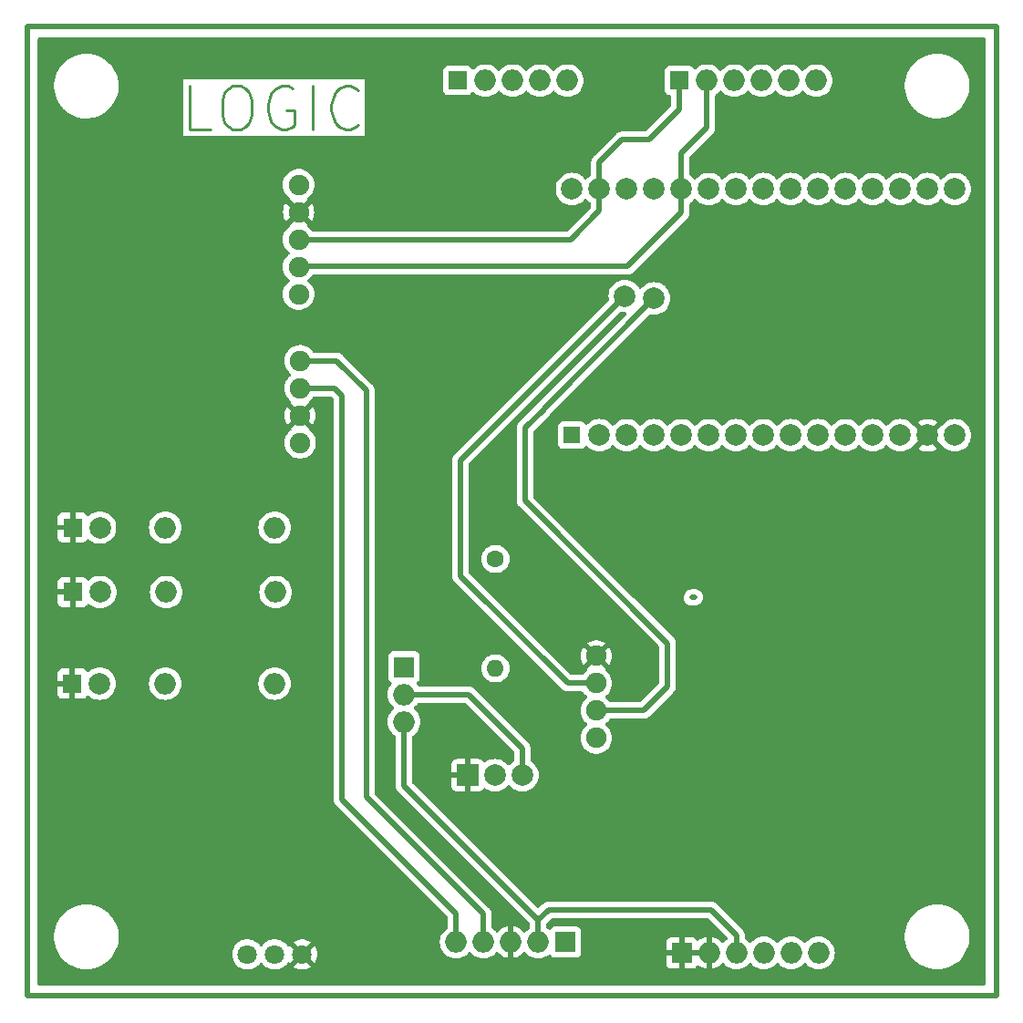
<source format=gbr>
%TF.GenerationSoftware,KiCad,Pcbnew,7.0.7*%
%TF.CreationDate,2023-11-10T08:01:12-05:00*%
%TF.ProjectId,CubeSat,43756265-5361-4742-9e6b-696361645f70,rev?*%
%TF.SameCoordinates,Original*%
%TF.FileFunction,Copper,L1,Top*%
%TF.FilePolarity,Positive*%
%FSLAX46Y46*%
G04 Gerber Fmt 4.6, Leading zero omitted, Abs format (unit mm)*
G04 Created by KiCad (PCBNEW 7.0.7) date 2023-11-10 08:01:12*
%MOMM*%
%LPD*%
G01*
G04 APERTURE LIST*
%TA.AperFunction,NonConductor*%
%ADD10C,0.500000*%
%TD*%
%ADD11C,0.250000*%
%TA.AperFunction,NonConductor*%
%ADD12C,0.250000*%
%TD*%
%TA.AperFunction,ComponentPad*%
%ADD13O,2.000000X2.000000*%
%TD*%
%TA.AperFunction,ComponentPad*%
%ADD14C,1.600000*%
%TD*%
%TA.AperFunction,ComponentPad*%
%ADD15O,1.600000X1.600000*%
%TD*%
%TA.AperFunction,ComponentPad*%
%ADD16R,2.000000X2.000000*%
%TD*%
%TA.AperFunction,ComponentPad*%
%ADD17C,2.000000*%
%TD*%
%TA.AperFunction,ComponentPad*%
%ADD18C,1.800000*%
%TD*%
%TA.AperFunction,ComponentPad*%
%ADD19R,1.900000X1.900000*%
%TD*%
%TA.AperFunction,ComponentPad*%
%ADD20R,1.800000X1.800000*%
%TD*%
%TA.AperFunction,ComponentPad*%
%ADD21C,1.900000*%
%TD*%
%TA.AperFunction,ComponentPad*%
%ADD22R,1.530000X1.530000*%
%TD*%
%TA.AperFunction,ComponentPad*%
%ADD23R,1.700000X1.700000*%
%TD*%
%TA.AperFunction,ViaPad*%
%ADD24C,2.000000*%
%TD*%
%TA.AperFunction,Conductor*%
%ADD25C,0.500000*%
%TD*%
%TA.AperFunction,Conductor*%
%ADD26C,0.250000*%
%TD*%
%TA.AperFunction,Profile*%
%ADD27C,0.100000*%
%TD*%
G04 APERTURE END LIST*
D10*
X50000000Y-25000000D02*
X140000000Y-25000000D01*
X140000000Y-115000000D01*
X50000000Y-115000000D01*
X50000000Y-25000000D01*
D11*
D12*
X67021615Y-34497476D02*
X65116853Y-34497476D01*
X65116853Y-34497476D02*
X65116853Y-30497476D01*
X69116853Y-30497476D02*
X69878758Y-30497476D01*
X69878758Y-30497476D02*
X70259710Y-30687952D01*
X70259710Y-30687952D02*
X70640663Y-31068904D01*
X70640663Y-31068904D02*
X70831139Y-31830809D01*
X70831139Y-31830809D02*
X70831139Y-33164142D01*
X70831139Y-33164142D02*
X70640663Y-33926047D01*
X70640663Y-33926047D02*
X70259710Y-34307000D01*
X70259710Y-34307000D02*
X69878758Y-34497476D01*
X69878758Y-34497476D02*
X69116853Y-34497476D01*
X69116853Y-34497476D02*
X68735901Y-34307000D01*
X68735901Y-34307000D02*
X68354948Y-33926047D01*
X68354948Y-33926047D02*
X68164472Y-33164142D01*
X68164472Y-33164142D02*
X68164472Y-31830809D01*
X68164472Y-31830809D02*
X68354948Y-31068904D01*
X68354948Y-31068904D02*
X68735901Y-30687952D01*
X68735901Y-30687952D02*
X69116853Y-30497476D01*
X74640663Y-30687952D02*
X74259710Y-30497476D01*
X74259710Y-30497476D02*
X73688282Y-30497476D01*
X73688282Y-30497476D02*
X73116853Y-30687952D01*
X73116853Y-30687952D02*
X72735901Y-31068904D01*
X72735901Y-31068904D02*
X72545424Y-31449857D01*
X72545424Y-31449857D02*
X72354948Y-32211761D01*
X72354948Y-32211761D02*
X72354948Y-32783190D01*
X72354948Y-32783190D02*
X72545424Y-33545095D01*
X72545424Y-33545095D02*
X72735901Y-33926047D01*
X72735901Y-33926047D02*
X73116853Y-34307000D01*
X73116853Y-34307000D02*
X73688282Y-34497476D01*
X73688282Y-34497476D02*
X74069234Y-34497476D01*
X74069234Y-34497476D02*
X74640663Y-34307000D01*
X74640663Y-34307000D02*
X74831139Y-34116523D01*
X74831139Y-34116523D02*
X74831139Y-32783190D01*
X74831139Y-32783190D02*
X74069234Y-32783190D01*
X76545424Y-34497476D02*
X76545424Y-30497476D01*
X80735901Y-34116523D02*
X80545425Y-34307000D01*
X80545425Y-34307000D02*
X79973996Y-34497476D01*
X79973996Y-34497476D02*
X79593044Y-34497476D01*
X79593044Y-34497476D02*
X79021615Y-34307000D01*
X79021615Y-34307000D02*
X78640663Y-33926047D01*
X78640663Y-33926047D02*
X78450186Y-33545095D01*
X78450186Y-33545095D02*
X78259710Y-32783190D01*
X78259710Y-32783190D02*
X78259710Y-32211761D01*
X78259710Y-32211761D02*
X78450186Y-31449857D01*
X78450186Y-31449857D02*
X78640663Y-31068904D01*
X78640663Y-31068904D02*
X79021615Y-30687952D01*
X79021615Y-30687952D02*
X79593044Y-30497476D01*
X79593044Y-30497476D02*
X79973996Y-30497476D01*
X79973996Y-30497476D02*
X80545425Y-30687952D01*
X80545425Y-30687952D02*
X80735901Y-30878428D01*
D13*
%TO.P,RLED1,1*%
%TO.N,D_Motor*%
X73000000Y-86000000D03*
%TO.P,RLED1,2*%
%TO.N,Net-(D1-A)*%
X62840000Y-86000000D03*
%TD*%
D14*
%TO.P,RNPN1,1*%
%TO.N,D_Motor*%
X93500000Y-74420000D03*
D15*
%TO.P,RNPN1,2*%
%TO.N,Net-(Q1-Pad2)*%
X93500000Y-84580000D03*
%TD*%
D16*
%TO.P,Q1,1*%
%TO.N,GND*%
X90920000Y-94500000D03*
D17*
%TO.P,Q1,2*%
%TO.N,Net-(Q1-Pad2)*%
X93460000Y-94500000D03*
%TO.P,Q1,3*%
%TO.N,Net-(Servo1-Pin_2)*%
X96000000Y-94500000D03*
%TD*%
D18*
%TO.P,U1,1,GND*%
%TO.N,GND*%
X75540000Y-111140000D03*
%TO.P,U1,2,DQ*%
%TO.N,+3.3V*%
X73000000Y-111140000D03*
%TO.P,U1,3,V_{DD}*%
%TO.N,D1*%
X70460000Y-111140000D03*
%TD*%
D19*
%TO.P,J2,1,Pin_1*%
%TO.N,+3.3V*%
X100000000Y-110000000D03*
D13*
%TO.P,J2,2,Pin_2*%
%TO.N,+5V*%
X97460000Y-110000000D03*
%TO.P,J2,3,Pin_3*%
%TO.N,GND*%
X94920000Y-110000000D03*
%TO.P,J2,4,Pin_4*%
%TO.N,SDA*%
X92380000Y-110000000D03*
%TO.P,J2,5,Pin_5*%
%TO.N,SCL*%
X89840000Y-110000000D03*
%TD*%
D19*
%TO.P,AUX_V1,1,Pin_1*%
%TO.N,GND*%
X110800000Y-111000000D03*
D13*
%TO.P,AUX_V1,2,Pin_2*%
X113340000Y-111000000D03*
%TO.P,AUX_V1,3,Pin_3*%
%TO.N,+5V*%
X115880000Y-111000000D03*
%TO.P,AUX_V1,4,Pin_4*%
X118420000Y-111000000D03*
%TO.P,AUX_V1,5,Pin_5*%
%TO.N,+3.3V*%
X120960000Y-111000000D03*
%TO.P,AUX_V1,6,Pin_6*%
X123500000Y-111000000D03*
%TD*%
D20*
%TO.P,D3,1,K*%
%TO.N,GND*%
X54250000Y-77500000D03*
D17*
%TO.P,D3,2,A*%
%TO.N,Net-(D3-A)*%
X56790000Y-77500000D03*
%TD*%
D20*
%TO.P,D2,1,K*%
%TO.N,GND*%
X54225000Y-71500000D03*
D17*
%TO.P,D2,2,A*%
%TO.N,Net-(D2-A)*%
X56765000Y-71500000D03*
%TD*%
D13*
%TO.P,RLED2,1*%
%TO.N,STATE1*%
X73000000Y-71500000D03*
%TO.P,RLED2,2*%
%TO.N,Net-(D2-A)*%
X62840000Y-71500000D03*
%TD*%
D21*
%TO.P,U3,1,SDA*%
%TO.N,SDA*%
X75358000Y-56020000D03*
%TO.P,U3,2,SCL*%
%TO.N,SCL*%
X75358000Y-58560000D03*
%TO.P,U3,3,GND*%
%TO.N,GND*%
X75358000Y-61100000D03*
%TO.P,U3,4,Vin*%
%TO.N,+3.3V*%
X75358000Y-63640000D03*
%TD*%
D13*
%TO.P,RLED3,1*%
%TO.N,STATE2*%
X73080000Y-77500000D03*
%TO.P,RLED3,2*%
%TO.N,Net-(D3-A)*%
X62920000Y-77500000D03*
%TD*%
D21*
%TO.P,HMC5883L1,1,Vin*%
%TO.N,+3.3V*%
X75219000Y-39667460D03*
%TO.P,HMC5883L1,2,GND*%
%TO.N,GND*%
X75219000Y-42207460D03*
%TO.P,HMC5883L1,3,SCL*%
%TO.N,SCL*%
X75219000Y-44747460D03*
%TO.P,HMC5883L1,4,SDA*%
%TO.N,SDA*%
X75219000Y-47287460D03*
%TO.P,HMC5883L1,5,DRDY*%
%TO.N,unconnected-(HMC5883L1-DRDY-Pad5)*%
X75219000Y-49827460D03*
%TD*%
D19*
%TO.P,Servo1,1,Pin_1*%
%TO.N,PWM1*%
X85000000Y-84460000D03*
D13*
%TO.P,Servo1,2,Pin_2*%
%TO.N,Net-(Servo1-Pin_2)*%
X85000000Y-87000000D03*
%TO.P,Servo1,3,Pin_3*%
%TO.N,+5V*%
X85000000Y-89540000D03*
%TD*%
D22*
%TO.P,U2,1,EN*%
%TO.N,unconnected-(U2-EN-Pad1)*%
X100605000Y-62930000D03*
D17*
%TO.P,U2,2,VP*%
%TO.N,unconnected-(U2-VP-Pad2)*%
X103145000Y-62930000D03*
%TO.P,U2,3,VN*%
%TO.N,unconnected-(U2-VN-Pad3)*%
X105685000Y-62930000D03*
%TO.P,U2,4,D34*%
%TO.N,STATE1*%
X108225000Y-62930000D03*
%TO.P,U2,5,D35*%
%TO.N,STATE2*%
X110765000Y-62930000D03*
%TO.P,U2,6,D32*%
%TO.N,unconnected-(U2-D32-Pad6)*%
X113305000Y-62930000D03*
%TO.P,U2,7,D33*%
%TO.N,unconnected-(U2-D33-Pad7)*%
X115845000Y-62930000D03*
%TO.P,U2,8,D25*%
%TO.N,A1*%
X118385000Y-62930000D03*
%TO.P,U2,9,D26*%
%TO.N,D_Motor*%
X120925000Y-62930000D03*
%TO.P,U2,10,D27*%
%TO.N,PWM1*%
X123465000Y-62930000D03*
%TO.P,U2,11,D14*%
%TO.N,D1*%
X126005000Y-62930000D03*
%TO.P,U2,12,D12*%
%TO.N,unconnected-(U2-D12-Pad12)*%
X128545000Y-62930000D03*
%TO.P,U2,13,D13*%
%TO.N,unconnected-(U2-D13-Pad13)*%
X131085000Y-62930000D03*
%TO.P,U2,14,GND*%
%TO.N,GND*%
X133625000Y-62930000D03*
%TO.P,U2,15,VIN*%
%TO.N,unconnected-(U2-VIN-Pad15)*%
X136165000Y-62930000D03*
%TO.P,U2,16,3V3*%
%TO.N,+3.3V*%
X136165000Y-40070000D03*
%TO.P,U2,17,GND*%
%TO.N,unconnected-(U2-GND-Pad17)*%
X133625000Y-40070000D03*
%TO.P,U2,18,D15*%
%TO.N,unconnected-(U2-D15-Pad18)*%
X131085000Y-40070000D03*
%TO.P,U2,19,D2*%
%TO.N,CS*%
X128545000Y-40070000D03*
%TO.P,U2,20,D4*%
%TO.N,GPIO4*%
X126005000Y-40070000D03*
%TO.P,U2,21,RX2*%
%TO.N,GPIO16*%
X123465000Y-40070000D03*
%TO.P,U2,22,TX2*%
%TO.N,GPIO17*%
X120925000Y-40070000D03*
%TO.P,U2,23,D5*%
%TO.N,GPIO5*%
X118385000Y-40070000D03*
%TO.P,U2,24,D18*%
%TO.N,SCLK*%
X115845000Y-40070000D03*
%TO.P,U2,25,D19*%
%TO.N,MISO*%
X113305000Y-40070000D03*
%TO.P,U2,26,D21*%
%TO.N,SDA*%
X110765000Y-40070000D03*
%TO.P,U2,27,RX0*%
%TO.N,RX*%
X108225000Y-40070000D03*
%TO.P,U2,28,TX0*%
%TO.N,TX*%
X105685000Y-40070000D03*
%TO.P,U2,29,D22*%
%TO.N,SCL*%
X103145000Y-40070000D03*
%TO.P,U2,30,D23*%
%TO.N,MOSI*%
X100605000Y-40070000D03*
%TD*%
D23*
%TO.P,J1,1,Pin_1*%
%TO.N,A1*%
X90000000Y-30000000D03*
D13*
%TO.P,J1,2,Pin_2*%
%TO.N,MOSI*%
X92540000Y-30000000D03*
%TO.P,J1,3,Pin_3*%
%TO.N,MISO*%
X95080000Y-30000000D03*
%TO.P,J1,4,Pin_4*%
%TO.N,SCLK*%
X97620000Y-30000000D03*
%TO.P,J1,5,Pin_5*%
%TO.N,CS*%
X100160000Y-30000000D03*
%TD*%
D23*
%TO.P,J3,1,Pin_1*%
%TO.N,SCL*%
X110590000Y-30000000D03*
D13*
%TO.P,J3,2,Pin_2*%
%TO.N,SDA*%
X113130000Y-30000000D03*
%TO.P,J3,3,Pin_3*%
%TO.N,GPIO5*%
X115670000Y-30000000D03*
%TO.P,J3,4,Pin_4*%
%TO.N,GPIO17*%
X118210000Y-30000000D03*
%TO.P,J3,5,Pin_5*%
%TO.N,GPIO16*%
X120750000Y-30000000D03*
%TO.P,J3,6,Pin_6*%
%TO.N,GPIO4*%
X123290000Y-30000000D03*
%TD*%
D21*
%TO.P,GPS_NEO6MV2,1,Vin*%
%TO.N,+3.3V*%
X102856000Y-91048000D03*
%TO.P,GPS_NEO6MV2,2,RX*%
%TO.N,RX*%
X102856000Y-88508000D03*
%TO.P,GPS_NEO6MV2,3,TX*%
%TO.N,TX*%
X102856000Y-85968000D03*
%TO.P,GPS_NEO6MV2,4,GND*%
%TO.N,GND*%
X102856000Y-83428000D03*
%TD*%
D20*
%TO.P,D1,1,K*%
%TO.N,GND*%
X54210000Y-86000000D03*
D17*
%TO.P,D1,2,A*%
%TO.N,Net-(D1-A)*%
X56750000Y-86000000D03*
%TD*%
D24*
%TO.N,GND*%
X85750000Y-52000000D03*
X64500000Y-96000000D03*
X131000000Y-79000000D03*
%TO.N,RX*%
X108225000Y-50225000D03*
%TO.N,TX*%
X105500000Y-50000000D03*
%TD*%
D25*
%TO.N,+5V*%
X85000000Y-95500000D02*
X97460000Y-107960000D01*
X115880000Y-109380000D02*
X115880000Y-111000000D01*
X98420000Y-107000000D02*
X113500000Y-107000000D01*
X85000000Y-89540000D02*
X85000000Y-95500000D01*
X113500000Y-107000000D02*
X115880000Y-109380000D01*
X97460000Y-107960000D02*
X98420000Y-107000000D01*
X97460000Y-107960000D02*
X97460000Y-110000000D01*
%TO.N,+3.3V*%
X75219000Y-39667460D02*
X75136460Y-39750000D01*
%TO.N,SDA*%
X81500000Y-58750000D02*
X78770000Y-56020000D01*
X81500000Y-96500000D02*
X81500000Y-58750000D01*
X92380000Y-107380000D02*
X81500000Y-96500000D01*
X78770000Y-56020000D02*
X75358000Y-56020000D01*
X75256460Y-47250000D02*
X105750000Y-47250000D01*
X92380000Y-110000000D02*
X92380000Y-107380000D01*
X105750000Y-47250000D02*
X110765000Y-42235000D01*
X110765000Y-42235000D02*
X110765000Y-40070000D01*
X110765000Y-36735000D02*
X113130000Y-34370000D01*
X113130000Y-34370000D02*
X113130000Y-30000000D01*
X110765000Y-40070000D02*
X110765000Y-36735000D01*
%TO.N,SCL*%
X103145000Y-40070000D02*
X103145000Y-37605000D01*
X89840000Y-107340000D02*
X79250000Y-96750000D01*
X110590000Y-32660000D02*
X110590000Y-30000000D01*
X78560000Y-58560000D02*
X75358000Y-58560000D01*
X103145000Y-42105000D02*
X103145000Y-40070000D01*
X75219000Y-44747460D02*
X87747460Y-44747460D01*
X103145000Y-37605000D02*
X105250000Y-35500000D01*
X79250000Y-96750000D02*
X79250000Y-59250000D01*
X105250000Y-35500000D02*
X107750000Y-35500000D01*
X100500000Y-44750000D02*
X103145000Y-42105000D01*
X87750000Y-44750000D02*
X100500000Y-44750000D01*
X79250000Y-59250000D02*
X78560000Y-58560000D01*
X107750000Y-35500000D02*
X110590000Y-32660000D01*
X89840000Y-110000000D02*
X89840000Y-107340000D01*
%TO.N,PWM1*%
X111750000Y-78000000D02*
X112000000Y-78000000D01*
%TO.N,RX*%
X96250000Y-69000000D02*
X109500000Y-82250000D01*
X109500000Y-86250000D02*
X107242000Y-88508000D01*
X109500000Y-82250000D02*
X109500000Y-86250000D01*
X96250000Y-62250000D02*
X96250000Y-69000000D01*
X107242000Y-88508000D02*
X102856000Y-88508000D01*
X98000000Y-60500000D02*
X96250000Y-62250000D01*
X108225000Y-50225000D02*
X98000000Y-60450000D01*
%TO.N,TX*%
X105500000Y-50000000D02*
X90250000Y-65250000D01*
X90250000Y-76000000D02*
X100218000Y-85968000D01*
X105500000Y-50000000D02*
X105685000Y-49815000D01*
X90250000Y-65250000D02*
X90250000Y-76000000D01*
X100218000Y-85968000D02*
X102856000Y-85968000D01*
D26*
%TO.N,D_Motor*%
X120925000Y-63075000D02*
X120925000Y-62930000D01*
D25*
X93500000Y-74420000D02*
X93580000Y-74500000D01*
D26*
%TO.N,Net-(Q1-Pad2)*%
X93460000Y-84620000D02*
X93500000Y-84580000D01*
%TO.N,STATE2*%
X110070000Y-62930000D02*
X110765000Y-62930000D01*
D25*
%TO.N,SCLK*%
X97580000Y-30000000D02*
X97620000Y-30000000D01*
X97540000Y-30040000D02*
X97580000Y-30000000D01*
D26*
%TO.N,GPIO4*%
X126005000Y-40070000D02*
X126005000Y-39505000D01*
X126000000Y-40065000D02*
X126005000Y-40070000D01*
%TO.N,GPIO17*%
X118250000Y-30040000D02*
X118210000Y-30000000D01*
X120920000Y-40065000D02*
X120925000Y-40070000D01*
D25*
%TO.N,Net-(Servo1-Pin_2)*%
X85000000Y-87000000D02*
X91000000Y-87000000D01*
X96000000Y-92000000D02*
X96000000Y-94500000D01*
X91000000Y-87000000D02*
X96000000Y-92000000D01*
%TD*%
%TA.AperFunction,Conductor*%
%TO.N,GND*%
G36*
X112793692Y-110769685D02*
G01*
X112839447Y-110822489D01*
X112849391Y-110891647D01*
X112845631Y-110908933D01*
X112840000Y-110928111D01*
X112840000Y-111071888D01*
X112845631Y-111091067D01*
X112845630Y-111160936D01*
X112807855Y-111219714D01*
X112744299Y-111248738D01*
X112726653Y-111250000D01*
X111413347Y-111250000D01*
X111346308Y-111230315D01*
X111300553Y-111177511D01*
X111290609Y-111108353D01*
X111294369Y-111091067D01*
X111300000Y-111071888D01*
X111300000Y-110928111D01*
X111294369Y-110908933D01*
X111294370Y-110839064D01*
X111332145Y-110780286D01*
X111395701Y-110751262D01*
X111413347Y-110750000D01*
X112726653Y-110750000D01*
X112793692Y-110769685D01*
G37*
%TD.AperFunction*%
%TA.AperFunction,Conductor*%
G36*
X105181512Y-51474902D02*
G01*
X105263289Y-51494535D01*
X105500000Y-51513165D01*
X105560181Y-51508428D01*
X105628557Y-51522792D01*
X105678314Y-51571843D01*
X105693653Y-51640008D01*
X105669705Y-51705645D01*
X105657590Y-51719727D01*
X97432417Y-59944901D01*
X97350032Y-60049094D01*
X97334638Y-60082106D01*
X97309939Y-60117378D01*
X95759122Y-61668195D01*
X95745495Y-61679973D01*
X95725941Y-61694531D01*
X95691977Y-61735006D01*
X95688330Y-61738987D01*
X95682418Y-61744900D01*
X95661863Y-61770896D01*
X95611967Y-61830360D01*
X95608001Y-61836391D01*
X95607963Y-61836366D01*
X95603782Y-61842928D01*
X95603821Y-61842952D01*
X95600032Y-61849094D01*
X95567220Y-61919459D01*
X95532391Y-61988810D01*
X95529923Y-61995593D01*
X95529878Y-61995576D01*
X95527322Y-62002932D01*
X95527366Y-62002947D01*
X95525096Y-62009795D01*
X95522570Y-62022031D01*
X95509392Y-62085850D01*
X95502398Y-62115361D01*
X95491498Y-62161351D01*
X95490661Y-62168519D01*
X95490613Y-62168513D01*
X95489823Y-62176244D01*
X95489870Y-62176249D01*
X95489240Y-62183438D01*
X95491500Y-62261079D01*
X95491500Y-68935706D01*
X95490191Y-68953676D01*
X95486658Y-68977791D01*
X95491264Y-69030420D01*
X95491500Y-69035827D01*
X95491500Y-69044178D01*
X95495347Y-69077096D01*
X95502112Y-69154427D01*
X95503572Y-69161494D01*
X95503526Y-69161503D01*
X95505209Y-69169094D01*
X95505254Y-69169084D01*
X95506919Y-69176110D01*
X95533473Y-69249065D01*
X95557886Y-69322737D01*
X95560940Y-69329286D01*
X95560896Y-69329306D01*
X95564284Y-69336304D01*
X95564327Y-69336283D01*
X95567563Y-69342728D01*
X95567565Y-69342732D01*
X95610233Y-69407605D01*
X95650970Y-69473651D01*
X95650972Y-69473653D01*
X95655451Y-69479318D01*
X95655413Y-69479347D01*
X95660320Y-69485372D01*
X95660357Y-69485342D01*
X95665002Y-69490878D01*
X95721482Y-69544163D01*
X108705181Y-82527862D01*
X108738666Y-82589185D01*
X108741500Y-82615543D01*
X108741500Y-85884457D01*
X108721815Y-85951496D01*
X108705181Y-85972138D01*
X106964138Y-87713181D01*
X106902815Y-87746666D01*
X106876457Y-87749500D01*
X104169740Y-87749500D01*
X104102701Y-87729815D01*
X104065932Y-87693323D01*
X104053400Y-87674142D01*
X104010906Y-87609100D01*
X103847201Y-87431269D01*
X103724610Y-87335852D01*
X103683798Y-87279143D01*
X103680123Y-87209370D01*
X103714754Y-87148687D01*
X103724605Y-87140150D01*
X103847201Y-87044731D01*
X104010906Y-86866900D01*
X104143109Y-86664549D01*
X104240203Y-86443197D01*
X104299539Y-86208884D01*
X104319499Y-85968000D01*
X104299539Y-85727116D01*
X104240203Y-85492803D01*
X104143109Y-85271451D01*
X104120434Y-85236745D01*
X104010907Y-85069102D01*
X104010906Y-85069100D01*
X103847201Y-84891269D01*
X103847196Y-84891265D01*
X103847194Y-84891263D01*
X103717689Y-84790465D01*
X103676876Y-84733755D01*
X103673201Y-84663982D01*
X103689184Y-84635975D01*
X103690425Y-84615979D01*
X103025276Y-83950829D01*
X102991791Y-83889506D01*
X102996775Y-83819814D01*
X103038647Y-83763881D01*
X103053933Y-83754097D01*
X103093251Y-83732820D01*
X103179371Y-83639269D01*
X103180083Y-83637643D01*
X103181652Y-83635777D01*
X103184992Y-83630666D01*
X103185609Y-83631069D01*
X103225036Y-83584158D01*
X103291770Y-83563464D01*
X103359099Y-83582135D01*
X103381322Y-83599769D01*
X104043310Y-84261757D01*
X104135606Y-84120490D01*
X104232134Y-83900428D01*
X104291125Y-83667476D01*
X104310969Y-83428005D01*
X104310969Y-83427994D01*
X104291125Y-83188523D01*
X104232134Y-82955571D01*
X104135608Y-82735514D01*
X104043310Y-82594241D01*
X103378949Y-83258602D01*
X103317626Y-83292087D01*
X103247934Y-83287103D01*
X103192001Y-83245231D01*
X103187460Y-83238743D01*
X103140189Y-83166391D01*
X103140186Y-83166387D01*
X103039487Y-83088010D01*
X102998674Y-83031300D01*
X102995000Y-82961527D01*
X103027969Y-82902476D01*
X103690426Y-82240018D01*
X103651794Y-82209950D01*
X103440455Y-82095578D01*
X103440449Y-82095576D01*
X103213176Y-82017553D01*
X102976149Y-81978000D01*
X102735851Y-81978000D01*
X102498823Y-82017553D01*
X102271550Y-82095576D01*
X102271544Y-82095578D01*
X102060204Y-82209950D01*
X102060198Y-82209954D01*
X102021573Y-82240017D01*
X102021573Y-82240019D01*
X102686723Y-82905170D01*
X102720208Y-82966493D01*
X102715224Y-83036185D01*
X102673352Y-83092118D01*
X102658059Y-83101906D01*
X102618749Y-83123179D01*
X102618748Y-83123179D01*
X102532626Y-83216733D01*
X102532626Y-83216734D01*
X102531911Y-83218365D01*
X102530340Y-83220233D01*
X102527008Y-83225334D01*
X102526391Y-83224931D01*
X102486952Y-83271849D01*
X102420215Y-83292535D01*
X102352888Y-83273857D01*
X102330677Y-83256230D01*
X101668687Y-82594241D01*
X101576392Y-82735511D01*
X101479865Y-82955571D01*
X101420874Y-83188523D01*
X101401030Y-83427994D01*
X101401030Y-83428005D01*
X101420874Y-83667476D01*
X101479865Y-83900428D01*
X101576391Y-84120485D01*
X101668688Y-84261756D01*
X102333050Y-83597395D01*
X102394373Y-83563910D01*
X102464065Y-83568894D01*
X102519998Y-83610766D01*
X102524539Y-83617254D01*
X102571813Y-83689612D01*
X102672157Y-83767713D01*
X102672160Y-83767714D01*
X102672511Y-83767987D01*
X102713324Y-83824697D01*
X102716999Y-83894470D01*
X102684030Y-83953522D01*
X102021572Y-84615979D01*
X102022705Y-84634216D01*
X102035124Y-84651473D01*
X102038796Y-84721246D01*
X102004163Y-84781929D01*
X101994310Y-84790466D01*
X101864801Y-84891267D01*
X101701096Y-85069097D01*
X101646068Y-85153323D01*
X101592921Y-85198679D01*
X101542260Y-85209500D01*
X100583543Y-85209500D01*
X100516504Y-85189815D01*
X100495862Y-85173181D01*
X91044819Y-75722138D01*
X91011334Y-75660815D01*
X91008500Y-75634457D01*
X91008500Y-74420001D01*
X92186502Y-74420001D01*
X92206456Y-74648081D01*
X92206457Y-74648089D01*
X92265714Y-74869238D01*
X92265718Y-74869249D01*
X92362475Y-75076745D01*
X92362477Y-75076749D01*
X92493802Y-75264300D01*
X92655700Y-75426198D01*
X92843251Y-75557523D01*
X92968091Y-75615736D01*
X93050750Y-75654281D01*
X93050752Y-75654281D01*
X93050757Y-75654284D01*
X93271913Y-75713543D01*
X93434832Y-75727796D01*
X93499998Y-75733498D01*
X93500000Y-75733498D01*
X93500002Y-75733498D01*
X93557021Y-75728509D01*
X93728087Y-75713543D01*
X93949243Y-75654284D01*
X94156749Y-75557523D01*
X94344300Y-75426198D01*
X94506198Y-75264300D01*
X94637523Y-75076749D01*
X94734284Y-74869243D01*
X94793543Y-74648087D01*
X94813498Y-74420000D01*
X94793543Y-74191913D01*
X94734284Y-73970757D01*
X94637523Y-73763251D01*
X94506198Y-73575700D01*
X94344300Y-73413802D01*
X94156749Y-73282477D01*
X94156745Y-73282475D01*
X93949249Y-73185718D01*
X93949238Y-73185714D01*
X93728089Y-73126457D01*
X93728081Y-73126456D01*
X93500002Y-73106502D01*
X93499998Y-73106502D01*
X93271918Y-73126456D01*
X93271910Y-73126457D01*
X93050761Y-73185714D01*
X93050750Y-73185718D01*
X92843254Y-73282475D01*
X92843252Y-73282476D01*
X92843249Y-73282477D01*
X92843251Y-73282477D01*
X92655700Y-73413802D01*
X92655698Y-73413803D01*
X92655695Y-73413806D01*
X92493806Y-73575695D01*
X92362476Y-73763252D01*
X92362475Y-73763254D01*
X92265718Y-73970750D01*
X92265714Y-73970761D01*
X92206457Y-74191910D01*
X92206456Y-74191918D01*
X92186502Y-74419998D01*
X92186502Y-74420001D01*
X91008500Y-74420001D01*
X91008500Y-65615542D01*
X91028185Y-65548503D01*
X91044819Y-65527861D01*
X98012686Y-58559994D01*
X105064886Y-51507793D01*
X105126207Y-51474310D01*
X105181512Y-51474902D01*
G37*
%TD.AperFunction*%
%TA.AperFunction,Conductor*%
G36*
X138942539Y-26020185D02*
G01*
X138988294Y-26072989D01*
X138999500Y-26124500D01*
X138999500Y-113875500D01*
X138979815Y-113942539D01*
X138927011Y-113988294D01*
X138875500Y-113999500D01*
X51124500Y-113999500D01*
X51057461Y-113979815D01*
X51011706Y-113927011D01*
X51000500Y-113875500D01*
X51000500Y-109674759D01*
X52499500Y-109674759D01*
X52540077Y-110021913D01*
X52540077Y-110021914D01*
X52540077Y-110021916D01*
X52620680Y-110362009D01*
X52620681Y-110362012D01*
X52740223Y-110690452D01*
X52740226Y-110690458D01*
X52897088Y-111002796D01*
X53089146Y-111294805D01*
X53089152Y-111294813D01*
X53178769Y-111401614D01*
X53313817Y-111562558D01*
X53420098Y-111662829D01*
X53568044Y-111802410D01*
X53568050Y-111802415D01*
X53848402Y-112011129D01*
X53950316Y-112069969D01*
X54151096Y-112185889D01*
X54472029Y-112324326D01*
X54806864Y-112424569D01*
X54806866Y-112424569D01*
X54806872Y-112424571D01*
X55151061Y-112485260D01*
X55151062Y-112485260D01*
X55151073Y-112485262D01*
X55412695Y-112500500D01*
X55412697Y-112500500D01*
X55587303Y-112500500D01*
X55587305Y-112500500D01*
X55848927Y-112485262D01*
X55892854Y-112477516D01*
X56193127Y-112424571D01*
X56193130Y-112424569D01*
X56193136Y-112424569D01*
X56527971Y-112324326D01*
X56848904Y-112185889D01*
X57151596Y-112011130D01*
X57431953Y-111802412D01*
X57686183Y-111562558D01*
X57910849Y-111294811D01*
X58012667Y-111140005D01*
X69046673Y-111140005D01*
X69065948Y-111372622D01*
X69123251Y-111598907D01*
X69217015Y-111812668D01*
X69344686Y-112008084D01*
X69436089Y-112107373D01*
X69502780Y-112179818D01*
X69686983Y-112323190D01*
X69686985Y-112323191D01*
X69686988Y-112323193D01*
X69733275Y-112348242D01*
X69892273Y-112434287D01*
X69964501Y-112459083D01*
X70113045Y-112510079D01*
X70113047Y-112510079D01*
X70113049Y-112510080D01*
X70343288Y-112548500D01*
X70343289Y-112548500D01*
X70576711Y-112548500D01*
X70576712Y-112548500D01*
X70806951Y-112510080D01*
X71027727Y-112434287D01*
X71233017Y-112323190D01*
X71417220Y-112179818D01*
X71575314Y-112008083D01*
X71626190Y-111930210D01*
X71679337Y-111884853D01*
X71748569Y-111875429D01*
X71811904Y-111904931D01*
X71833809Y-111930210D01*
X71884686Y-112008084D01*
X71976089Y-112107373D01*
X72042780Y-112179818D01*
X72226983Y-112323190D01*
X72226985Y-112323191D01*
X72226988Y-112323193D01*
X72273275Y-112348242D01*
X72432273Y-112434287D01*
X72504501Y-112459083D01*
X72653045Y-112510079D01*
X72653047Y-112510079D01*
X72653049Y-112510080D01*
X72883288Y-112548500D01*
X72883289Y-112548500D01*
X73116711Y-112548500D01*
X73116712Y-112548500D01*
X73346951Y-112510080D01*
X73567727Y-112434287D01*
X73773017Y-112323190D01*
X73957220Y-112179818D01*
X74115314Y-112008083D01*
X74171267Y-111922439D01*
X74224413Y-111877083D01*
X74293644Y-111867659D01*
X74356980Y-111897161D01*
X74378885Y-111922439D01*
X74388812Y-111937633D01*
X75017050Y-111309395D01*
X75078373Y-111275910D01*
X75148064Y-111280894D01*
X75203998Y-111322765D01*
X75208539Y-111329254D01*
X75255813Y-111401612D01*
X75255816Y-111401614D01*
X75356510Y-111479988D01*
X75397323Y-111536698D01*
X75400998Y-111606471D01*
X75368029Y-111665522D01*
X74741199Y-112292351D01*
X74771650Y-112316050D01*
X74975697Y-112426476D01*
X74975706Y-112426479D01*
X75195139Y-112501811D01*
X75423993Y-112540000D01*
X75656007Y-112540000D01*
X75884860Y-112501811D01*
X76104293Y-112426479D01*
X76104302Y-112426476D01*
X76308350Y-112316050D01*
X76338798Y-112292351D01*
X75709276Y-111662829D01*
X75675791Y-111601506D01*
X75680775Y-111531814D01*
X75722647Y-111475881D01*
X75737933Y-111466097D01*
X75777251Y-111444820D01*
X75863371Y-111351269D01*
X75864083Y-111349643D01*
X75865652Y-111347777D01*
X75868992Y-111342666D01*
X75869609Y-111343069D01*
X75909036Y-111296158D01*
X75975770Y-111275464D01*
X76043099Y-111294135D01*
X76065322Y-111311769D01*
X76691186Y-111937634D01*
X76775484Y-111808606D01*
X76868682Y-111596135D01*
X76925638Y-111371218D01*
X76944798Y-111140005D01*
X76944798Y-111139994D01*
X76925638Y-110908781D01*
X76868682Y-110683864D01*
X76775483Y-110471390D01*
X76691186Y-110342364D01*
X76062949Y-110970602D01*
X76001626Y-111004087D01*
X75931934Y-110999103D01*
X75876001Y-110957231D01*
X75871460Y-110950743D01*
X75824189Y-110878391D01*
X75824187Y-110878388D01*
X75824187Y-110878387D01*
X75723843Y-110800287D01*
X75723840Y-110800285D01*
X75723488Y-110800012D01*
X75682675Y-110743301D01*
X75679000Y-110673529D01*
X75711969Y-110614477D01*
X76338799Y-109987647D01*
X76308349Y-109963949D01*
X76104302Y-109853523D01*
X76104293Y-109853520D01*
X75884860Y-109778188D01*
X75656007Y-109740000D01*
X75423993Y-109740000D01*
X75195139Y-109778188D01*
X74975706Y-109853520D01*
X74975698Y-109853523D01*
X74771644Y-109963952D01*
X74741200Y-109987646D01*
X74741200Y-109987647D01*
X75370723Y-110617170D01*
X75404208Y-110678493D01*
X75399224Y-110748185D01*
X75357352Y-110804118D01*
X75342059Y-110813906D01*
X75302749Y-110835179D01*
X75302748Y-110835179D01*
X75216626Y-110928733D01*
X75216626Y-110928734D01*
X75215911Y-110930365D01*
X75214340Y-110932233D01*
X75211008Y-110937334D01*
X75210391Y-110936931D01*
X75170952Y-110983849D01*
X75104215Y-111004535D01*
X75036888Y-110985857D01*
X75014677Y-110968230D01*
X74388812Y-110342365D01*
X74378885Y-110357560D01*
X74325738Y-110402916D01*
X74256507Y-110412340D01*
X74193171Y-110382838D01*
X74171267Y-110357559D01*
X74115313Y-110271915D01*
X73957223Y-110100185D01*
X73957222Y-110100184D01*
X73957220Y-110100182D01*
X73773017Y-109956810D01*
X73773015Y-109956809D01*
X73773014Y-109956808D01*
X73773011Y-109956806D01*
X73567733Y-109845716D01*
X73567730Y-109845715D01*
X73567727Y-109845713D01*
X73567721Y-109845711D01*
X73567719Y-109845710D01*
X73346954Y-109769920D01*
X73167302Y-109739942D01*
X73116712Y-109731500D01*
X72883288Y-109731500D01*
X72837240Y-109739184D01*
X72653045Y-109769920D01*
X72432280Y-109845710D01*
X72432266Y-109845716D01*
X72226988Y-109956806D01*
X72226985Y-109956808D01*
X72042781Y-110100181D01*
X72042776Y-110100185D01*
X71884686Y-110271916D01*
X71884684Y-110271918D01*
X71833808Y-110349790D01*
X71780662Y-110395146D01*
X71711431Y-110404570D01*
X71648095Y-110375068D01*
X71626192Y-110349790D01*
X71575315Y-110271918D01*
X71575313Y-110271916D01*
X71417223Y-110100185D01*
X71417222Y-110100184D01*
X71417220Y-110100182D01*
X71233017Y-109956810D01*
X71233015Y-109956809D01*
X71233014Y-109956808D01*
X71233011Y-109956806D01*
X71027733Y-109845716D01*
X71027730Y-109845715D01*
X71027727Y-109845713D01*
X71027721Y-109845711D01*
X71027719Y-109845710D01*
X70806954Y-109769920D01*
X70627302Y-109739942D01*
X70576712Y-109731500D01*
X70343288Y-109731500D01*
X70297240Y-109739184D01*
X70113045Y-109769920D01*
X69892280Y-109845710D01*
X69892266Y-109845716D01*
X69686988Y-109956806D01*
X69686985Y-109956808D01*
X69502781Y-110100181D01*
X69502776Y-110100185D01*
X69344686Y-110271915D01*
X69217015Y-110467331D01*
X69123251Y-110681092D01*
X69065948Y-110907377D01*
X69046673Y-111139994D01*
X69046673Y-111140005D01*
X58012667Y-111140005D01*
X58102913Y-111002793D01*
X58259777Y-110690451D01*
X58379319Y-110362011D01*
X58459923Y-110021914D01*
X58500500Y-109674759D01*
X58500500Y-109325241D01*
X58459923Y-108978086D01*
X58379319Y-108637989D01*
X58259777Y-108309549D01*
X58102913Y-107997207D01*
X58102911Y-107997203D01*
X57910853Y-107705194D01*
X57910847Y-107705186D01*
X57834251Y-107613903D01*
X57686183Y-107437442D01*
X57461619Y-107225576D01*
X57431955Y-107197589D01*
X57431949Y-107197584D01*
X57151597Y-106988870D01*
X56848908Y-106814113D01*
X56848895Y-106814107D01*
X56527972Y-106675674D01*
X56193134Y-106575430D01*
X56193127Y-106575428D01*
X55848938Y-106514739D01*
X55848927Y-106514738D01*
X55848927Y-106514737D01*
X55587305Y-106499500D01*
X55412695Y-106499500D01*
X55247477Y-106509123D01*
X55151072Y-106514738D01*
X55151061Y-106514739D01*
X54806872Y-106575428D01*
X54806865Y-106575430D01*
X54472027Y-106675674D01*
X54151104Y-106814107D01*
X54151091Y-106814113D01*
X53848402Y-106988870D01*
X53568050Y-107197584D01*
X53568044Y-107197589D01*
X53313819Y-107437440D01*
X53313817Y-107437442D01*
X53089152Y-107705186D01*
X53089146Y-107705194D01*
X52897088Y-107997203D01*
X52740226Y-108309541D01*
X52740223Y-108309547D01*
X52620681Y-108637987D01*
X52620680Y-108637990D01*
X52540077Y-108978083D01*
X52540077Y-108978085D01*
X52540077Y-108978086D01*
X52499500Y-109325241D01*
X52499500Y-109674759D01*
X51000500Y-109674759D01*
X51000500Y-86947844D01*
X52810000Y-86947844D01*
X52816401Y-87007372D01*
X52816403Y-87007379D01*
X52866645Y-87142086D01*
X52866649Y-87142093D01*
X52952809Y-87257187D01*
X52952812Y-87257190D01*
X53067906Y-87343350D01*
X53067913Y-87343354D01*
X53202620Y-87393596D01*
X53202627Y-87393598D01*
X53262155Y-87399999D01*
X53262172Y-87400000D01*
X53960000Y-87400000D01*
X53960000Y-86561821D01*
X53979685Y-86494782D01*
X54032489Y-86449027D01*
X54101647Y-86439083D01*
X54120547Y-86443329D01*
X54142173Y-86450000D01*
X54243723Y-86450000D01*
X54243724Y-86450000D01*
X54317519Y-86438877D01*
X54386742Y-86448350D01*
X54439857Y-86493744D01*
X54459997Y-86560648D01*
X54460000Y-86561492D01*
X54460000Y-87400000D01*
X55157828Y-87400000D01*
X55157844Y-87399999D01*
X55217372Y-87393598D01*
X55217379Y-87393596D01*
X55352086Y-87343354D01*
X55352093Y-87343350D01*
X55467186Y-87257190D01*
X55556445Y-87137958D01*
X55612379Y-87096087D01*
X55682071Y-87091103D01*
X55736242Y-87117978D01*
X55772198Y-87148687D01*
X55860586Y-87224178D01*
X55860589Y-87224179D01*
X56063037Y-87348240D01*
X56063040Y-87348242D01*
X56282403Y-87439104D01*
X56282404Y-87439104D01*
X56282406Y-87439105D01*
X56513289Y-87494535D01*
X56750000Y-87513165D01*
X56986711Y-87494535D01*
X57217594Y-87439105D01*
X57217596Y-87439104D01*
X57217597Y-87439104D01*
X57436959Y-87348242D01*
X57436960Y-87348241D01*
X57436963Y-87348240D01*
X57639416Y-87224176D01*
X57819969Y-87069969D01*
X57974176Y-86889416D01*
X58098240Y-86686963D01*
X58098801Y-86685610D01*
X58189104Y-86467597D01*
X58189104Y-86467596D01*
X58189105Y-86467594D01*
X58244535Y-86236711D01*
X58263165Y-86000000D01*
X61326835Y-86000000D01*
X61345465Y-86236714D01*
X61400895Y-86467595D01*
X61400895Y-86467597D01*
X61491757Y-86686959D01*
X61491759Y-86686962D01*
X61615820Y-86889410D01*
X61615821Y-86889413D01*
X61615824Y-86889416D01*
X61770031Y-87069969D01*
X61862198Y-87148687D01*
X61950586Y-87224178D01*
X61950589Y-87224179D01*
X62153037Y-87348240D01*
X62153040Y-87348242D01*
X62372403Y-87439104D01*
X62372404Y-87439104D01*
X62372406Y-87439105D01*
X62603289Y-87494535D01*
X62840000Y-87513165D01*
X63076711Y-87494535D01*
X63307594Y-87439105D01*
X63307596Y-87439104D01*
X63307597Y-87439104D01*
X63526959Y-87348242D01*
X63526960Y-87348241D01*
X63526963Y-87348240D01*
X63729416Y-87224176D01*
X63909969Y-87069969D01*
X64064176Y-86889416D01*
X64188240Y-86686963D01*
X64188801Y-86685610D01*
X64279104Y-86467597D01*
X64279104Y-86467596D01*
X64279105Y-86467594D01*
X64334535Y-86236711D01*
X64353165Y-86000000D01*
X64353165Y-85999999D01*
X71486835Y-85999999D01*
X71505465Y-86236714D01*
X71560895Y-86467595D01*
X71560895Y-86467597D01*
X71651757Y-86686959D01*
X71651759Y-86686962D01*
X71775820Y-86889410D01*
X71775821Y-86889413D01*
X71775824Y-86889416D01*
X71930031Y-87069969D01*
X72022198Y-87148687D01*
X72110586Y-87224178D01*
X72110589Y-87224179D01*
X72313037Y-87348240D01*
X72313040Y-87348242D01*
X72532403Y-87439104D01*
X72532404Y-87439104D01*
X72532406Y-87439105D01*
X72763289Y-87494535D01*
X73000000Y-87513165D01*
X73236711Y-87494535D01*
X73467594Y-87439105D01*
X73467596Y-87439104D01*
X73467597Y-87439104D01*
X73686959Y-87348242D01*
X73686960Y-87348241D01*
X73686963Y-87348240D01*
X73889416Y-87224176D01*
X74069969Y-87069969D01*
X74224176Y-86889416D01*
X74348240Y-86686963D01*
X74348801Y-86685610D01*
X74439104Y-86467597D01*
X74439104Y-86467596D01*
X74439105Y-86467594D01*
X74494535Y-86236711D01*
X74513165Y-86000000D01*
X74494535Y-85763289D01*
X74439105Y-85532406D01*
X74439104Y-85532403D01*
X74439104Y-85532402D01*
X74348242Y-85313040D01*
X74348240Y-85313037D01*
X74224179Y-85110589D01*
X74224178Y-85110586D01*
X74123425Y-84992620D01*
X74069969Y-84930031D01*
X73950596Y-84828076D01*
X73889413Y-84775821D01*
X73889410Y-84775820D01*
X73686962Y-84651759D01*
X73686959Y-84651757D01*
X73467596Y-84560895D01*
X73236714Y-84505465D01*
X73059177Y-84491492D01*
X73000000Y-84486835D01*
X72999999Y-84486835D01*
X72763285Y-84505465D01*
X72532404Y-84560895D01*
X72532402Y-84560895D01*
X72313040Y-84651757D01*
X72313037Y-84651759D01*
X72110589Y-84775820D01*
X72110586Y-84775821D01*
X71930031Y-84930031D01*
X71775821Y-85110586D01*
X71775820Y-85110589D01*
X71651759Y-85313037D01*
X71651757Y-85313040D01*
X71560895Y-85532402D01*
X71560895Y-85532404D01*
X71505465Y-85763285D01*
X71486835Y-85999999D01*
X64353165Y-85999999D01*
X64334535Y-85763289D01*
X64279105Y-85532406D01*
X64279104Y-85532403D01*
X64279104Y-85532402D01*
X64188242Y-85313040D01*
X64188240Y-85313037D01*
X64064179Y-85110589D01*
X64064178Y-85110586D01*
X63963425Y-84992620D01*
X63909969Y-84930031D01*
X63790596Y-84828076D01*
X63729413Y-84775821D01*
X63729410Y-84775820D01*
X63526962Y-84651759D01*
X63526959Y-84651757D01*
X63307596Y-84560895D01*
X63076714Y-84505465D01*
X62899177Y-84491492D01*
X62840000Y-84486835D01*
X62839999Y-84486835D01*
X62603285Y-84505465D01*
X62372404Y-84560895D01*
X62372402Y-84560895D01*
X62153040Y-84651757D01*
X62153037Y-84651759D01*
X61950589Y-84775820D01*
X61950586Y-84775821D01*
X61770031Y-84930031D01*
X61615821Y-85110586D01*
X61615820Y-85110589D01*
X61491759Y-85313037D01*
X61491757Y-85313040D01*
X61400895Y-85532402D01*
X61400895Y-85532404D01*
X61345465Y-85763285D01*
X61326835Y-86000000D01*
X58263165Y-86000000D01*
X58244535Y-85763289D01*
X58189105Y-85532406D01*
X58189104Y-85532403D01*
X58189104Y-85532402D01*
X58098242Y-85313040D01*
X58098240Y-85313037D01*
X57974179Y-85110589D01*
X57974178Y-85110586D01*
X57873425Y-84992620D01*
X57819969Y-84930031D01*
X57700596Y-84828076D01*
X57639413Y-84775821D01*
X57639410Y-84775820D01*
X57436962Y-84651759D01*
X57436959Y-84651757D01*
X57217596Y-84560895D01*
X56986714Y-84505465D01*
X56750000Y-84486835D01*
X56513285Y-84505465D01*
X56282404Y-84560895D01*
X56282402Y-84560895D01*
X56063040Y-84651757D01*
X56063037Y-84651759D01*
X55860589Y-84775820D01*
X55860587Y-84775821D01*
X55736243Y-84882021D01*
X55672482Y-84910591D01*
X55603396Y-84900154D01*
X55556446Y-84862042D01*
X55467187Y-84742809D01*
X55352093Y-84656649D01*
X55352086Y-84656645D01*
X55217379Y-84606403D01*
X55217372Y-84606401D01*
X55157844Y-84600000D01*
X54460000Y-84600000D01*
X54460000Y-85438178D01*
X54440315Y-85505217D01*
X54387511Y-85550972D01*
X54318353Y-85560916D01*
X54299454Y-85556670D01*
X54277829Y-85550000D01*
X54277827Y-85550000D01*
X54176276Y-85550000D01*
X54176266Y-85550000D01*
X54102479Y-85561122D01*
X54033255Y-85551649D01*
X53980141Y-85506254D01*
X53960002Y-85439349D01*
X53959999Y-85438507D01*
X53960000Y-84600000D01*
X53262155Y-84600000D01*
X53202627Y-84606401D01*
X53202620Y-84606403D01*
X53067913Y-84656645D01*
X53067906Y-84656649D01*
X52952812Y-84742809D01*
X52952809Y-84742812D01*
X52866649Y-84857906D01*
X52866645Y-84857913D01*
X52816403Y-84992620D01*
X52816401Y-84992627D01*
X52810000Y-85052155D01*
X52810000Y-85750000D01*
X53649997Y-85750000D01*
X53717036Y-85769685D01*
X53762791Y-85822489D01*
X53772735Y-85891647D01*
X53770888Y-85901592D01*
X53756189Y-85965992D01*
X53756189Y-85965993D01*
X53767021Y-86110532D01*
X53764920Y-86110689D01*
X53761405Y-86168139D01*
X53720110Y-86224499D01*
X53654899Y-86249587D01*
X53644784Y-86250000D01*
X52810000Y-86250000D01*
X52810000Y-86947844D01*
X51000500Y-86947844D01*
X51000500Y-78447844D01*
X52850000Y-78447844D01*
X52856401Y-78507372D01*
X52856403Y-78507379D01*
X52906645Y-78642086D01*
X52906649Y-78642093D01*
X52992809Y-78757187D01*
X52992812Y-78757190D01*
X53107906Y-78843350D01*
X53107913Y-78843354D01*
X53242620Y-78893596D01*
X53242627Y-78893598D01*
X53302155Y-78899999D01*
X53302172Y-78900000D01*
X53999999Y-78900000D01*
X54000000Y-78061821D01*
X54019685Y-77994782D01*
X54072489Y-77949027D01*
X54141647Y-77939083D01*
X54160547Y-77943329D01*
X54182173Y-77950000D01*
X54283723Y-77950000D01*
X54283724Y-77950000D01*
X54357519Y-77938877D01*
X54426742Y-77948350D01*
X54479857Y-77993744D01*
X54499997Y-78060648D01*
X54500000Y-78061492D01*
X54500000Y-78900000D01*
X55197828Y-78900000D01*
X55197844Y-78899999D01*
X55257372Y-78893598D01*
X55257379Y-78893596D01*
X55392086Y-78843354D01*
X55392093Y-78843350D01*
X55507186Y-78757190D01*
X55596445Y-78637958D01*
X55652379Y-78596087D01*
X55722071Y-78591103D01*
X55776242Y-78617978D01*
X55851712Y-78682435D01*
X55900586Y-78724178D01*
X55900588Y-78724178D01*
X55931429Y-78743078D01*
X56103037Y-78848240D01*
X56103040Y-78848242D01*
X56322403Y-78939104D01*
X56322404Y-78939104D01*
X56322406Y-78939105D01*
X56553289Y-78994535D01*
X56790000Y-79013165D01*
X57026711Y-78994535D01*
X57257594Y-78939105D01*
X57257596Y-78939104D01*
X57257597Y-78939104D01*
X57476959Y-78848242D01*
X57476960Y-78848241D01*
X57476963Y-78848240D01*
X57679416Y-78724176D01*
X57859969Y-78569969D01*
X58014176Y-78389416D01*
X58138240Y-78186963D01*
X58190212Y-78061492D01*
X58229104Y-77967597D01*
X58229104Y-77967596D01*
X58229105Y-77967594D01*
X58284535Y-77736711D01*
X58303165Y-77500000D01*
X61406835Y-77500000D01*
X61425465Y-77736714D01*
X61480895Y-77967595D01*
X61480895Y-77967597D01*
X61571757Y-78186959D01*
X61571759Y-78186962D01*
X61695820Y-78389410D01*
X61695821Y-78389413D01*
X61695824Y-78389416D01*
X61850031Y-78569969D01*
X61981712Y-78682435D01*
X62030586Y-78724178D01*
X62030588Y-78724178D01*
X62061429Y-78743078D01*
X62233037Y-78848240D01*
X62233040Y-78848242D01*
X62452403Y-78939104D01*
X62452404Y-78939104D01*
X62452406Y-78939105D01*
X62683289Y-78994535D01*
X62920000Y-79013165D01*
X63156711Y-78994535D01*
X63387594Y-78939105D01*
X63387596Y-78939104D01*
X63387597Y-78939104D01*
X63606959Y-78848242D01*
X63606960Y-78848241D01*
X63606963Y-78848240D01*
X63809416Y-78724176D01*
X63989969Y-78569969D01*
X64144176Y-78389416D01*
X64268240Y-78186963D01*
X64320212Y-78061492D01*
X64359104Y-77967597D01*
X64359104Y-77967596D01*
X64359105Y-77967594D01*
X64414535Y-77736711D01*
X64433165Y-77500000D01*
X71566835Y-77500000D01*
X71585465Y-77736714D01*
X71640895Y-77967595D01*
X71640895Y-77967597D01*
X71731757Y-78186959D01*
X71731759Y-78186962D01*
X71855820Y-78389410D01*
X71855821Y-78389413D01*
X71855824Y-78389416D01*
X72010031Y-78569969D01*
X72141712Y-78682435D01*
X72190586Y-78724178D01*
X72190588Y-78724178D01*
X72221429Y-78743078D01*
X72393037Y-78848240D01*
X72393040Y-78848242D01*
X72612403Y-78939104D01*
X72612404Y-78939104D01*
X72612406Y-78939105D01*
X72843289Y-78994535D01*
X73080000Y-79013165D01*
X73316711Y-78994535D01*
X73547594Y-78939105D01*
X73547596Y-78939104D01*
X73547597Y-78939104D01*
X73766959Y-78848242D01*
X73766960Y-78848241D01*
X73766963Y-78848240D01*
X73969416Y-78724176D01*
X74149969Y-78569969D01*
X74304176Y-78389416D01*
X74428240Y-78186963D01*
X74480212Y-78061492D01*
X74519104Y-77967597D01*
X74519104Y-77967596D01*
X74519105Y-77967594D01*
X74574535Y-77736711D01*
X74593165Y-77500000D01*
X74574535Y-77263289D01*
X74519105Y-77032406D01*
X74519104Y-77032403D01*
X74519104Y-77032402D01*
X74428242Y-76813040D01*
X74428240Y-76813037D01*
X74304179Y-76610589D01*
X74304178Y-76610586D01*
X74201937Y-76490878D01*
X74149969Y-76430031D01*
X74024344Y-76322737D01*
X73969413Y-76275821D01*
X73969410Y-76275820D01*
X73766962Y-76151759D01*
X73766959Y-76151757D01*
X73547596Y-76060895D01*
X73316714Y-76005465D01*
X73139177Y-75991492D01*
X73080000Y-75986835D01*
X73079999Y-75986835D01*
X72843285Y-76005465D01*
X72612404Y-76060895D01*
X72612402Y-76060895D01*
X72393040Y-76151757D01*
X72393037Y-76151759D01*
X72190589Y-76275820D01*
X72190586Y-76275821D01*
X72010031Y-76430031D01*
X71855821Y-76610586D01*
X71855820Y-76610589D01*
X71731759Y-76813037D01*
X71731757Y-76813040D01*
X71640895Y-77032402D01*
X71640895Y-77032404D01*
X71585465Y-77263285D01*
X71566835Y-77500000D01*
X64433165Y-77500000D01*
X64414535Y-77263289D01*
X64359105Y-77032406D01*
X64359104Y-77032403D01*
X64359104Y-77032402D01*
X64268242Y-76813040D01*
X64268240Y-76813037D01*
X64144179Y-76610589D01*
X64144178Y-76610586D01*
X64041937Y-76490878D01*
X63989969Y-76430031D01*
X63864344Y-76322737D01*
X63809413Y-76275821D01*
X63809410Y-76275820D01*
X63606962Y-76151759D01*
X63606959Y-76151757D01*
X63387596Y-76060895D01*
X63156714Y-76005465D01*
X62920000Y-75986835D01*
X62683285Y-76005465D01*
X62452404Y-76060895D01*
X62452402Y-76060895D01*
X62233040Y-76151757D01*
X62233037Y-76151759D01*
X62030589Y-76275820D01*
X62030586Y-76275821D01*
X61850031Y-76430031D01*
X61695821Y-76610586D01*
X61695820Y-76610589D01*
X61571759Y-76813037D01*
X61571757Y-76813040D01*
X61480895Y-77032402D01*
X61480895Y-77032404D01*
X61425465Y-77263285D01*
X61406835Y-77500000D01*
X58303165Y-77500000D01*
X58284535Y-77263289D01*
X58229105Y-77032406D01*
X58229104Y-77032403D01*
X58229104Y-77032402D01*
X58138242Y-76813040D01*
X58138240Y-76813037D01*
X58014179Y-76610589D01*
X58014178Y-76610586D01*
X57911937Y-76490878D01*
X57859969Y-76430031D01*
X57734344Y-76322737D01*
X57679413Y-76275821D01*
X57679410Y-76275820D01*
X57476962Y-76151759D01*
X57476959Y-76151757D01*
X57257596Y-76060895D01*
X57026714Y-76005465D01*
X56849177Y-75991492D01*
X56790000Y-75986835D01*
X56789999Y-75986835D01*
X56553285Y-76005465D01*
X56322404Y-76060895D01*
X56322402Y-76060895D01*
X56103040Y-76151757D01*
X56103037Y-76151759D01*
X55900589Y-76275820D01*
X55900587Y-76275821D01*
X55776243Y-76382021D01*
X55712482Y-76410591D01*
X55643396Y-76400154D01*
X55596446Y-76362042D01*
X55507187Y-76242809D01*
X55392093Y-76156649D01*
X55392086Y-76156645D01*
X55257379Y-76106403D01*
X55257372Y-76106401D01*
X55197844Y-76100000D01*
X54499999Y-76100000D01*
X54499999Y-76938178D01*
X54480314Y-77005218D01*
X54427510Y-77050972D01*
X54358352Y-77060916D01*
X54339452Y-77056670D01*
X54317827Y-77050000D01*
X54216276Y-77050000D01*
X54216268Y-77050000D01*
X54142481Y-77061122D01*
X54073256Y-77051649D01*
X54020143Y-77006254D01*
X54000003Y-76939350D01*
X54000000Y-76938507D01*
X54000000Y-76100000D01*
X53302155Y-76100000D01*
X53242627Y-76106401D01*
X53242620Y-76106403D01*
X53107913Y-76156645D01*
X53107906Y-76156649D01*
X52992812Y-76242809D01*
X52992809Y-76242812D01*
X52906649Y-76357906D01*
X52906645Y-76357913D01*
X52856403Y-76492620D01*
X52856401Y-76492627D01*
X52850000Y-76552155D01*
X52850000Y-77250000D01*
X53689997Y-77250000D01*
X53757036Y-77269685D01*
X53802791Y-77322489D01*
X53812735Y-77391647D01*
X53810888Y-77401592D01*
X53796189Y-77465992D01*
X53796189Y-77465993D01*
X53807021Y-77610532D01*
X53804920Y-77610689D01*
X53801405Y-77668139D01*
X53760110Y-77724499D01*
X53694899Y-77749587D01*
X53684784Y-77750000D01*
X52850000Y-77750000D01*
X52850000Y-78447844D01*
X51000500Y-78447844D01*
X51000500Y-72447844D01*
X52825000Y-72447844D01*
X52831401Y-72507372D01*
X52831403Y-72507379D01*
X52881645Y-72642086D01*
X52881649Y-72642093D01*
X52967809Y-72757187D01*
X52967812Y-72757190D01*
X53082906Y-72843350D01*
X53082913Y-72843354D01*
X53217620Y-72893596D01*
X53217627Y-72893598D01*
X53277155Y-72899999D01*
X53277172Y-72900000D01*
X53974999Y-72900000D01*
X53974999Y-72061820D01*
X53994683Y-71994781D01*
X54047487Y-71949026D01*
X54116646Y-71939082D01*
X54135544Y-71943328D01*
X54157173Y-71950000D01*
X54258723Y-71950000D01*
X54258724Y-71950000D01*
X54332519Y-71938877D01*
X54401742Y-71948350D01*
X54454857Y-71993744D01*
X54474997Y-72060648D01*
X54475000Y-72061492D01*
X54475000Y-72900000D01*
X55172828Y-72900000D01*
X55172844Y-72899999D01*
X55232372Y-72893598D01*
X55232379Y-72893596D01*
X55367086Y-72843354D01*
X55367093Y-72843350D01*
X55482186Y-72757190D01*
X55571445Y-72637958D01*
X55627379Y-72596087D01*
X55697071Y-72591103D01*
X55751242Y-72617978D01*
X55829202Y-72684562D01*
X55875586Y-72724178D01*
X55875589Y-72724179D01*
X56078037Y-72848240D01*
X56078040Y-72848242D01*
X56297403Y-72939104D01*
X56297404Y-72939104D01*
X56297406Y-72939105D01*
X56528289Y-72994535D01*
X56765000Y-73013165D01*
X57001711Y-72994535D01*
X57232594Y-72939105D01*
X57232596Y-72939104D01*
X57232597Y-72939104D01*
X57451959Y-72848242D01*
X57451960Y-72848241D01*
X57451963Y-72848240D01*
X57654416Y-72724176D01*
X57834969Y-72569969D01*
X57989176Y-72389416D01*
X58113240Y-72186963D01*
X58165212Y-72061492D01*
X58204104Y-71967597D01*
X58204104Y-71967596D01*
X58204105Y-71967594D01*
X58259535Y-71736711D01*
X58278165Y-71500000D01*
X58278165Y-71499999D01*
X61326835Y-71499999D01*
X61345465Y-71736714D01*
X61400895Y-71967595D01*
X61400895Y-71967597D01*
X61491757Y-72186959D01*
X61491759Y-72186962D01*
X61615820Y-72389410D01*
X61615821Y-72389413D01*
X61615824Y-72389416D01*
X61770031Y-72569969D01*
X61909797Y-72689340D01*
X61950586Y-72724178D01*
X61950589Y-72724179D01*
X62153037Y-72848240D01*
X62153040Y-72848242D01*
X62372403Y-72939104D01*
X62372404Y-72939104D01*
X62372406Y-72939105D01*
X62603289Y-72994535D01*
X62840000Y-73013165D01*
X63076711Y-72994535D01*
X63307594Y-72939105D01*
X63307596Y-72939104D01*
X63307597Y-72939104D01*
X63526959Y-72848242D01*
X63526960Y-72848241D01*
X63526963Y-72848240D01*
X63729416Y-72724176D01*
X63909969Y-72569969D01*
X64064176Y-72389416D01*
X64188240Y-72186963D01*
X64240212Y-72061492D01*
X64279104Y-71967597D01*
X64279104Y-71967596D01*
X64279105Y-71967594D01*
X64334535Y-71736711D01*
X64353165Y-71500000D01*
X64353165Y-71499999D01*
X71486835Y-71499999D01*
X71505465Y-71736714D01*
X71560895Y-71967595D01*
X71560895Y-71967597D01*
X71651757Y-72186959D01*
X71651759Y-72186962D01*
X71775820Y-72389410D01*
X71775821Y-72389413D01*
X71775824Y-72389416D01*
X71930031Y-72569969D01*
X72069797Y-72689340D01*
X72110586Y-72724178D01*
X72110589Y-72724179D01*
X72313037Y-72848240D01*
X72313040Y-72848242D01*
X72532403Y-72939104D01*
X72532404Y-72939104D01*
X72532406Y-72939105D01*
X72763289Y-72994535D01*
X73000000Y-73013165D01*
X73236711Y-72994535D01*
X73467594Y-72939105D01*
X73467596Y-72939104D01*
X73467597Y-72939104D01*
X73686959Y-72848242D01*
X73686960Y-72848241D01*
X73686963Y-72848240D01*
X73889416Y-72724176D01*
X74069969Y-72569969D01*
X74224176Y-72389416D01*
X74348240Y-72186963D01*
X74400212Y-72061492D01*
X74439104Y-71967597D01*
X74439104Y-71967596D01*
X74439105Y-71967594D01*
X74494535Y-71736711D01*
X74513165Y-71500000D01*
X74494535Y-71263289D01*
X74439105Y-71032406D01*
X74439104Y-71032403D01*
X74439104Y-71032402D01*
X74348242Y-70813040D01*
X74348240Y-70813037D01*
X74224179Y-70610589D01*
X74224178Y-70610586D01*
X74123425Y-70492620D01*
X74069969Y-70430031D01*
X73950596Y-70328076D01*
X73889413Y-70275821D01*
X73889410Y-70275820D01*
X73686962Y-70151759D01*
X73686959Y-70151757D01*
X73467596Y-70060895D01*
X73236714Y-70005465D01*
X73000000Y-69986835D01*
X72763285Y-70005465D01*
X72532404Y-70060895D01*
X72532402Y-70060895D01*
X72313040Y-70151757D01*
X72313037Y-70151759D01*
X72110589Y-70275820D01*
X72110586Y-70275821D01*
X71930031Y-70430031D01*
X71775821Y-70610586D01*
X71775820Y-70610589D01*
X71651759Y-70813037D01*
X71651757Y-70813040D01*
X71560895Y-71032402D01*
X71560895Y-71032404D01*
X71505465Y-71263285D01*
X71486835Y-71499999D01*
X64353165Y-71499999D01*
X64334535Y-71263289D01*
X64279105Y-71032406D01*
X64279104Y-71032403D01*
X64279104Y-71032402D01*
X64188242Y-70813040D01*
X64188240Y-70813037D01*
X64064179Y-70610589D01*
X64064178Y-70610586D01*
X63963425Y-70492620D01*
X63909969Y-70430031D01*
X63790596Y-70328076D01*
X63729413Y-70275821D01*
X63729410Y-70275820D01*
X63526962Y-70151759D01*
X63526959Y-70151757D01*
X63307596Y-70060895D01*
X63076714Y-70005465D01*
X62840000Y-69986835D01*
X62603285Y-70005465D01*
X62372404Y-70060895D01*
X62372402Y-70060895D01*
X62153040Y-70151757D01*
X62153037Y-70151759D01*
X61950589Y-70275820D01*
X61950586Y-70275821D01*
X61770031Y-70430031D01*
X61615821Y-70610586D01*
X61615820Y-70610589D01*
X61491759Y-70813037D01*
X61491757Y-70813040D01*
X61400895Y-71032402D01*
X61400895Y-71032404D01*
X61345465Y-71263285D01*
X61326835Y-71499999D01*
X58278165Y-71499999D01*
X58259535Y-71263289D01*
X58204105Y-71032406D01*
X58204104Y-71032403D01*
X58204104Y-71032402D01*
X58113242Y-70813040D01*
X58113240Y-70813037D01*
X57989179Y-70610589D01*
X57989178Y-70610586D01*
X57888425Y-70492620D01*
X57834969Y-70430031D01*
X57715596Y-70328076D01*
X57654413Y-70275821D01*
X57654410Y-70275820D01*
X57451962Y-70151759D01*
X57451959Y-70151757D01*
X57232596Y-70060895D01*
X57001714Y-70005465D01*
X56824177Y-69991492D01*
X56765000Y-69986835D01*
X56764999Y-69986835D01*
X56528285Y-70005465D01*
X56297404Y-70060895D01*
X56297402Y-70060895D01*
X56078040Y-70151757D01*
X56078037Y-70151759D01*
X55875589Y-70275820D01*
X55875587Y-70275821D01*
X55751243Y-70382021D01*
X55687482Y-70410591D01*
X55618396Y-70400154D01*
X55571446Y-70362042D01*
X55482187Y-70242809D01*
X55367093Y-70156649D01*
X55367086Y-70156645D01*
X55232379Y-70106403D01*
X55232372Y-70106401D01*
X55172844Y-70100000D01*
X54475000Y-70100000D01*
X54475000Y-70938178D01*
X54455315Y-71005217D01*
X54402511Y-71050972D01*
X54333353Y-71060916D01*
X54314454Y-71056670D01*
X54292829Y-71050000D01*
X54292827Y-71050000D01*
X54191276Y-71050000D01*
X54191268Y-71050000D01*
X54117481Y-71061122D01*
X54048256Y-71051649D01*
X53995143Y-71006254D01*
X53975003Y-70939350D01*
X53975000Y-70938507D01*
X53975000Y-70100000D01*
X53277155Y-70100000D01*
X53217627Y-70106401D01*
X53217620Y-70106403D01*
X53082913Y-70156645D01*
X53082906Y-70156649D01*
X52967812Y-70242809D01*
X52967809Y-70242812D01*
X52881649Y-70357906D01*
X52881645Y-70357913D01*
X52831403Y-70492620D01*
X52831401Y-70492627D01*
X52825000Y-70552155D01*
X52825000Y-71250000D01*
X53664997Y-71250000D01*
X53732036Y-71269685D01*
X53777791Y-71322489D01*
X53787735Y-71391647D01*
X53785888Y-71401592D01*
X53771189Y-71465992D01*
X53771189Y-71465993D01*
X53782021Y-71610532D01*
X53779920Y-71610689D01*
X53776405Y-71668139D01*
X53735110Y-71724499D01*
X53669899Y-71749587D01*
X53659784Y-71750000D01*
X52825000Y-71750000D01*
X52825000Y-72447844D01*
X51000500Y-72447844D01*
X51000500Y-63640005D01*
X73894501Y-63640005D01*
X73914460Y-63880880D01*
X73973797Y-64115197D01*
X74070891Y-64336550D01*
X74140546Y-64443164D01*
X74203094Y-64538900D01*
X74366799Y-64716731D01*
X74366802Y-64716733D01*
X74366805Y-64716736D01*
X74557533Y-64865186D01*
X74557539Y-64865190D01*
X74557542Y-64865192D01*
X74770119Y-64980233D01*
X74856230Y-65009795D01*
X74998728Y-65058715D01*
X74998730Y-65058715D01*
X74998732Y-65058716D01*
X75237145Y-65098500D01*
X75237146Y-65098500D01*
X75478854Y-65098500D01*
X75478855Y-65098500D01*
X75717268Y-65058716D01*
X75945881Y-64980233D01*
X76158458Y-64865192D01*
X76349201Y-64716731D01*
X76512906Y-64538900D01*
X76645109Y-64336549D01*
X76742203Y-64115197D01*
X76801539Y-63880884D01*
X76821499Y-63640000D01*
X76819590Y-63616963D01*
X76801539Y-63399119D01*
X76801539Y-63399116D01*
X76742203Y-63164803D01*
X76645109Y-62943451D01*
X76636320Y-62929999D01*
X76512907Y-62741102D01*
X76512906Y-62741100D01*
X76349201Y-62563269D01*
X76349196Y-62563265D01*
X76349194Y-62563263D01*
X76219689Y-62462465D01*
X76178876Y-62405755D01*
X76175201Y-62335982D01*
X76191184Y-62307975D01*
X76192425Y-62287979D01*
X75527276Y-61622829D01*
X75493791Y-61561506D01*
X75498775Y-61491814D01*
X75540647Y-61435881D01*
X75555933Y-61426097D01*
X75595251Y-61404820D01*
X75681371Y-61311269D01*
X75682083Y-61309643D01*
X75683652Y-61307777D01*
X75686992Y-61302666D01*
X75687609Y-61303069D01*
X75727036Y-61256158D01*
X75793770Y-61235464D01*
X75861099Y-61254135D01*
X75883322Y-61271769D01*
X76545310Y-61933757D01*
X76637606Y-61792490D01*
X76734134Y-61572428D01*
X76793125Y-61339476D01*
X76812969Y-61100005D01*
X76812969Y-61099994D01*
X76793125Y-60860523D01*
X76734134Y-60627571D01*
X76637608Y-60407514D01*
X76545310Y-60266241D01*
X75880949Y-60930602D01*
X75819626Y-60964087D01*
X75749934Y-60959103D01*
X75694001Y-60917231D01*
X75689460Y-60910743D01*
X75642189Y-60838391D01*
X75642186Y-60838387D01*
X75541487Y-60760010D01*
X75500674Y-60703300D01*
X75497000Y-60633527D01*
X75529969Y-60574476D01*
X76192426Y-59912018D01*
X76191293Y-59893781D01*
X76178877Y-59876527D01*
X76175204Y-59806754D01*
X76209836Y-59746071D01*
X76219690Y-59737533D01*
X76349201Y-59636731D01*
X76512906Y-59458900D01*
X76567931Y-59374677D01*
X76621079Y-59329321D01*
X76671740Y-59318500D01*
X78194457Y-59318500D01*
X78261496Y-59338185D01*
X78282138Y-59354819D01*
X78455181Y-59527861D01*
X78488666Y-59589184D01*
X78491500Y-59615542D01*
X78491500Y-96685706D01*
X78490191Y-96703676D01*
X78486658Y-96727791D01*
X78491264Y-96780420D01*
X78491500Y-96785827D01*
X78491500Y-96794178D01*
X78495347Y-96827096D01*
X78502112Y-96904427D01*
X78503572Y-96911494D01*
X78503526Y-96911503D01*
X78505209Y-96919094D01*
X78505254Y-96919084D01*
X78506919Y-96926110D01*
X78533473Y-96999065D01*
X78557886Y-97072737D01*
X78560940Y-97079286D01*
X78560896Y-97079306D01*
X78564284Y-97086304D01*
X78564327Y-97086283D01*
X78567563Y-97092728D01*
X78567565Y-97092732D01*
X78610233Y-97157605D01*
X78650970Y-97223651D01*
X78650972Y-97223653D01*
X78655451Y-97229318D01*
X78655413Y-97229347D01*
X78660320Y-97235372D01*
X78660357Y-97235342D01*
X78665002Y-97240878D01*
X78721482Y-97294163D01*
X89045181Y-107617862D01*
X89078666Y-107679185D01*
X89081500Y-107705543D01*
X89081500Y-108626154D01*
X89061815Y-108693193D01*
X89022291Y-108731881D01*
X88950585Y-108775823D01*
X88770031Y-108930031D01*
X88615821Y-109110586D01*
X88615820Y-109110589D01*
X88491759Y-109313037D01*
X88491757Y-109313040D01*
X88400895Y-109532402D01*
X88400895Y-109532404D01*
X88345465Y-109763285D01*
X88326835Y-109999999D01*
X88345465Y-110236714D01*
X88400895Y-110467595D01*
X88400895Y-110467597D01*
X88491757Y-110686959D01*
X88491759Y-110686962D01*
X88615820Y-110889410D01*
X88615821Y-110889413D01*
X88631669Y-110907968D01*
X88770031Y-111069969D01*
X88895946Y-111177511D01*
X88950586Y-111224178D01*
X88950588Y-111224178D01*
X89065849Y-111294811D01*
X89153037Y-111348240D01*
X89153040Y-111348242D01*
X89372403Y-111439104D01*
X89372404Y-111439104D01*
X89372406Y-111439105D01*
X89603289Y-111494535D01*
X89840000Y-111513165D01*
X90076711Y-111494535D01*
X90307594Y-111439105D01*
X90307596Y-111439104D01*
X90307597Y-111439104D01*
X90526959Y-111348242D01*
X90526960Y-111348241D01*
X90526963Y-111348240D01*
X90729416Y-111224176D01*
X90909969Y-111069969D01*
X91015711Y-110946160D01*
X91074216Y-110907968D01*
X91144084Y-110907469D01*
X91203131Y-110944823D01*
X91204200Y-110946057D01*
X91288857Y-111045177D01*
X91310031Y-111069969D01*
X91490586Y-111224178D01*
X91490588Y-111224178D01*
X91605849Y-111294811D01*
X91693037Y-111348240D01*
X91693040Y-111348242D01*
X91912403Y-111439104D01*
X91912404Y-111439104D01*
X91912406Y-111439105D01*
X92143289Y-111494535D01*
X92380000Y-111513165D01*
X92616711Y-111494535D01*
X92847594Y-111439105D01*
X92847596Y-111439104D01*
X92847597Y-111439104D01*
X93066959Y-111348242D01*
X93066960Y-111348241D01*
X93066963Y-111348240D01*
X93269416Y-111224176D01*
X93449969Y-111069969D01*
X93559457Y-110941774D01*
X93617964Y-110903580D01*
X93687832Y-110903081D01*
X93744978Y-110938322D01*
X93900598Y-111107370D01*
X93900602Y-111107373D01*
X94096762Y-111260051D01*
X94096771Y-111260057D01*
X94315385Y-111378364D01*
X94315396Y-111378369D01*
X94550507Y-111459083D01*
X94669999Y-111479023D01*
X94670000Y-111479022D01*
X94670000Y-110612301D01*
X94689685Y-110545262D01*
X94742489Y-110499507D01*
X94811647Y-110489563D01*
X94884237Y-110500000D01*
X94884238Y-110500000D01*
X94955762Y-110500000D01*
X94955763Y-110500000D01*
X95028352Y-110489563D01*
X95097510Y-110499507D01*
X95150314Y-110545261D01*
X95169999Y-110612301D01*
X95169999Y-111479022D01*
X95170000Y-111479023D01*
X95289492Y-111459083D01*
X95524603Y-111378369D01*
X95524614Y-111378364D01*
X95743228Y-111260057D01*
X95743237Y-111260051D01*
X95939397Y-111107373D01*
X95939400Y-111107370D01*
X96095021Y-110938322D01*
X96154908Y-110902332D01*
X96224746Y-110904432D01*
X96280541Y-110941773D01*
X96390031Y-111069969D01*
X96515946Y-111177511D01*
X96570586Y-111224178D01*
X96570588Y-111224178D01*
X96685849Y-111294811D01*
X96773037Y-111348240D01*
X96773040Y-111348242D01*
X96992403Y-111439104D01*
X96992404Y-111439104D01*
X96992406Y-111439105D01*
X97223289Y-111494535D01*
X97460000Y-111513165D01*
X97696711Y-111494535D01*
X97927594Y-111439105D01*
X97927596Y-111439104D01*
X97927597Y-111439104D01*
X98146959Y-111348242D01*
X98146960Y-111348241D01*
X98146963Y-111348240D01*
X98349416Y-111224176D01*
X98413958Y-111169051D01*
X98477718Y-111140481D01*
X98546804Y-111150918D01*
X98591876Y-111190540D01*
X98593796Y-111189104D01*
X98599110Y-111196203D01*
X98599111Y-111196204D01*
X98686739Y-111313261D01*
X98803796Y-111400889D01*
X98940799Y-111451989D01*
X98968050Y-111454918D01*
X99001345Y-111458499D01*
X99001362Y-111458500D01*
X100998638Y-111458500D01*
X100998654Y-111458499D01*
X101025692Y-111455591D01*
X101059201Y-111451989D01*
X101196204Y-111400889D01*
X101313261Y-111313261D01*
X101400889Y-111196204D01*
X101451989Y-111059201D01*
X101455591Y-111025692D01*
X101458499Y-110998654D01*
X101458499Y-110998647D01*
X101458500Y-110998638D01*
X101458500Y-109001362D01*
X101458499Y-109001352D01*
X101458499Y-109001345D01*
X101455157Y-108970270D01*
X101451989Y-108940799D01*
X101447972Y-108930030D01*
X101421954Y-108860273D01*
X101400889Y-108803796D01*
X101313261Y-108686739D01*
X101196204Y-108599111D01*
X101196204Y-108599110D01*
X101059203Y-108548011D01*
X100998654Y-108541500D01*
X100998638Y-108541500D01*
X99001362Y-108541500D01*
X99001345Y-108541500D01*
X98940797Y-108548011D01*
X98940795Y-108548011D01*
X98803795Y-108599111D01*
X98686739Y-108686739D01*
X98593796Y-108810896D01*
X98590876Y-108808710D01*
X98553120Y-108845920D01*
X98484740Y-108860273D01*
X98419456Y-108835379D01*
X98413958Y-108830948D01*
X98390480Y-108810896D01*
X98349416Y-108775824D01*
X98349405Y-108775817D01*
X98277709Y-108731881D01*
X98230834Y-108680069D01*
X98218500Y-108626154D01*
X98218500Y-108325542D01*
X98238185Y-108258503D01*
X98254819Y-108237861D01*
X98697862Y-107794819D01*
X98759185Y-107761334D01*
X98785543Y-107758500D01*
X113134457Y-107758500D01*
X113201496Y-107778185D01*
X113222138Y-107794819D01*
X115011155Y-109583836D01*
X115044640Y-109645159D01*
X115039656Y-109714851D01*
X114997784Y-109770784D01*
X114993760Y-109773516D01*
X114990586Y-109775821D01*
X114810031Y-109930031D01*
X114700541Y-110058226D01*
X114642034Y-110096419D01*
X114572166Y-110096917D01*
X114515021Y-110061677D01*
X114359401Y-109892629D01*
X114359397Y-109892626D01*
X114163237Y-109739948D01*
X114163228Y-109739942D01*
X113944614Y-109621635D01*
X113944603Y-109621630D01*
X113709492Y-109540916D01*
X113590000Y-109520976D01*
X113590000Y-110387698D01*
X113570315Y-110454737D01*
X113517511Y-110500492D01*
X113448355Y-110510436D01*
X113375766Y-110500000D01*
X113375763Y-110500000D01*
X113304237Y-110500000D01*
X113231646Y-110510437D01*
X113162487Y-110500493D01*
X113109683Y-110454738D01*
X113089999Y-110387699D01*
X113089999Y-109520976D01*
X112970507Y-109540916D01*
X112735396Y-109621630D01*
X112735385Y-109621635D01*
X112516771Y-109739942D01*
X112516769Y-109739943D01*
X112378862Y-109847281D01*
X112313868Y-109872923D01*
X112245328Y-109859356D01*
X112199015Y-109814751D01*
X112198669Y-109815011D01*
X112197079Y-109812888D01*
X112195003Y-109810888D01*
X112193866Y-109808851D01*
X112193349Y-109807905D01*
X112107190Y-109692812D01*
X112107187Y-109692809D01*
X111992093Y-109606649D01*
X111992086Y-109606645D01*
X111857379Y-109556403D01*
X111857372Y-109556401D01*
X111797844Y-109550000D01*
X111050000Y-109550000D01*
X111050000Y-110387698D01*
X111030315Y-110454737D01*
X110977511Y-110500492D01*
X110908355Y-110510436D01*
X110835766Y-110500000D01*
X110835763Y-110500000D01*
X110764237Y-110500000D01*
X110764233Y-110500000D01*
X110691645Y-110510436D01*
X110622487Y-110500492D01*
X110569684Y-110454736D01*
X110550000Y-110387698D01*
X110550000Y-109550000D01*
X109802155Y-109550000D01*
X109742627Y-109556401D01*
X109742620Y-109556403D01*
X109607913Y-109606645D01*
X109607906Y-109606649D01*
X109492812Y-109692809D01*
X109492809Y-109692812D01*
X109406649Y-109807906D01*
X109406645Y-109807913D01*
X109356403Y-109942620D01*
X109356401Y-109942627D01*
X109350000Y-110002155D01*
X109350000Y-110750000D01*
X110186653Y-110750000D01*
X110253692Y-110769685D01*
X110299447Y-110822489D01*
X110309391Y-110891647D01*
X110305631Y-110908933D01*
X110300000Y-110928111D01*
X110300000Y-111071888D01*
X110305631Y-111091067D01*
X110305630Y-111160936D01*
X110267855Y-111219714D01*
X110204299Y-111248738D01*
X110186653Y-111250000D01*
X109350000Y-111250000D01*
X109350000Y-111997844D01*
X109356401Y-112057372D01*
X109356403Y-112057379D01*
X109406645Y-112192086D01*
X109406649Y-112192093D01*
X109492809Y-112307187D01*
X109492812Y-112307190D01*
X109607906Y-112393350D01*
X109607913Y-112393354D01*
X109742620Y-112443596D01*
X109742627Y-112443598D01*
X109802155Y-112449999D01*
X109802172Y-112450000D01*
X110550000Y-112450000D01*
X110550000Y-111612301D01*
X110569685Y-111545262D01*
X110622489Y-111499507D01*
X110691647Y-111489563D01*
X110764237Y-111500000D01*
X110764238Y-111500000D01*
X110835762Y-111500000D01*
X110835763Y-111500000D01*
X110908353Y-111489563D01*
X110977512Y-111499507D01*
X111030315Y-111545262D01*
X111050000Y-111612301D01*
X111050000Y-112450000D01*
X111797828Y-112450000D01*
X111797844Y-112449999D01*
X111857372Y-112443598D01*
X111857379Y-112443596D01*
X111992086Y-112393354D01*
X111992093Y-112393350D01*
X112107187Y-112307190D01*
X112107190Y-112307187D01*
X112193346Y-112192098D01*
X112193863Y-112191153D01*
X112194625Y-112190390D01*
X112198669Y-112184989D01*
X112199445Y-112185570D01*
X112243265Y-112141744D01*
X112311537Y-112126887D01*
X112377003Y-112151299D01*
X112378862Y-112152719D01*
X112516762Y-112260051D01*
X112516771Y-112260057D01*
X112735385Y-112378364D01*
X112735396Y-112378369D01*
X112970507Y-112459083D01*
X113089999Y-112479022D01*
X113089999Y-111612301D01*
X113109683Y-111545262D01*
X113162487Y-111499507D01*
X113231646Y-111489563D01*
X113238380Y-111490531D01*
X113304237Y-111500000D01*
X113304238Y-111500000D01*
X113375762Y-111500000D01*
X113375763Y-111500000D01*
X113448353Y-111489563D01*
X113517512Y-111499507D01*
X113570315Y-111545262D01*
X113590000Y-111612301D01*
X113590000Y-112479023D01*
X113709492Y-112459083D01*
X113944603Y-112378369D01*
X113944614Y-112378364D01*
X114163228Y-112260057D01*
X114163237Y-112260051D01*
X114359397Y-112107373D01*
X114359400Y-112107370D01*
X114515021Y-111938322D01*
X114574908Y-111902332D01*
X114644746Y-111904432D01*
X114700541Y-111941773D01*
X114810031Y-112069969D01*
X114894069Y-112141744D01*
X114990586Y-112224178D01*
X114990589Y-112224179D01*
X115193037Y-112348240D01*
X115193040Y-112348242D01*
X115412403Y-112439104D01*
X115412404Y-112439104D01*
X115412406Y-112439105D01*
X115643289Y-112494535D01*
X115880000Y-112513165D01*
X116116711Y-112494535D01*
X116347594Y-112439105D01*
X116347596Y-112439104D01*
X116347597Y-112439104D01*
X116566959Y-112348242D01*
X116566960Y-112348241D01*
X116566963Y-112348240D01*
X116769416Y-112224176D01*
X116949969Y-112069969D01*
X117055711Y-111946160D01*
X117114216Y-111907968D01*
X117184084Y-111907469D01*
X117243131Y-111944823D01*
X117244200Y-111946057D01*
X117299777Y-112011129D01*
X117350031Y-112069969D01*
X117530586Y-112224178D01*
X117530589Y-112224179D01*
X117733037Y-112348240D01*
X117733040Y-112348242D01*
X117952403Y-112439104D01*
X117952404Y-112439104D01*
X117952406Y-112439105D01*
X118183289Y-112494535D01*
X118420000Y-112513165D01*
X118656711Y-112494535D01*
X118887594Y-112439105D01*
X118887596Y-112439104D01*
X118887597Y-112439104D01*
X119106959Y-112348242D01*
X119106960Y-112348241D01*
X119106963Y-112348240D01*
X119309416Y-112224176D01*
X119489969Y-112069969D01*
X119595710Y-111946161D01*
X119654217Y-111907969D01*
X119724085Y-111907471D01*
X119783131Y-111944824D01*
X119784269Y-111946138D01*
X119890031Y-112069969D01*
X119974069Y-112141744D01*
X120070586Y-112224178D01*
X120070589Y-112224179D01*
X120273037Y-112348240D01*
X120273040Y-112348242D01*
X120492403Y-112439104D01*
X120492404Y-112439104D01*
X120492406Y-112439105D01*
X120723289Y-112494535D01*
X120960000Y-112513165D01*
X121196711Y-112494535D01*
X121427594Y-112439105D01*
X121427596Y-112439104D01*
X121427597Y-112439104D01*
X121646959Y-112348242D01*
X121646960Y-112348241D01*
X121646963Y-112348240D01*
X121849416Y-112224176D01*
X122029969Y-112069969D01*
X122135711Y-111946160D01*
X122194216Y-111907968D01*
X122264084Y-111907469D01*
X122323131Y-111944823D01*
X122324200Y-111946057D01*
X122379777Y-112011129D01*
X122430031Y-112069969D01*
X122610586Y-112224178D01*
X122610589Y-112224179D01*
X122813037Y-112348240D01*
X122813040Y-112348242D01*
X123032403Y-112439104D01*
X123032404Y-112439104D01*
X123032406Y-112439105D01*
X123263289Y-112494535D01*
X123500000Y-112513165D01*
X123736711Y-112494535D01*
X123967594Y-112439105D01*
X123967596Y-112439104D01*
X123967597Y-112439104D01*
X124186959Y-112348242D01*
X124186960Y-112348241D01*
X124186963Y-112348240D01*
X124389416Y-112224176D01*
X124569969Y-112069969D01*
X124724176Y-111889416D01*
X124848240Y-111686963D01*
X124883638Y-111601506D01*
X124939104Y-111467597D01*
X124939104Y-111467596D01*
X124939105Y-111467594D01*
X124994535Y-111236711D01*
X125013165Y-111000000D01*
X124994535Y-110763289D01*
X124939105Y-110532406D01*
X124939104Y-110532403D01*
X124939104Y-110532402D01*
X124848242Y-110313040D01*
X124848240Y-110313037D01*
X124823042Y-110271918D01*
X124724178Y-110110588D01*
X124724178Y-110110586D01*
X124648446Y-110021916D01*
X124569969Y-109930031D01*
X124428086Y-109808851D01*
X124389413Y-109775821D01*
X124389410Y-109775820D01*
X124224494Y-109674759D01*
X131499500Y-109674759D01*
X131540077Y-110021913D01*
X131540077Y-110021914D01*
X131540077Y-110021916D01*
X131620680Y-110362009D01*
X131620681Y-110362012D01*
X131740223Y-110690452D01*
X131740226Y-110690458D01*
X131897088Y-111002796D01*
X132089146Y-111294805D01*
X132089152Y-111294813D01*
X132178769Y-111401614D01*
X132313817Y-111562558D01*
X132420098Y-111662829D01*
X132568044Y-111802410D01*
X132568050Y-111802415D01*
X132848402Y-112011129D01*
X132950316Y-112069969D01*
X133151096Y-112185889D01*
X133472029Y-112324326D01*
X133806864Y-112424569D01*
X133806866Y-112424569D01*
X133806872Y-112424571D01*
X134151061Y-112485260D01*
X134151062Y-112485260D01*
X134151073Y-112485262D01*
X134412695Y-112500500D01*
X134412697Y-112500500D01*
X134587303Y-112500500D01*
X134587305Y-112500500D01*
X134848927Y-112485262D01*
X134892854Y-112477516D01*
X135193127Y-112424571D01*
X135193130Y-112424569D01*
X135193136Y-112424569D01*
X135527971Y-112324326D01*
X135848904Y-112185889D01*
X136151596Y-112011130D01*
X136431953Y-111802412D01*
X136686183Y-111562558D01*
X136910849Y-111294811D01*
X137102913Y-111002793D01*
X137259777Y-110690451D01*
X137379319Y-110362011D01*
X137459923Y-110021914D01*
X137500500Y-109674759D01*
X137500500Y-109325241D01*
X137459923Y-108978086D01*
X137379319Y-108637989D01*
X137259777Y-108309549D01*
X137102913Y-107997207D01*
X137102911Y-107997203D01*
X136910853Y-107705194D01*
X136910847Y-107705186D01*
X136834251Y-107613903D01*
X136686183Y-107437442D01*
X136461619Y-107225576D01*
X136431955Y-107197589D01*
X136431949Y-107197584D01*
X136151597Y-106988870D01*
X135848908Y-106814113D01*
X135848895Y-106814107D01*
X135527972Y-106675674D01*
X135193134Y-106575430D01*
X135193127Y-106575428D01*
X134848938Y-106514739D01*
X134848927Y-106514738D01*
X134848926Y-106514737D01*
X134587305Y-106499500D01*
X134412695Y-106499500D01*
X134247477Y-106509123D01*
X134151072Y-106514738D01*
X134151061Y-106514739D01*
X133806872Y-106575428D01*
X133806865Y-106575430D01*
X133472027Y-106675674D01*
X133151104Y-106814107D01*
X133151091Y-106814113D01*
X132848402Y-106988870D01*
X132568050Y-107197584D01*
X132568044Y-107197589D01*
X132313819Y-107437440D01*
X132313817Y-107437442D01*
X132089152Y-107705186D01*
X132089146Y-107705194D01*
X131897088Y-107997203D01*
X131740226Y-108309541D01*
X131740223Y-108309547D01*
X131620681Y-108637987D01*
X131620680Y-108637990D01*
X131540077Y-108978083D01*
X131540077Y-108978085D01*
X131540077Y-108978086D01*
X131499500Y-109325241D01*
X131499500Y-109674759D01*
X124224494Y-109674759D01*
X124186962Y-109651759D01*
X124186959Y-109651757D01*
X123967596Y-109560895D01*
X123736714Y-109505465D01*
X123500000Y-109486835D01*
X123263285Y-109505465D01*
X123032404Y-109560895D01*
X123032402Y-109560895D01*
X122813040Y-109651757D01*
X122813037Y-109651759D01*
X122610589Y-109775820D01*
X122610586Y-109775821D01*
X122473823Y-109892629D01*
X122430031Y-109930031D01*
X122351556Y-110021914D01*
X122324290Y-110053838D01*
X122265783Y-110092031D01*
X122195915Y-110092529D01*
X122136869Y-110055176D01*
X122135710Y-110053838D01*
X122108446Y-110021916D01*
X122029969Y-109930031D01*
X121888086Y-109808851D01*
X121849413Y-109775821D01*
X121849410Y-109775820D01*
X121646962Y-109651759D01*
X121646959Y-109651757D01*
X121427596Y-109560895D01*
X121196714Y-109505465D01*
X120960000Y-109486835D01*
X120723285Y-109505465D01*
X120492404Y-109560895D01*
X120492402Y-109560895D01*
X120273040Y-109651757D01*
X120273037Y-109651759D01*
X120070589Y-109775820D01*
X120070586Y-109775821D01*
X119890031Y-109930031D01*
X119784289Y-110053838D01*
X119725782Y-110092031D01*
X119655914Y-110092529D01*
X119596868Y-110055175D01*
X119595804Y-110053947D01*
X119489969Y-109930031D01*
X119446177Y-109892629D01*
X119309413Y-109775821D01*
X119309410Y-109775820D01*
X119106962Y-109651759D01*
X119106959Y-109651757D01*
X118887596Y-109560895D01*
X118656714Y-109505465D01*
X118479177Y-109491492D01*
X118420000Y-109486835D01*
X118419999Y-109486835D01*
X118183285Y-109505465D01*
X117952404Y-109560895D01*
X117952402Y-109560895D01*
X117733040Y-109651757D01*
X117733037Y-109651759D01*
X117530589Y-109775820D01*
X117530586Y-109775821D01*
X117393823Y-109892629D01*
X117350031Y-109930031D01*
X117271556Y-110021914D01*
X117244290Y-110053838D01*
X117185783Y-110092031D01*
X117115915Y-110092529D01*
X117056869Y-110055176D01*
X117055710Y-110053838D01*
X117028446Y-110021916D01*
X116949969Y-109930031D01*
X116769416Y-109775824D01*
X116748954Y-109763285D01*
X116697709Y-109731881D01*
X116650834Y-109680069D01*
X116638500Y-109626154D01*
X116638500Y-109444295D01*
X116639809Y-109426322D01*
X116643341Y-109402211D01*
X116643341Y-109402209D01*
X116638735Y-109349576D01*
X116638499Y-109344161D01*
X116638500Y-109335820D01*
X116634652Y-109302905D01*
X116627887Y-109225573D01*
X116627885Y-109225568D01*
X116626427Y-109218504D01*
X116626475Y-109218493D01*
X116624794Y-109210909D01*
X116624746Y-109210921D01*
X116623079Y-109203893D01*
X116623079Y-109203887D01*
X116596530Y-109130944D01*
X116589783Y-109110584D01*
X116573577Y-109061677D01*
X116572114Y-109057261D01*
X116572112Y-109057257D01*
X116569060Y-109050712D01*
X116569104Y-109050691D01*
X116565720Y-109043701D01*
X116565676Y-109043724D01*
X116562438Y-109037278D01*
X116562435Y-109037268D01*
X116519771Y-108972400D01*
X116479030Y-108906349D01*
X116479025Y-108906344D01*
X116474552Y-108900686D01*
X116474590Y-108900655D01*
X116469681Y-108894629D01*
X116469645Y-108894660D01*
X116465005Y-108889131D01*
X116465003Y-108889129D01*
X116465001Y-108889126D01*
X116433891Y-108859775D01*
X116408517Y-108835835D01*
X114081804Y-106509123D01*
X114070022Y-106495490D01*
X114055472Y-106475946D01*
X114055471Y-106475945D01*
X114055469Y-106475942D01*
X114050154Y-106471482D01*
X114014987Y-106441972D01*
X114010998Y-106438317D01*
X114005102Y-106432421D01*
X114005101Y-106432420D01*
X113983069Y-106414999D01*
X113979102Y-106411862D01*
X113919642Y-106361970D01*
X113919640Y-106361968D01*
X113919635Y-106361965D01*
X113913605Y-106357999D01*
X113913630Y-106357959D01*
X113907069Y-106353779D01*
X113907045Y-106353820D01*
X113900904Y-106350031D01*
X113830540Y-106317220D01*
X113761185Y-106282389D01*
X113754401Y-106279920D01*
X113754416Y-106279876D01*
X113747071Y-106277322D01*
X113747057Y-106277367D01*
X113740205Y-106275096D01*
X113702177Y-106267244D01*
X113664149Y-106259392D01*
X113588656Y-106241500D01*
X113588654Y-106241500D01*
X113588646Y-106241498D01*
X113581482Y-106240661D01*
X113581487Y-106240612D01*
X113573757Y-106239822D01*
X113573753Y-106239870D01*
X113566562Y-106239240D01*
X113488920Y-106241500D01*
X98484294Y-106241500D01*
X98466324Y-106240191D01*
X98442206Y-106236658D01*
X98397029Y-106240612D01*
X98389573Y-106241264D01*
X98384172Y-106241500D01*
X98375819Y-106241500D01*
X98342903Y-106245347D01*
X98265574Y-106252112D01*
X98258506Y-106253572D01*
X98258496Y-106253528D01*
X98250906Y-106255210D01*
X98250917Y-106255254D01*
X98243893Y-106256919D01*
X98243887Y-106256920D01*
X98243887Y-106256921D01*
X98237098Y-106259392D01*
X98170933Y-106283473D01*
X98097257Y-106307887D01*
X98090720Y-106310936D01*
X98090700Y-106310894D01*
X98083696Y-106314285D01*
X98083717Y-106314326D01*
X98077269Y-106317564D01*
X98012394Y-106360233D01*
X97946352Y-106400967D01*
X97940683Y-106405450D01*
X97940653Y-106405413D01*
X97934627Y-106410322D01*
X97934657Y-106410357D01*
X97929132Y-106414993D01*
X97875836Y-106471482D01*
X97547680Y-106799637D01*
X97486357Y-106833122D01*
X97416665Y-106828138D01*
X97372318Y-106799637D01*
X85794819Y-95222138D01*
X85761334Y-95160815D01*
X85758500Y-95134457D01*
X85758500Y-90913845D01*
X85778185Y-90846806D01*
X85817710Y-90808118D01*
X85889411Y-90764179D01*
X85889413Y-90764178D01*
X85889413Y-90764177D01*
X85889416Y-90764176D01*
X86069969Y-90609969D01*
X86224176Y-90429416D01*
X86348240Y-90226963D01*
X86439105Y-90007594D01*
X86494535Y-89776711D01*
X86513165Y-89540000D01*
X86494535Y-89303289D01*
X86439105Y-89072406D01*
X86439104Y-89072403D01*
X86439104Y-89072402D01*
X86348242Y-88853040D01*
X86348240Y-88853037D01*
X86224179Y-88650589D01*
X86224178Y-88650586D01*
X86189340Y-88609797D01*
X86069969Y-88470031D01*
X85946160Y-88364288D01*
X85907968Y-88305782D01*
X85907470Y-88235914D01*
X85944823Y-88176868D01*
X85945975Y-88175869D01*
X86069969Y-88069969D01*
X86224176Y-87889416D01*
X86268117Y-87817710D01*
X86319929Y-87770835D01*
X86373845Y-87758500D01*
X90634457Y-87758500D01*
X90701496Y-87778185D01*
X90722138Y-87794819D01*
X95205182Y-92277863D01*
X95238666Y-92339184D01*
X95241500Y-92365542D01*
X95241500Y-93126154D01*
X95221815Y-93193193D01*
X95182291Y-93231881D01*
X95110585Y-93275823D01*
X94930031Y-93430031D01*
X94824290Y-93553838D01*
X94765783Y-93592031D01*
X94695915Y-93592529D01*
X94636869Y-93555176D01*
X94635710Y-93553838D01*
X94529969Y-93430031D01*
X94389141Y-93309752D01*
X94349413Y-93275821D01*
X94349410Y-93275820D01*
X94146962Y-93151759D01*
X94146959Y-93151757D01*
X93927596Y-93060895D01*
X93696714Y-93005465D01*
X93460000Y-92986835D01*
X93223285Y-93005465D01*
X92992404Y-93060895D01*
X92992402Y-93060895D01*
X92773040Y-93151757D01*
X92773037Y-93151759D01*
X92570586Y-93275821D01*
X92570576Y-93275829D01*
X92552083Y-93291623D01*
X92488321Y-93320191D01*
X92419236Y-93309752D01*
X92366761Y-93263619D01*
X92363578Y-93258210D01*
X92277190Y-93142812D01*
X92277187Y-93142809D01*
X92162093Y-93056649D01*
X92162086Y-93056645D01*
X92027379Y-93006403D01*
X92027372Y-93006401D01*
X91967844Y-93000000D01*
X91170000Y-93000000D01*
X91170000Y-93994486D01*
X91150315Y-94061525D01*
X91097511Y-94107280D01*
X91028353Y-94117224D01*
X91026604Y-94116960D01*
X90989917Y-94111150D01*
X90951088Y-94105000D01*
X90888912Y-94105000D01*
X90850082Y-94111150D01*
X90813396Y-94116960D01*
X90744103Y-94108004D01*
X90690651Y-94063006D01*
X90670013Y-93996255D01*
X90670000Y-93994486D01*
X90670000Y-93000000D01*
X89872155Y-93000000D01*
X89812627Y-93006401D01*
X89812620Y-93006403D01*
X89677913Y-93056645D01*
X89677906Y-93056649D01*
X89562812Y-93142809D01*
X89562809Y-93142812D01*
X89476649Y-93257906D01*
X89476645Y-93257913D01*
X89426403Y-93392620D01*
X89426401Y-93392627D01*
X89420000Y-93452155D01*
X89420000Y-94250000D01*
X90414487Y-94250000D01*
X90481526Y-94269685D01*
X90527281Y-94322489D01*
X90537225Y-94391647D01*
X90536960Y-94393398D01*
X90520076Y-94499998D01*
X90520076Y-94500001D01*
X90536960Y-94606602D01*
X90528006Y-94675895D01*
X90483009Y-94729347D01*
X90416258Y-94749987D01*
X90414487Y-94750000D01*
X89420000Y-94750000D01*
X89420000Y-95547844D01*
X89426401Y-95607372D01*
X89426403Y-95607379D01*
X89476645Y-95742086D01*
X89476649Y-95742093D01*
X89562809Y-95857187D01*
X89562812Y-95857190D01*
X89677906Y-95943350D01*
X89677913Y-95943354D01*
X89812620Y-95993596D01*
X89812627Y-95993598D01*
X89872155Y-95999999D01*
X89872172Y-96000000D01*
X90670000Y-96000000D01*
X90670000Y-95005513D01*
X90689685Y-94938474D01*
X90742489Y-94892719D01*
X90811647Y-94882775D01*
X90813397Y-94883040D01*
X90888911Y-94895000D01*
X90888912Y-94895000D01*
X90951088Y-94895000D01*
X91026603Y-94883040D01*
X91095896Y-94891995D01*
X91149348Y-94936991D01*
X91169987Y-95003743D01*
X91170000Y-95005513D01*
X91170000Y-96000000D01*
X91967828Y-96000000D01*
X91967844Y-95999999D01*
X92027372Y-95993598D01*
X92027379Y-95993596D01*
X92162086Y-95943354D01*
X92162093Y-95943350D01*
X92277187Y-95857190D01*
X92277190Y-95857187D01*
X92368669Y-95734989D01*
X92369988Y-95735976D01*
X92412125Y-95693838D01*
X92480397Y-95678984D01*
X92545862Y-95703398D01*
X92552074Y-95708367D01*
X92570584Y-95724176D01*
X92570586Y-95724177D01*
X92570589Y-95724179D01*
X92773037Y-95848240D01*
X92773040Y-95848242D01*
X92992403Y-95939104D01*
X92992404Y-95939104D01*
X92992406Y-95939105D01*
X93223289Y-95994535D01*
X93460000Y-96013165D01*
X93696711Y-95994535D01*
X93927594Y-95939105D01*
X93927596Y-95939104D01*
X93927597Y-95939104D01*
X94146959Y-95848242D01*
X94146960Y-95848241D01*
X94146963Y-95848240D01*
X94349416Y-95724176D01*
X94529969Y-95569969D01*
X94635713Y-95446158D01*
X94694215Y-95407969D01*
X94764083Y-95407469D01*
X94823129Y-95444823D01*
X94824279Y-95446150D01*
X94930031Y-95569969D01*
X95054306Y-95676110D01*
X95110586Y-95724178D01*
X95110589Y-95724179D01*
X95313037Y-95848240D01*
X95313040Y-95848242D01*
X95532403Y-95939104D01*
X95532404Y-95939104D01*
X95532406Y-95939105D01*
X95763289Y-95994535D01*
X96000000Y-96013165D01*
X96236711Y-95994535D01*
X96467594Y-95939105D01*
X96467596Y-95939104D01*
X96467597Y-95939104D01*
X96686959Y-95848242D01*
X96686960Y-95848241D01*
X96686963Y-95848240D01*
X96889416Y-95724176D01*
X97069969Y-95569969D01*
X97224176Y-95389416D01*
X97348240Y-95186963D01*
X97439105Y-94967594D01*
X97494535Y-94736711D01*
X97513165Y-94500000D01*
X97494535Y-94263289D01*
X97439105Y-94032406D01*
X97439104Y-94032403D01*
X97439104Y-94032402D01*
X97348242Y-93813040D01*
X97348240Y-93813037D01*
X97224179Y-93610589D01*
X97224178Y-93610586D01*
X97175710Y-93553838D01*
X97069969Y-93430031D01*
X96889416Y-93275824D01*
X96860177Y-93257906D01*
X96817709Y-93231881D01*
X96770834Y-93180069D01*
X96758500Y-93126154D01*
X96758500Y-92986835D01*
X96758500Y-92064280D01*
X96759808Y-92046327D01*
X96763341Y-92022211D01*
X96758735Y-91969573D01*
X96758500Y-91964172D01*
X96758500Y-91955824D01*
X96758499Y-91955813D01*
X96754652Y-91922903D01*
X96747887Y-91845576D01*
X96746427Y-91838503D01*
X96746473Y-91838493D01*
X96744790Y-91830902D01*
X96744744Y-91830914D01*
X96743080Y-91823895D01*
X96743079Y-91823887D01*
X96716526Y-91750934D01*
X96692114Y-91677262D01*
X96692113Y-91677260D01*
X96689061Y-91670715D01*
X96689105Y-91670694D01*
X96685717Y-91663695D01*
X96685674Y-91663717D01*
X96682436Y-91657269D01*
X96639766Y-91592394D01*
X96599030Y-91526349D01*
X96594553Y-91520687D01*
X96594590Y-91520656D01*
X96589681Y-91514629D01*
X96589645Y-91514660D01*
X96585005Y-91509131D01*
X96585003Y-91509129D01*
X96585001Y-91509126D01*
X96553891Y-91479775D01*
X96528517Y-91455835D01*
X91581804Y-86509123D01*
X91570022Y-86495490D01*
X91555472Y-86475946D01*
X91555471Y-86475945D01*
X91555469Y-86475942D01*
X91545524Y-86467597D01*
X91514987Y-86441972D01*
X91510998Y-86438317D01*
X91505102Y-86432421D01*
X91505101Y-86432420D01*
X91479103Y-86411863D01*
X91419640Y-86361968D01*
X91419635Y-86361965D01*
X91413605Y-86357999D01*
X91413630Y-86357959D01*
X91407069Y-86353779D01*
X91407045Y-86353820D01*
X91400904Y-86350031D01*
X91330540Y-86317220D01*
X91261185Y-86282389D01*
X91254401Y-86279920D01*
X91254416Y-86279876D01*
X91247071Y-86277322D01*
X91247057Y-86277367D01*
X91240205Y-86275096D01*
X91202177Y-86267244D01*
X91164149Y-86259392D01*
X91088656Y-86241500D01*
X91088654Y-86241500D01*
X91088646Y-86241498D01*
X91081482Y-86240661D01*
X91081487Y-86240612D01*
X91073757Y-86239822D01*
X91073753Y-86239870D01*
X91066562Y-86239240D01*
X90988920Y-86241500D01*
X86373845Y-86241500D01*
X86306806Y-86221815D01*
X86268118Y-86182290D01*
X86224179Y-86110588D01*
X86224178Y-86110587D01*
X86224177Y-86110586D01*
X86224176Y-86110584D01*
X86169050Y-86046040D01*
X86140481Y-85982280D01*
X86150918Y-85913194D01*
X86190540Y-85868122D01*
X86189104Y-85866204D01*
X86196204Y-85860889D01*
X86313261Y-85773261D01*
X86400889Y-85656204D01*
X86451989Y-85519201D01*
X86455591Y-85485692D01*
X86458499Y-85458654D01*
X86458500Y-85458637D01*
X86458500Y-84580001D01*
X92186502Y-84580001D01*
X92206456Y-84808081D01*
X92206457Y-84808089D01*
X92265714Y-85029238D01*
X92265718Y-85029249D01*
X92362475Y-85236745D01*
X92362477Y-85236749D01*
X92493802Y-85424300D01*
X92655700Y-85586198D01*
X92843251Y-85717523D01*
X92912899Y-85750000D01*
X93050750Y-85814281D01*
X93050752Y-85814281D01*
X93050757Y-85814284D01*
X93271913Y-85873543D01*
X93434832Y-85887796D01*
X93499998Y-85893498D01*
X93500000Y-85893498D01*
X93500002Y-85893498D01*
X93557021Y-85888509D01*
X93728087Y-85873543D01*
X93949243Y-85814284D01*
X94156749Y-85717523D01*
X94344300Y-85586198D01*
X94506198Y-85424300D01*
X94637523Y-85236749D01*
X94734284Y-85029243D01*
X94793543Y-84808087D01*
X94813498Y-84580000D01*
X94793543Y-84351913D01*
X94734284Y-84130757D01*
X94729496Y-84120490D01*
X94695736Y-84048091D01*
X94637523Y-83923251D01*
X94506198Y-83735700D01*
X94344300Y-83573802D01*
X94156749Y-83442477D01*
X94156745Y-83442475D01*
X93949249Y-83345718D01*
X93949238Y-83345714D01*
X93728089Y-83286457D01*
X93728081Y-83286456D01*
X93500002Y-83266502D01*
X93499998Y-83266502D01*
X93271918Y-83286456D01*
X93271910Y-83286457D01*
X93050761Y-83345714D01*
X93050750Y-83345718D01*
X92843254Y-83442475D01*
X92843252Y-83442476D01*
X92772856Y-83491767D01*
X92655700Y-83573802D01*
X92655698Y-83573803D01*
X92655695Y-83573806D01*
X92493806Y-83735695D01*
X92493803Y-83735698D01*
X92493802Y-83735700D01*
X92411767Y-83852856D01*
X92362476Y-83923252D01*
X92362475Y-83923254D01*
X92265718Y-84130750D01*
X92265714Y-84130761D01*
X92206457Y-84351910D01*
X92206456Y-84351918D01*
X92186502Y-84579998D01*
X92186502Y-84580001D01*
X86458500Y-84580001D01*
X86458500Y-83461362D01*
X86458499Y-83461345D01*
X86454913Y-83427994D01*
X86451989Y-83400799D01*
X86450237Y-83396102D01*
X86409341Y-83286457D01*
X86400889Y-83263796D01*
X86313261Y-83146739D01*
X86196204Y-83059111D01*
X86196204Y-83059110D01*
X86059203Y-83008011D01*
X85998654Y-83001500D01*
X85998638Y-83001500D01*
X84001362Y-83001500D01*
X84001345Y-83001500D01*
X83940797Y-83008011D01*
X83940795Y-83008011D01*
X83803795Y-83059111D01*
X83686739Y-83146739D01*
X83599111Y-83263795D01*
X83548011Y-83400795D01*
X83548011Y-83400797D01*
X83541500Y-83461345D01*
X83541500Y-85458654D01*
X83548011Y-85519202D01*
X83548011Y-85519204D01*
X83587097Y-85623993D01*
X83599111Y-85656204D01*
X83686739Y-85773261D01*
X83803796Y-85860889D01*
X83810896Y-85866204D01*
X83808598Y-85869273D01*
X83845288Y-85905716D01*
X83860370Y-85973938D01*
X83836174Y-86039485D01*
X83830948Y-86046040D01*
X83775826Y-86110580D01*
X83775820Y-86110589D01*
X83651759Y-86313037D01*
X83651757Y-86313040D01*
X83560895Y-86532402D01*
X83560895Y-86532404D01*
X83505465Y-86763285D01*
X83495538Y-86889416D01*
X83486835Y-87000000D01*
X83491492Y-87059177D01*
X83505465Y-87236714D01*
X83560895Y-87467595D01*
X83560895Y-87467597D01*
X83651757Y-87686959D01*
X83651759Y-87686962D01*
X83775820Y-87889410D01*
X83775821Y-87889413D01*
X83775824Y-87889416D01*
X83930031Y-88069969D01*
X84053838Y-88175710D01*
X84092031Y-88234217D01*
X84092529Y-88304085D01*
X84055176Y-88363131D01*
X84053838Y-88364290D01*
X83930031Y-88470031D01*
X83775821Y-88650586D01*
X83775820Y-88650589D01*
X83651759Y-88853037D01*
X83651757Y-88853040D01*
X83560895Y-89072402D01*
X83560895Y-89072404D01*
X83505465Y-89303285D01*
X83486835Y-89540000D01*
X83505465Y-89776714D01*
X83560895Y-90007595D01*
X83560895Y-90007597D01*
X83651757Y-90226959D01*
X83651759Y-90226962D01*
X83775820Y-90429410D01*
X83775821Y-90429413D01*
X83775824Y-90429416D01*
X83930031Y-90609969D01*
X84069797Y-90729340D01*
X84110586Y-90764178D01*
X84110588Y-90764179D01*
X84182290Y-90808118D01*
X84229165Y-90859929D01*
X84241500Y-90913845D01*
X84241500Y-95435706D01*
X84240191Y-95453676D01*
X84236658Y-95477791D01*
X84241264Y-95530420D01*
X84241500Y-95535827D01*
X84241500Y-95544178D01*
X84245347Y-95577096D01*
X84252112Y-95654427D01*
X84253572Y-95661494D01*
X84253526Y-95661503D01*
X84255209Y-95669094D01*
X84255254Y-95669084D01*
X84256919Y-95676110D01*
X84283473Y-95749065D01*
X84307886Y-95822737D01*
X84310940Y-95829286D01*
X84310896Y-95829306D01*
X84314284Y-95836304D01*
X84314327Y-95836283D01*
X84317568Y-95842737D01*
X84360232Y-95907604D01*
X84379662Y-95939105D01*
X84400970Y-95973651D01*
X84400972Y-95973653D01*
X84405451Y-95979318D01*
X84405413Y-95979347D01*
X84410320Y-95985372D01*
X84410357Y-95985342D01*
X84415002Y-95990878D01*
X84471482Y-96044163D01*
X96665181Y-108237862D01*
X96698666Y-108299185D01*
X96701500Y-108325543D01*
X96701500Y-108626154D01*
X96681815Y-108693193D01*
X96642291Y-108731881D01*
X96570585Y-108775823D01*
X96390031Y-108930031D01*
X96280541Y-109058226D01*
X96222034Y-109096419D01*
X96152166Y-109096917D01*
X96095021Y-109061677D01*
X95939401Y-108892629D01*
X95939397Y-108892626D01*
X95743237Y-108739948D01*
X95743228Y-108739942D01*
X95524614Y-108621635D01*
X95524603Y-108621630D01*
X95289492Y-108540916D01*
X95170000Y-108520976D01*
X95169999Y-108520976D01*
X95169999Y-109387698D01*
X95150314Y-109454738D01*
X95097510Y-109500492D01*
X95028353Y-109510436D01*
X94955764Y-109500000D01*
X94955763Y-109500000D01*
X94884237Y-109500000D01*
X94884233Y-109500000D01*
X94811645Y-109510436D01*
X94742487Y-109500492D01*
X94689684Y-109454736D01*
X94670000Y-109387698D01*
X94670000Y-108520976D01*
X94669999Y-108520976D01*
X94550507Y-108540916D01*
X94315396Y-108621630D01*
X94315385Y-108621635D01*
X94096771Y-108739942D01*
X94096762Y-108739948D01*
X93900602Y-108892626D01*
X93900592Y-108892635D01*
X93744977Y-109061677D01*
X93685090Y-109097668D01*
X93615252Y-109095567D01*
X93559458Y-109058226D01*
X93510877Y-109001345D01*
X93449969Y-108930031D01*
X93269416Y-108775824D01*
X93249347Y-108763525D01*
X93197709Y-108731881D01*
X93150834Y-108680069D01*
X93138500Y-108626154D01*
X93138500Y-107444294D01*
X93139809Y-107426324D01*
X93140229Y-107423449D01*
X93143341Y-107402211D01*
X93138735Y-107349573D01*
X93138500Y-107344172D01*
X93138500Y-107335824D01*
X93138499Y-107335813D01*
X93134652Y-107302903D01*
X93127887Y-107225576D01*
X93126427Y-107218503D01*
X93126473Y-107218493D01*
X93124790Y-107210902D01*
X93124744Y-107210914D01*
X93123080Y-107203895D01*
X93123079Y-107203887D01*
X93096526Y-107130934D01*
X93072114Y-107057262D01*
X93072113Y-107057260D01*
X93069061Y-107050715D01*
X93069105Y-107050694D01*
X93065717Y-107043695D01*
X93065674Y-107043717D01*
X93062436Y-107037269D01*
X93019766Y-106972394D01*
X92979030Y-106906349D01*
X92974553Y-106900687D01*
X92974590Y-106900656D01*
X92969681Y-106894629D01*
X92969645Y-106894660D01*
X92965005Y-106889131D01*
X92965003Y-106889129D01*
X92965001Y-106889126D01*
X92928469Y-106854660D01*
X92908517Y-106835835D01*
X82294819Y-96222137D01*
X82261334Y-96160814D01*
X82258500Y-96134456D01*
X82258500Y-75977791D01*
X89486658Y-75977791D01*
X89491264Y-76030420D01*
X89491500Y-76035827D01*
X89491500Y-76044178D01*
X89495347Y-76077096D01*
X89502112Y-76154427D01*
X89503572Y-76161494D01*
X89503526Y-76161503D01*
X89505209Y-76169094D01*
X89505254Y-76169084D01*
X89506919Y-76176110D01*
X89533473Y-76249065D01*
X89557886Y-76322737D01*
X89560940Y-76329286D01*
X89560896Y-76329306D01*
X89564284Y-76336304D01*
X89564327Y-76336283D01*
X89567568Y-76342737D01*
X89610232Y-76407604D01*
X89624065Y-76430031D01*
X89650970Y-76473651D01*
X89650972Y-76473653D01*
X89655451Y-76479318D01*
X89655413Y-76479347D01*
X89660320Y-76485372D01*
X89660357Y-76485342D01*
X89665002Y-76490878D01*
X89721482Y-76544163D01*
X99636196Y-86458877D01*
X99647977Y-86472509D01*
X99662531Y-86492058D01*
X99703012Y-86526025D01*
X99706986Y-86529667D01*
X99712900Y-86535581D01*
X99738895Y-86556135D01*
X99798360Y-86606032D01*
X99798361Y-86606032D01*
X99798363Y-86606034D01*
X99804396Y-86610002D01*
X99804370Y-86610041D01*
X99810927Y-86614218D01*
X99810953Y-86614178D01*
X99817091Y-86617964D01*
X99817095Y-86617967D01*
X99887452Y-86650775D01*
X99956812Y-86685609D01*
X99956818Y-86685610D01*
X99963606Y-86688082D01*
X99963589Y-86688128D01*
X99970924Y-86690677D01*
X99970940Y-86690632D01*
X99977789Y-86692902D01*
X99977794Y-86692903D01*
X100053850Y-86708607D01*
X100114603Y-86723006D01*
X100129339Y-86726499D01*
X100129340Y-86726499D01*
X100129344Y-86726500D01*
X100129348Y-86726500D01*
X100136517Y-86727338D01*
X100136511Y-86727386D01*
X100144242Y-86728177D01*
X100144247Y-86728130D01*
X100151437Y-86728759D01*
X100151441Y-86728758D01*
X100151442Y-86728759D01*
X100229080Y-86726500D01*
X101542260Y-86726500D01*
X101609299Y-86746185D01*
X101646068Y-86782677D01*
X101701094Y-86866900D01*
X101864799Y-87044731D01*
X101987389Y-87140147D01*
X102028202Y-87196857D01*
X102031877Y-87266630D01*
X101997246Y-87327313D01*
X101987394Y-87335849D01*
X101913201Y-87393596D01*
X101864800Y-87431268D01*
X101701095Y-87609098D01*
X101701092Y-87609102D01*
X101568891Y-87811449D01*
X101471797Y-88032802D01*
X101412460Y-88267119D01*
X101392501Y-88507994D01*
X101392501Y-88508005D01*
X101412460Y-88748880D01*
X101471797Y-88983197D01*
X101568891Y-89204550D01*
X101633401Y-89303289D01*
X101701094Y-89406900D01*
X101864799Y-89584731D01*
X101987389Y-89680147D01*
X102028202Y-89736857D01*
X102031877Y-89806630D01*
X101997246Y-89867313D01*
X101987394Y-89875849D01*
X101903793Y-89940918D01*
X101864800Y-89971268D01*
X101701095Y-90149098D01*
X101701092Y-90149102D01*
X101568891Y-90351449D01*
X101471797Y-90572802D01*
X101412460Y-90807119D01*
X101392501Y-91047994D01*
X101392501Y-91048005D01*
X101412460Y-91288880D01*
X101471797Y-91523197D01*
X101568891Y-91744550D01*
X101701092Y-91946897D01*
X101701094Y-91946900D01*
X101864799Y-92124731D01*
X101864802Y-92124733D01*
X101864805Y-92124736D01*
X102055533Y-92273186D01*
X102055539Y-92273190D01*
X102055542Y-92273192D01*
X102268119Y-92388233D01*
X102386829Y-92428986D01*
X102496728Y-92466715D01*
X102496730Y-92466715D01*
X102496732Y-92466716D01*
X102735145Y-92506500D01*
X102735146Y-92506500D01*
X102976854Y-92506500D01*
X102976855Y-92506500D01*
X103215268Y-92466716D01*
X103443881Y-92388233D01*
X103656458Y-92273192D01*
X103847201Y-92124731D01*
X104010906Y-91946900D01*
X104143109Y-91744549D01*
X104240203Y-91523197D01*
X104299539Y-91288884D01*
X104319499Y-91048000D01*
X104299539Y-90807116D01*
X104240203Y-90572803D01*
X104143109Y-90351451D01*
X104010906Y-90149100D01*
X103847201Y-89971269D01*
X103724610Y-89875852D01*
X103683798Y-89819143D01*
X103680123Y-89749370D01*
X103714754Y-89688687D01*
X103724605Y-89680150D01*
X103847201Y-89584731D01*
X104010906Y-89406900D01*
X104065931Y-89322677D01*
X104119079Y-89277321D01*
X104169740Y-89266500D01*
X107177706Y-89266500D01*
X107195676Y-89267809D01*
X107198174Y-89268174D01*
X107219789Y-89271341D01*
X107272426Y-89266735D01*
X107277828Y-89266500D01*
X107286175Y-89266500D01*
X107286180Y-89266500D01*
X107309835Y-89263734D01*
X107319096Y-89262652D01*
X107396419Y-89255888D01*
X107396422Y-89255887D01*
X107396426Y-89255887D01*
X107396429Y-89255885D01*
X107403493Y-89254427D01*
X107403502Y-89254474D01*
X107411097Y-89252790D01*
X107411087Y-89252744D01*
X107418107Y-89251079D01*
X107418113Y-89251079D01*
X107491065Y-89224526D01*
X107564738Y-89200114D01*
X107564746Y-89200108D01*
X107571284Y-89197061D01*
X107571305Y-89197106D01*
X107578302Y-89193719D01*
X107578280Y-89193675D01*
X107584729Y-89190436D01*
X107584728Y-89190436D01*
X107584732Y-89190435D01*
X107649605Y-89147766D01*
X107715651Y-89107030D01*
X107715655Y-89107025D01*
X107721319Y-89102548D01*
X107721350Y-89102587D01*
X107727374Y-89097680D01*
X107727342Y-89097642D01*
X107732864Y-89093007D01*
X107732874Y-89093001D01*
X107754823Y-89069735D01*
X107786163Y-89036518D01*
X109429084Y-87393596D01*
X109990880Y-86831799D01*
X110004506Y-86820023D01*
X110024058Y-86805469D01*
X110024060Y-86805467D01*
X110058015Y-86765000D01*
X110061675Y-86761005D01*
X110067580Y-86755101D01*
X110088136Y-86729103D01*
X110120380Y-86690677D01*
X110138033Y-86669639D01*
X110142003Y-86663603D01*
X110142043Y-86663629D01*
X110146212Y-86657086D01*
X110146171Y-86657061D01*
X110149964Y-86650911D01*
X110149965Y-86650908D01*
X110149967Y-86650906D01*
X110182773Y-86580552D01*
X110217609Y-86511188D01*
X110217610Y-86511180D01*
X110220079Y-86504400D01*
X110220126Y-86504417D01*
X110222678Y-86497075D01*
X110222631Y-86497060D01*
X110224900Y-86490211D01*
X110224900Y-86490209D01*
X110224902Y-86490206D01*
X110240599Y-86414181D01*
X110258500Y-86338656D01*
X110258500Y-86338654D01*
X110258501Y-86338650D01*
X110259339Y-86331483D01*
X110259386Y-86331488D01*
X110260176Y-86323756D01*
X110260129Y-86323752D01*
X110260758Y-86316555D01*
X110258499Y-86238955D01*
X110258499Y-84351910D01*
X110258499Y-82314280D01*
X110259808Y-82296327D01*
X110263341Y-82272211D01*
X110258735Y-82219573D01*
X110258500Y-82214172D01*
X110258500Y-82205824D01*
X110258499Y-82205813D01*
X110254652Y-82172903D01*
X110247887Y-82095576D01*
X110246427Y-82088503D01*
X110246473Y-82088493D01*
X110244790Y-82080902D01*
X110244744Y-82080914D01*
X110243080Y-82073895D01*
X110243079Y-82073887D01*
X110216526Y-82000934D01*
X110192114Y-81927262D01*
X110192113Y-81927260D01*
X110189061Y-81920715D01*
X110189105Y-81920694D01*
X110185717Y-81913695D01*
X110185674Y-81913717D01*
X110182436Y-81907269D01*
X110139766Y-81842394D01*
X110099030Y-81776349D01*
X110094553Y-81770687D01*
X110094590Y-81770656D01*
X110089681Y-81764629D01*
X110089645Y-81764660D01*
X110085005Y-81759131D01*
X110085003Y-81759129D01*
X110085001Y-81759126D01*
X110053891Y-81729775D01*
X110028517Y-81705835D01*
X106367085Y-78044403D01*
X110987628Y-78044403D01*
X111018416Y-78219014D01*
X111018417Y-78219017D01*
X111018418Y-78219021D01*
X111088648Y-78381832D01*
X111194531Y-78524058D01*
X111330360Y-78638032D01*
X111488812Y-78717609D01*
X111661344Y-78758500D01*
X111661346Y-78758500D01*
X112044173Y-78758500D01*
X112044180Y-78758500D01*
X112176113Y-78743079D01*
X112342732Y-78682435D01*
X112490874Y-78585001D01*
X112612553Y-78456029D01*
X112701209Y-78302472D01*
X112752062Y-78132609D01*
X112762372Y-77955597D01*
X112731582Y-77780979D01*
X112661352Y-77618168D01*
X112555469Y-77475942D01*
X112419640Y-77361968D01*
X112261188Y-77282391D01*
X112088656Y-77241500D01*
X111705820Y-77241500D01*
X111590378Y-77254993D01*
X111573886Y-77256921D01*
X111573883Y-77256922D01*
X111407270Y-77317563D01*
X111259125Y-77414999D01*
X111137448Y-77543969D01*
X111137444Y-77543974D01*
X111048792Y-77697525D01*
X110997938Y-77867389D01*
X110997937Y-77867395D01*
X110987628Y-78044402D01*
X110987628Y-78044403D01*
X106367085Y-78044403D01*
X97044819Y-68722137D01*
X97011334Y-68660814D01*
X97008500Y-68634456D01*
X97008500Y-63743654D01*
X99331500Y-63743654D01*
X99338011Y-63804202D01*
X99338011Y-63804204D01*
X99387928Y-63938033D01*
X99389111Y-63941204D01*
X99476739Y-64058261D01*
X99593796Y-64145889D01*
X99730799Y-64196989D01*
X99758050Y-64199918D01*
X99791345Y-64203499D01*
X99791362Y-64203500D01*
X101418638Y-64203500D01*
X101418654Y-64203499D01*
X101445692Y-64200591D01*
X101479201Y-64196989D01*
X101616204Y-64145889D01*
X101733261Y-64058261D01*
X101820889Y-63941204D01*
X101820889Y-63941201D01*
X101823262Y-63938033D01*
X101879195Y-63896161D01*
X101948887Y-63891177D01*
X102010210Y-63924662D01*
X102016812Y-63931803D01*
X102075031Y-63999969D01*
X102209946Y-64115197D01*
X102255586Y-64154178D01*
X102255588Y-64154178D01*
X102325448Y-64196989D01*
X102458037Y-64278240D01*
X102458040Y-64278242D01*
X102677403Y-64369104D01*
X102677404Y-64369104D01*
X102677406Y-64369105D01*
X102908289Y-64424535D01*
X103145000Y-64443165D01*
X103381711Y-64424535D01*
X103612594Y-64369105D01*
X103612596Y-64369104D01*
X103612597Y-64369104D01*
X103831959Y-64278242D01*
X103831960Y-64278241D01*
X103831963Y-64278240D01*
X104034416Y-64154176D01*
X104214969Y-63999969D01*
X104320713Y-63876158D01*
X104379215Y-63837969D01*
X104449083Y-63837469D01*
X104508129Y-63874823D01*
X104509279Y-63876150D01*
X104615031Y-63999969D01*
X104749946Y-64115197D01*
X104795586Y-64154178D01*
X104795588Y-64154178D01*
X104865448Y-64196989D01*
X104998037Y-64278240D01*
X104998040Y-64278242D01*
X105217403Y-64369104D01*
X105217404Y-64369104D01*
X105217406Y-64369105D01*
X105448289Y-64424535D01*
X105685000Y-64443165D01*
X105921711Y-64424535D01*
X106152594Y-64369105D01*
X106152596Y-64369104D01*
X106152597Y-64369104D01*
X106371959Y-64278242D01*
X106371960Y-64278241D01*
X106371963Y-64278240D01*
X106574416Y-64154176D01*
X106754969Y-63999969D01*
X106860711Y-63876160D01*
X106919216Y-63837968D01*
X106989084Y-63837469D01*
X107048131Y-63874823D01*
X107049200Y-63876057D01*
X107155030Y-63999968D01*
X107155031Y-63999969D01*
X107335586Y-64154178D01*
X107335588Y-64154178D01*
X107405448Y-64196989D01*
X107538037Y-64278240D01*
X107538040Y-64278242D01*
X107757403Y-64369104D01*
X107757404Y-64369104D01*
X107757406Y-64369105D01*
X107988289Y-64424535D01*
X108225000Y-64443165D01*
X108461711Y-64424535D01*
X108692594Y-64369105D01*
X108692596Y-64369104D01*
X108692597Y-64369104D01*
X108911959Y-64278242D01*
X108911960Y-64278241D01*
X108911963Y-64278240D01*
X109114416Y-64154176D01*
X109294969Y-63999969D01*
X109400711Y-63876160D01*
X109459216Y-63837968D01*
X109529084Y-63837469D01*
X109588131Y-63874823D01*
X109589200Y-63876057D01*
X109695030Y-63999968D01*
X109695031Y-63999969D01*
X109875586Y-64154178D01*
X109875588Y-64154178D01*
X109945448Y-64196989D01*
X110078037Y-64278240D01*
X110078040Y-64278242D01*
X110297403Y-64369104D01*
X110297404Y-64369104D01*
X110297406Y-64369105D01*
X110528289Y-64424535D01*
X110765000Y-64443165D01*
X111001711Y-64424535D01*
X111232594Y-64369105D01*
X111232596Y-64369104D01*
X111232597Y-64369104D01*
X111451959Y-64278242D01*
X111451960Y-64278241D01*
X111451963Y-64278240D01*
X111654416Y-64154176D01*
X111834969Y-63999969D01*
X111940711Y-63876160D01*
X111999216Y-63837968D01*
X112069084Y-63837469D01*
X112128131Y-63874823D01*
X112129200Y-63876057D01*
X112235030Y-63999968D01*
X112235031Y-63999969D01*
X112415586Y-64154178D01*
X112415588Y-64154178D01*
X112485448Y-64196989D01*
X112618037Y-64278240D01*
X112618040Y-64278242D01*
X112837403Y-64369104D01*
X112837404Y-64369104D01*
X112837406Y-64369105D01*
X113068289Y-64424535D01*
X113305000Y-64443165D01*
X113541711Y-64424535D01*
X113772594Y-64369105D01*
X113772596Y-64369104D01*
X113772597Y-64369104D01*
X113991959Y-64278242D01*
X113991960Y-64278241D01*
X113991963Y-64278240D01*
X114194416Y-64154176D01*
X114374969Y-63999969D01*
X114480711Y-63876160D01*
X114539216Y-63837968D01*
X114609084Y-63837469D01*
X114668131Y-63874823D01*
X114669200Y-63876057D01*
X114775030Y-63999968D01*
X114775031Y-63999969D01*
X114955586Y-64154178D01*
X114955588Y-64154178D01*
X115025448Y-64196989D01*
X115158037Y-64278240D01*
X115158040Y-64278242D01*
X115377403Y-64369104D01*
X115377404Y-64369104D01*
X115377406Y-64369105D01*
X115608289Y-64424535D01*
X115845000Y-64443165D01*
X116081711Y-64424535D01*
X116312594Y-64369105D01*
X116312596Y-64369104D01*
X116312597Y-64369104D01*
X116531959Y-64278242D01*
X116531960Y-64278241D01*
X116531963Y-64278240D01*
X116734416Y-64154176D01*
X116914969Y-63999969D01*
X117020711Y-63876160D01*
X117079216Y-63837968D01*
X117149084Y-63837469D01*
X117208131Y-63874823D01*
X117209200Y-63876057D01*
X117315030Y-63999968D01*
X117315031Y-63999969D01*
X117495586Y-64154178D01*
X117495588Y-64154178D01*
X117565448Y-64196989D01*
X117698037Y-64278240D01*
X117698040Y-64278242D01*
X117917403Y-64369104D01*
X117917404Y-64369104D01*
X117917406Y-64369105D01*
X118148289Y-64424535D01*
X118385000Y-64443165D01*
X118621711Y-64424535D01*
X118852594Y-64369105D01*
X118852596Y-64369104D01*
X118852597Y-64369104D01*
X119071959Y-64278242D01*
X119071960Y-64278241D01*
X119071963Y-64278240D01*
X119274416Y-64154176D01*
X119454969Y-63999969D01*
X119560711Y-63876160D01*
X119619216Y-63837968D01*
X119689084Y-63837469D01*
X119748131Y-63874823D01*
X119749200Y-63876057D01*
X119855030Y-63999968D01*
X119855031Y-63999969D01*
X120035586Y-64154178D01*
X120035588Y-64154178D01*
X120105448Y-64196989D01*
X120238037Y-64278240D01*
X120238040Y-64278242D01*
X120457403Y-64369104D01*
X120457404Y-64369104D01*
X120457406Y-64369105D01*
X120688289Y-64424535D01*
X120925000Y-64443165D01*
X121161711Y-64424535D01*
X121392594Y-64369105D01*
X121392596Y-64369104D01*
X121392597Y-64369104D01*
X121611959Y-64278242D01*
X121611960Y-64278241D01*
X121611963Y-64278240D01*
X121814416Y-64154176D01*
X121994969Y-63999969D01*
X122100711Y-63876160D01*
X122159216Y-63837968D01*
X122229084Y-63837469D01*
X122288131Y-63874823D01*
X122289200Y-63876057D01*
X122395030Y-63999968D01*
X122395031Y-63999969D01*
X122575586Y-64154178D01*
X122575588Y-64154178D01*
X122645448Y-64196989D01*
X122778037Y-64278240D01*
X122778040Y-64278242D01*
X122997403Y-64369104D01*
X122997404Y-64369104D01*
X122997406Y-64369105D01*
X123228289Y-64424535D01*
X123465000Y-64443165D01*
X123701711Y-64424535D01*
X123932594Y-64369105D01*
X123932596Y-64369104D01*
X123932597Y-64369104D01*
X124151959Y-64278242D01*
X124151960Y-64278241D01*
X124151963Y-64278240D01*
X124354416Y-64154176D01*
X124534969Y-63999969D01*
X124640713Y-63876158D01*
X124699215Y-63837969D01*
X124769083Y-63837469D01*
X124828129Y-63874823D01*
X124829279Y-63876150D01*
X124935031Y-63999969D01*
X125069946Y-64115197D01*
X125115586Y-64154178D01*
X125115588Y-64154178D01*
X125185448Y-64196989D01*
X125318037Y-64278240D01*
X125318040Y-64278242D01*
X125537403Y-64369104D01*
X125537404Y-64369104D01*
X125537406Y-64369105D01*
X125768289Y-64424535D01*
X126005000Y-64443165D01*
X126241711Y-64424535D01*
X126472594Y-64369105D01*
X126472596Y-64369104D01*
X126472597Y-64369104D01*
X126691959Y-64278242D01*
X126691960Y-64278241D01*
X126691963Y-64278240D01*
X126894416Y-64154176D01*
X127074969Y-63999969D01*
X127180711Y-63876160D01*
X127239216Y-63837968D01*
X127309084Y-63837469D01*
X127368131Y-63874823D01*
X127369200Y-63876057D01*
X127475030Y-63999968D01*
X127475031Y-63999969D01*
X127655586Y-64154178D01*
X127655588Y-64154178D01*
X127725448Y-64196989D01*
X127858037Y-64278240D01*
X127858040Y-64278242D01*
X128077403Y-64369104D01*
X128077404Y-64369104D01*
X128077406Y-64369105D01*
X128308289Y-64424535D01*
X128545000Y-64443165D01*
X128781711Y-64424535D01*
X129012594Y-64369105D01*
X129012596Y-64369104D01*
X129012597Y-64369104D01*
X129231959Y-64278242D01*
X129231960Y-64278241D01*
X129231963Y-64278240D01*
X129434416Y-64154176D01*
X129614969Y-63999969D01*
X129720711Y-63876160D01*
X129779216Y-63837968D01*
X129849084Y-63837469D01*
X129908131Y-63874823D01*
X129909200Y-63876057D01*
X130015030Y-63999968D01*
X130015031Y-63999969D01*
X130195586Y-64154178D01*
X130195588Y-64154178D01*
X130265448Y-64196989D01*
X130398037Y-64278240D01*
X130398040Y-64278242D01*
X130617403Y-64369104D01*
X130617404Y-64369104D01*
X130617406Y-64369105D01*
X130848289Y-64424535D01*
X131085000Y-64443165D01*
X131321711Y-64424535D01*
X131552594Y-64369105D01*
X131552596Y-64369104D01*
X131552597Y-64369104D01*
X131771959Y-64278242D01*
X131771960Y-64278241D01*
X131771963Y-64278240D01*
X131974416Y-64154176D01*
X132154969Y-63999969D01*
X132289720Y-63842195D01*
X132348228Y-63804002D01*
X132396802Y-63799388D01*
X132401564Y-63799881D01*
X133008814Y-63192631D01*
X133070137Y-63159146D01*
X133139828Y-63164130D01*
X133195762Y-63206001D01*
X133200810Y-63213272D01*
X133235603Y-63267410D01*
X133235603Y-63267411D01*
X133352219Y-63368460D01*
X133389993Y-63427239D01*
X133389993Y-63497108D01*
X133358697Y-63549854D01*
X132754942Y-64153609D01*
X132801768Y-64190055D01*
X132801770Y-64190056D01*
X133020385Y-64308364D01*
X133020396Y-64308369D01*
X133255506Y-64389083D01*
X133500707Y-64430000D01*
X133749293Y-64430000D01*
X133994493Y-64389083D01*
X134229603Y-64308369D01*
X134229614Y-64308364D01*
X134448228Y-64190057D01*
X134448231Y-64190055D01*
X134495056Y-64153609D01*
X133891301Y-63549854D01*
X133857816Y-63488531D01*
X133862800Y-63418839D01*
X133897780Y-63368460D01*
X133903559Y-63363452D01*
X133903562Y-63363451D01*
X134014395Y-63267413D01*
X134049187Y-63213274D01*
X134101990Y-63167519D01*
X134171149Y-63157575D01*
X134234705Y-63186599D01*
X134241184Y-63192632D01*
X134848433Y-63799881D01*
X134853196Y-63799388D01*
X134921909Y-63812051D01*
X134960276Y-63842192D01*
X135095031Y-63999969D01*
X135229946Y-64115197D01*
X135275586Y-64154178D01*
X135275588Y-64154178D01*
X135345448Y-64196989D01*
X135478037Y-64278240D01*
X135478040Y-64278242D01*
X135697403Y-64369104D01*
X135697404Y-64369104D01*
X135697406Y-64369105D01*
X135928289Y-64424535D01*
X136165000Y-64443165D01*
X136401711Y-64424535D01*
X136632594Y-64369105D01*
X136632596Y-64369104D01*
X136632597Y-64369104D01*
X136851959Y-64278242D01*
X136851960Y-64278241D01*
X136851963Y-64278240D01*
X137054416Y-64154176D01*
X137234969Y-63999969D01*
X137389176Y-63819416D01*
X137513240Y-63616963D01*
X137541038Y-63549854D01*
X137604104Y-63397597D01*
X137604104Y-63397596D01*
X137604105Y-63397594D01*
X137659535Y-63166711D01*
X137678165Y-62930000D01*
X137659535Y-62693289D01*
X137604105Y-62462406D01*
X137604104Y-62462403D01*
X137604104Y-62462402D01*
X137513242Y-62243040D01*
X137513240Y-62243037D01*
X137389179Y-62040589D01*
X137389178Y-62040586D01*
X137326226Y-61966879D01*
X137234969Y-61860031D01*
X137055078Y-61706389D01*
X137054413Y-61705821D01*
X137054410Y-61705820D01*
X136851962Y-61581759D01*
X136851959Y-61581757D01*
X136632596Y-61490895D01*
X136401714Y-61435465D01*
X136165000Y-61416835D01*
X135928285Y-61435465D01*
X135697404Y-61490895D01*
X135697402Y-61490895D01*
X135478040Y-61581757D01*
X135478037Y-61581759D01*
X135275589Y-61705820D01*
X135275586Y-61705821D01*
X135095031Y-61860031D01*
X134960280Y-62017804D01*
X134901773Y-62055997D01*
X134853199Y-62060611D01*
X134848434Y-62060116D01*
X134241184Y-62667367D01*
X134179861Y-62700852D01*
X134110169Y-62695868D01*
X134054236Y-62653996D01*
X134049187Y-62646725D01*
X134014395Y-62592587D01*
X134014392Y-62592584D01*
X133897779Y-62491537D01*
X133860005Y-62432759D01*
X133860005Y-62362889D01*
X133891301Y-62310144D01*
X134495056Y-61706389D01*
X134448229Y-61669943D01*
X134229614Y-61551635D01*
X134229603Y-61551630D01*
X133994493Y-61470916D01*
X133749293Y-61430000D01*
X133500707Y-61430000D01*
X133255506Y-61470916D01*
X133020396Y-61551630D01*
X133020390Y-61551632D01*
X132801761Y-61669949D01*
X132754942Y-61706388D01*
X132754942Y-61706390D01*
X133358697Y-62310145D01*
X133392182Y-62371468D01*
X133387198Y-62441160D01*
X133352220Y-62491538D01*
X133268387Y-62564181D01*
X133235609Y-62592584D01*
X133235604Y-62592588D01*
X133235603Y-62592589D01*
X133200811Y-62646726D01*
X133148007Y-62692481D01*
X133078848Y-62702424D01*
X133015292Y-62673398D01*
X133008815Y-62667367D01*
X132401564Y-62060116D01*
X132396800Y-62060611D01*
X132328087Y-62047946D01*
X132289719Y-62017803D01*
X132154971Y-61860033D01*
X132154967Y-61860030D01*
X132075883Y-61792485D01*
X131974413Y-61705821D01*
X131974410Y-61705820D01*
X131771962Y-61581759D01*
X131771959Y-61581757D01*
X131552596Y-61490895D01*
X131321714Y-61435465D01*
X131085000Y-61416835D01*
X130848285Y-61435465D01*
X130617404Y-61490895D01*
X130617402Y-61490895D01*
X130398040Y-61581757D01*
X130398037Y-61581759D01*
X130195589Y-61705820D01*
X130195586Y-61705821D01*
X130015031Y-61860030D01*
X130015031Y-61860031D01*
X129924200Y-61966381D01*
X129909290Y-61983838D01*
X129850783Y-62022031D01*
X129780915Y-62022529D01*
X129721869Y-61985176D01*
X129720710Y-61983838D01*
X129706226Y-61966879D01*
X129614969Y-61860031D01*
X129435078Y-61706389D01*
X129434413Y-61705821D01*
X129434410Y-61705820D01*
X129231962Y-61581759D01*
X129231959Y-61581757D01*
X129012596Y-61490895D01*
X128781714Y-61435465D01*
X128545000Y-61416835D01*
X128308285Y-61435465D01*
X128077404Y-61490895D01*
X128077402Y-61490895D01*
X127858040Y-61581757D01*
X127858037Y-61581759D01*
X127655589Y-61705820D01*
X127655586Y-61705821D01*
X127475031Y-61860030D01*
X127475031Y-61860031D01*
X127384200Y-61966381D01*
X127369290Y-61983838D01*
X127310783Y-62022031D01*
X127240915Y-62022529D01*
X127181869Y-61985176D01*
X127180710Y-61983838D01*
X127166226Y-61966879D01*
X127074969Y-61860031D01*
X126895078Y-61706389D01*
X126894413Y-61705821D01*
X126894410Y-61705820D01*
X126691962Y-61581759D01*
X126691959Y-61581757D01*
X126472596Y-61490895D01*
X126241714Y-61435465D01*
X126064177Y-61421492D01*
X126005000Y-61416835D01*
X126004999Y-61416835D01*
X125768285Y-61435465D01*
X125537404Y-61490895D01*
X125537402Y-61490895D01*
X125318040Y-61581757D01*
X125318037Y-61581759D01*
X125115589Y-61705820D01*
X125115586Y-61705821D01*
X124935031Y-61860031D01*
X124829289Y-61983838D01*
X124770782Y-62022031D01*
X124700914Y-62022529D01*
X124641868Y-61985175D01*
X124640804Y-61983947D01*
X124534969Y-61860031D01*
X124534968Y-61860030D01*
X124354413Y-61705821D01*
X124354410Y-61705820D01*
X124151962Y-61581759D01*
X124151959Y-61581757D01*
X123932596Y-61490895D01*
X123701714Y-61435465D01*
X123465000Y-61416835D01*
X123228285Y-61435465D01*
X122997404Y-61490895D01*
X122997402Y-61490895D01*
X122778040Y-61581757D01*
X122778037Y-61581759D01*
X122575589Y-61705820D01*
X122575586Y-61705821D01*
X122395031Y-61860030D01*
X122395031Y-61860031D01*
X122304200Y-61966381D01*
X122289290Y-61983838D01*
X122230783Y-62022031D01*
X122160915Y-62022529D01*
X122101869Y-61985176D01*
X122100710Y-61983838D01*
X122086226Y-61966879D01*
X121994969Y-61860031D01*
X121815078Y-61706389D01*
X121814413Y-61705821D01*
X121814410Y-61705820D01*
X121611962Y-61581759D01*
X121611959Y-61581757D01*
X121392596Y-61490895D01*
X121161714Y-61435465D01*
X120925000Y-61416835D01*
X120688285Y-61435465D01*
X120457404Y-61490895D01*
X120457402Y-61490895D01*
X120238040Y-61581757D01*
X120238037Y-61581759D01*
X120035589Y-61705820D01*
X120035586Y-61705821D01*
X119855030Y-61860030D01*
X119855031Y-61860031D01*
X119764200Y-61966381D01*
X119749290Y-61983838D01*
X119690783Y-62022031D01*
X119620915Y-62022529D01*
X119561869Y-61985176D01*
X119560710Y-61983838D01*
X119546226Y-61966879D01*
X119454969Y-61860031D01*
X119275078Y-61706389D01*
X119274413Y-61705821D01*
X119274410Y-61705820D01*
X119071962Y-61581759D01*
X119071959Y-61581757D01*
X118852596Y-61490895D01*
X118621714Y-61435465D01*
X118444177Y-61421492D01*
X118385000Y-61416835D01*
X118384999Y-61416835D01*
X118148285Y-61435465D01*
X117917404Y-61490895D01*
X117917402Y-61490895D01*
X117698040Y-61581757D01*
X117698037Y-61581759D01*
X117495589Y-61705820D01*
X117495586Y-61705821D01*
X117315031Y-61860031D01*
X117209289Y-61983838D01*
X117150782Y-62022031D01*
X117080914Y-62022529D01*
X117021868Y-61985175D01*
X117020804Y-61983947D01*
X116914969Y-61860031D01*
X116914968Y-61860030D01*
X116734413Y-61705821D01*
X116734410Y-61705820D01*
X116531962Y-61581759D01*
X116531959Y-61581757D01*
X116312596Y-61490895D01*
X116081714Y-61435465D01*
X115845000Y-61416835D01*
X115608285Y-61435465D01*
X115377404Y-61490895D01*
X115377402Y-61490895D01*
X115158040Y-61581757D01*
X115158037Y-61581759D01*
X114955589Y-61705820D01*
X114955586Y-61705821D01*
X114775031Y-61860030D01*
X114775031Y-61860031D01*
X114684200Y-61966381D01*
X114669290Y-61983838D01*
X114610783Y-62022031D01*
X114540915Y-62022529D01*
X114481869Y-61985176D01*
X114480710Y-61983838D01*
X114466226Y-61966879D01*
X114374969Y-61860031D01*
X114195078Y-61706389D01*
X114194413Y-61705821D01*
X114194410Y-61705820D01*
X113991962Y-61581759D01*
X113991959Y-61581757D01*
X113772596Y-61490895D01*
X113541714Y-61435465D01*
X113364177Y-61421492D01*
X113305000Y-61416835D01*
X113304999Y-61416835D01*
X113068285Y-61435465D01*
X112837404Y-61490895D01*
X112837402Y-61490895D01*
X112618040Y-61581757D01*
X112618037Y-61581759D01*
X112415589Y-61705820D01*
X112415586Y-61705821D01*
X112235030Y-61860030D01*
X112235031Y-61860031D01*
X112144200Y-61966381D01*
X112129290Y-61983838D01*
X112070783Y-62022031D01*
X112000915Y-62022529D01*
X111941869Y-61985176D01*
X111940710Y-61983838D01*
X111926226Y-61966879D01*
X111834969Y-61860031D01*
X111655078Y-61706389D01*
X111654413Y-61705821D01*
X111654410Y-61705820D01*
X111451962Y-61581759D01*
X111451959Y-61581757D01*
X111232596Y-61490895D01*
X111001714Y-61435465D01*
X110824177Y-61421492D01*
X110765000Y-61416835D01*
X110764999Y-61416835D01*
X110528285Y-61435465D01*
X110297404Y-61490895D01*
X110297402Y-61490895D01*
X110078040Y-61581757D01*
X110078037Y-61581759D01*
X109875589Y-61705820D01*
X109875586Y-61705821D01*
X109695031Y-61860031D01*
X109589289Y-61983838D01*
X109530782Y-62022031D01*
X109460914Y-62022529D01*
X109401868Y-61985175D01*
X109400804Y-61983947D01*
X109294969Y-61860031D01*
X109294968Y-61860030D01*
X109114413Y-61705821D01*
X109114410Y-61705820D01*
X108911962Y-61581759D01*
X108911959Y-61581757D01*
X108692596Y-61490895D01*
X108461714Y-61435465D01*
X108225000Y-61416835D01*
X107988285Y-61435465D01*
X107757404Y-61490895D01*
X107757402Y-61490895D01*
X107538040Y-61581757D01*
X107538037Y-61581759D01*
X107335589Y-61705820D01*
X107335586Y-61705821D01*
X107155032Y-61860030D01*
X107155031Y-61860031D01*
X107064200Y-61966381D01*
X107049290Y-61983838D01*
X106990783Y-62022031D01*
X106920915Y-62022529D01*
X106861869Y-61985176D01*
X106860710Y-61983838D01*
X106846226Y-61966879D01*
X106754969Y-61860031D01*
X106575078Y-61706389D01*
X106574413Y-61705821D01*
X106574410Y-61705820D01*
X106371962Y-61581759D01*
X106371959Y-61581757D01*
X106152596Y-61490895D01*
X105921714Y-61435465D01*
X105744177Y-61421492D01*
X105685000Y-61416835D01*
X105684999Y-61416835D01*
X105448285Y-61435465D01*
X105217404Y-61490895D01*
X105217402Y-61490895D01*
X104998040Y-61581757D01*
X104998037Y-61581759D01*
X104795589Y-61705820D01*
X104795586Y-61705821D01*
X104615032Y-61860030D01*
X104615031Y-61860031D01*
X104524200Y-61966381D01*
X104509290Y-61983838D01*
X104450783Y-62022031D01*
X104380915Y-62022529D01*
X104321869Y-61985176D01*
X104320710Y-61983838D01*
X104306226Y-61966879D01*
X104214969Y-61860031D01*
X104035078Y-61706389D01*
X104034413Y-61705821D01*
X104034410Y-61705820D01*
X103831962Y-61581759D01*
X103831959Y-61581757D01*
X103612596Y-61490895D01*
X103381714Y-61435465D01*
X103145000Y-61416835D01*
X102908285Y-61435465D01*
X102677404Y-61490895D01*
X102677402Y-61490895D01*
X102458040Y-61581757D01*
X102458037Y-61581759D01*
X102255589Y-61705820D01*
X102255586Y-61705821D01*
X102075031Y-61860031D01*
X102016819Y-61928188D01*
X101958312Y-61966381D01*
X101888444Y-61966879D01*
X101829398Y-61929525D01*
X101823262Y-61921967D01*
X101820889Y-61918798D01*
X101820889Y-61918796D01*
X101733261Y-61801739D01*
X101616204Y-61714111D01*
X101616203Y-61714110D01*
X101479203Y-61663011D01*
X101418654Y-61656500D01*
X101418638Y-61656500D01*
X99791362Y-61656500D01*
X99791345Y-61656500D01*
X99730797Y-61663011D01*
X99730795Y-61663011D01*
X99593795Y-61714111D01*
X99476739Y-61801739D01*
X99389111Y-61918795D01*
X99338011Y-62055795D01*
X99338011Y-62055797D01*
X99331500Y-62116345D01*
X99331500Y-63743654D01*
X97008500Y-63743654D01*
X97008500Y-62615543D01*
X97028185Y-62548504D01*
X97044819Y-62527862D01*
X98567575Y-61005106D01*
X98567581Y-61005100D01*
X98649967Y-60900905D01*
X98665361Y-60867891D01*
X98690056Y-60832623D01*
X107789886Y-51732793D01*
X107851207Y-51699310D01*
X107906512Y-51699902D01*
X107988289Y-51719535D01*
X108225000Y-51738165D01*
X108461711Y-51719535D01*
X108692594Y-51664105D01*
X108692596Y-51664104D01*
X108692597Y-51664104D01*
X108911959Y-51573242D01*
X108911960Y-51573241D01*
X108911963Y-51573240D01*
X109114416Y-51449176D01*
X109294969Y-51294969D01*
X109449176Y-51114416D01*
X109573240Y-50911963D01*
X109576458Y-50904196D01*
X109664104Y-50692597D01*
X109664104Y-50692596D01*
X109664105Y-50692594D01*
X109719535Y-50461711D01*
X109738165Y-50225000D01*
X109719535Y-49988289D01*
X109664105Y-49757406D01*
X109664104Y-49757403D01*
X109664104Y-49757402D01*
X109573242Y-49538040D01*
X109573240Y-49538037D01*
X109449179Y-49335589D01*
X109449178Y-49335586D01*
X109405685Y-49284663D01*
X109294969Y-49155031D01*
X109175596Y-49053076D01*
X109114413Y-49000821D01*
X109114410Y-49000820D01*
X108911962Y-48876759D01*
X108911959Y-48876757D01*
X108692596Y-48785895D01*
X108461714Y-48730465D01*
X108225000Y-48711835D01*
X107988285Y-48730465D01*
X107757404Y-48785895D01*
X107757402Y-48785895D01*
X107538040Y-48876757D01*
X107538037Y-48876759D01*
X107335589Y-49000820D01*
X107335586Y-49000821D01*
X107155031Y-49155031D01*
X107030869Y-49300405D01*
X106972362Y-49338598D01*
X106902494Y-49339096D01*
X106843448Y-49301742D01*
X106830852Y-49284663D01*
X106724179Y-49110588D01*
X106724178Y-49110586D01*
X106630429Y-49000821D01*
X106569969Y-48930031D01*
X106401208Y-48785895D01*
X106389413Y-48775821D01*
X106389410Y-48775820D01*
X106186962Y-48651759D01*
X106186959Y-48651757D01*
X105967596Y-48560895D01*
X105736714Y-48505465D01*
X105500000Y-48486835D01*
X105263285Y-48505465D01*
X105032404Y-48560895D01*
X105032402Y-48560895D01*
X104813040Y-48651757D01*
X104813037Y-48651759D01*
X104610589Y-48775820D01*
X104610586Y-48775821D01*
X104430031Y-48930031D01*
X104275821Y-49110586D01*
X104275820Y-49110589D01*
X104151759Y-49313037D01*
X104151757Y-49313040D01*
X104060895Y-49532402D01*
X104060895Y-49532404D01*
X104005465Y-49763285D01*
X103986835Y-50000000D01*
X104005465Y-50236714D01*
X104025097Y-50318485D01*
X104021606Y-50388268D01*
X103992204Y-50435113D01*
X89759122Y-64668195D01*
X89745495Y-64679973D01*
X89725941Y-64694531D01*
X89691977Y-64735006D01*
X89688330Y-64738987D01*
X89682418Y-64744900D01*
X89661863Y-64770896D01*
X89611967Y-64830360D01*
X89608001Y-64836391D01*
X89607963Y-64836366D01*
X89603782Y-64842928D01*
X89603821Y-64842952D01*
X89600032Y-64849094D01*
X89567220Y-64919459D01*
X89532391Y-64988810D01*
X89529923Y-64995593D01*
X89529878Y-64995576D01*
X89527322Y-65002932D01*
X89527366Y-65002947D01*
X89525096Y-65009795D01*
X89517244Y-65047822D01*
X89509392Y-65085850D01*
X89497025Y-65138029D01*
X89491498Y-65161351D01*
X89490661Y-65168519D01*
X89490613Y-65168513D01*
X89489823Y-65176244D01*
X89489870Y-65176249D01*
X89489240Y-65183438D01*
X89491500Y-65261079D01*
X89491500Y-75935706D01*
X89490191Y-75953676D01*
X89486658Y-75977791D01*
X82258500Y-75977791D01*
X82258500Y-58814293D01*
X82259809Y-58796323D01*
X82260437Y-58792034D01*
X82263341Y-58772211D01*
X82263207Y-58770685D01*
X82258736Y-58719579D01*
X82258500Y-58714172D01*
X82258500Y-58705820D01*
X82258499Y-58705813D01*
X82254652Y-58672903D01*
X82247887Y-58595576D01*
X82246427Y-58588503D01*
X82246473Y-58588493D01*
X82244790Y-58580902D01*
X82244744Y-58580914D01*
X82243080Y-58573895D01*
X82243079Y-58573887D01*
X82216526Y-58500934D01*
X82192114Y-58427262D01*
X82192113Y-58427260D01*
X82189061Y-58420715D01*
X82189105Y-58420694D01*
X82185717Y-58413695D01*
X82185674Y-58413717D01*
X82182436Y-58407269D01*
X82139766Y-58342394D01*
X82099030Y-58276349D01*
X82094553Y-58270687D01*
X82094590Y-58270656D01*
X82089681Y-58264629D01*
X82089645Y-58264660D01*
X82085005Y-58259131D01*
X82085003Y-58259129D01*
X82085001Y-58259126D01*
X82053891Y-58229775D01*
X82028517Y-58205835D01*
X79351804Y-55529123D01*
X79340022Y-55515490D01*
X79325472Y-55495946D01*
X79325471Y-55495945D01*
X79325469Y-55495942D01*
X79324595Y-55495208D01*
X79284987Y-55461972D01*
X79280998Y-55458317D01*
X79275102Y-55452421D01*
X79275101Y-55452420D01*
X79249103Y-55431863D01*
X79189640Y-55381968D01*
X79189635Y-55381965D01*
X79183605Y-55377999D01*
X79183630Y-55377959D01*
X79177069Y-55373779D01*
X79177045Y-55373820D01*
X79170904Y-55370031D01*
X79100540Y-55337220D01*
X79031185Y-55302389D01*
X79024401Y-55299920D01*
X79024416Y-55299876D01*
X79017071Y-55297322D01*
X79017057Y-55297367D01*
X79010205Y-55295096D01*
X78972177Y-55287244D01*
X78934149Y-55279392D01*
X78858656Y-55261500D01*
X78858654Y-55261500D01*
X78858646Y-55261498D01*
X78851482Y-55260661D01*
X78851487Y-55260612D01*
X78843757Y-55259822D01*
X78843753Y-55259870D01*
X78836562Y-55259240D01*
X78758920Y-55261500D01*
X76671740Y-55261500D01*
X76604701Y-55241815D01*
X76567932Y-55205323D01*
X76555400Y-55186142D01*
X76512906Y-55121100D01*
X76349201Y-54943269D01*
X76349196Y-54943265D01*
X76349194Y-54943263D01*
X76158466Y-54794813D01*
X76158460Y-54794809D01*
X75945882Y-54679767D01*
X75945873Y-54679764D01*
X75717271Y-54601284D01*
X75538458Y-54571446D01*
X75478855Y-54561500D01*
X75237145Y-54561500D01*
X75189462Y-54569456D01*
X74998728Y-54601284D01*
X74770126Y-54679764D01*
X74770117Y-54679767D01*
X74557539Y-54794809D01*
X74557533Y-54794813D01*
X74366805Y-54943263D01*
X74366802Y-54943266D01*
X74203095Y-55121098D01*
X74203092Y-55121102D01*
X74070891Y-55323449D01*
X73973797Y-55544802D01*
X73914460Y-55779119D01*
X73894501Y-56019994D01*
X73894501Y-56020005D01*
X73914460Y-56260880D01*
X73973797Y-56495197D01*
X74070891Y-56716550D01*
X74135094Y-56814819D01*
X74203094Y-56918900D01*
X74366799Y-57096731D01*
X74489389Y-57192147D01*
X74530202Y-57248857D01*
X74533877Y-57318630D01*
X74499246Y-57379313D01*
X74489394Y-57387849D01*
X74405793Y-57452918D01*
X74366800Y-57483268D01*
X74203095Y-57661098D01*
X74203092Y-57661102D01*
X74070891Y-57863449D01*
X73973797Y-58084802D01*
X73914460Y-58319119D01*
X73894501Y-58559994D01*
X73894501Y-58560005D01*
X73914460Y-58800880D01*
X73973797Y-59035197D01*
X74070891Y-59256550D01*
X74135094Y-59354819D01*
X74203094Y-59458900D01*
X74366799Y-59636731D01*
X74436266Y-59690799D01*
X74496309Y-59737533D01*
X74537122Y-59794243D01*
X74540796Y-59864016D01*
X74524815Y-59892017D01*
X74523573Y-59912019D01*
X75188723Y-60577170D01*
X75222208Y-60638493D01*
X75217224Y-60708185D01*
X75175352Y-60764118D01*
X75160059Y-60773906D01*
X75120749Y-60795179D01*
X75120748Y-60795179D01*
X75034626Y-60888733D01*
X75034626Y-60888734D01*
X75033911Y-60890365D01*
X75032340Y-60892233D01*
X75029008Y-60897334D01*
X75028391Y-60896931D01*
X74988952Y-60943849D01*
X74922215Y-60964535D01*
X74854888Y-60945857D01*
X74832677Y-60928230D01*
X74170687Y-60266241D01*
X74078392Y-60407511D01*
X73981865Y-60627571D01*
X73922874Y-60860523D01*
X73903031Y-61099994D01*
X73903031Y-61100005D01*
X73922874Y-61339476D01*
X73981865Y-61572428D01*
X74078391Y-61792485D01*
X74170688Y-61933756D01*
X74835050Y-61269395D01*
X74896373Y-61235910D01*
X74966065Y-61240894D01*
X75021998Y-61282766D01*
X75026539Y-61289254D01*
X75073813Y-61361612D01*
X75174157Y-61439713D01*
X75174160Y-61439714D01*
X75174511Y-61439987D01*
X75215324Y-61496697D01*
X75218999Y-61566470D01*
X75186030Y-61625522D01*
X74523572Y-62287979D01*
X74524705Y-62306216D01*
X74537124Y-62323473D01*
X74540796Y-62393246D01*
X74506163Y-62453929D01*
X74496310Y-62462466D01*
X74366801Y-62563267D01*
X74366799Y-62563268D01*
X74366799Y-62563269D01*
X74340793Y-62591518D01*
X74203095Y-62741098D01*
X74203092Y-62741102D01*
X74070891Y-62943449D01*
X73973797Y-63164802D01*
X73914460Y-63399119D01*
X73894501Y-63639994D01*
X73894501Y-63640005D01*
X51000500Y-63640005D01*
X51000500Y-49827465D01*
X73755501Y-49827465D01*
X73775460Y-50068340D01*
X73834797Y-50302657D01*
X73931891Y-50524010D01*
X74042033Y-50692594D01*
X74064094Y-50726360D01*
X74227799Y-50904191D01*
X74227802Y-50904193D01*
X74227805Y-50904196D01*
X74418533Y-51052646D01*
X74418539Y-51052650D01*
X74418542Y-51052652D01*
X74631119Y-51167693D01*
X74749829Y-51208446D01*
X74859728Y-51246175D01*
X74859730Y-51246175D01*
X74859732Y-51246176D01*
X75098145Y-51285960D01*
X75098146Y-51285960D01*
X75339854Y-51285960D01*
X75339855Y-51285960D01*
X75578268Y-51246176D01*
X75806881Y-51167693D01*
X76019458Y-51052652D01*
X76210201Y-50904191D01*
X76373906Y-50726360D01*
X76506109Y-50524009D01*
X76603203Y-50302657D01*
X76662539Y-50068344D01*
X76682499Y-49827460D01*
X76677181Y-49763285D01*
X76662539Y-49586579D01*
X76662539Y-49586576D01*
X76603203Y-49352263D01*
X76506109Y-49130911D01*
X76492831Y-49110588D01*
X76373907Y-48928562D01*
X76373906Y-48928560D01*
X76210201Y-48750729D01*
X76087610Y-48655312D01*
X76046798Y-48598603D01*
X76043123Y-48528830D01*
X76077754Y-48468147D01*
X76087605Y-48459610D01*
X76210201Y-48364191D01*
X76373906Y-48186360D01*
X76412803Y-48126823D01*
X76453406Y-48064678D01*
X76506553Y-48019321D01*
X76557214Y-48008500D01*
X105685706Y-48008500D01*
X105703676Y-48009809D01*
X105706174Y-48010174D01*
X105727789Y-48013341D01*
X105780426Y-48008735D01*
X105785828Y-48008500D01*
X105794175Y-48008500D01*
X105794180Y-48008500D01*
X105817835Y-48005734D01*
X105827096Y-48004652D01*
X105904419Y-47997888D01*
X105904422Y-47997887D01*
X105904426Y-47997887D01*
X105904429Y-47997885D01*
X105911493Y-47996427D01*
X105911502Y-47996474D01*
X105919097Y-47994790D01*
X105919087Y-47994744D01*
X105926107Y-47993079D01*
X105926113Y-47993079D01*
X105999065Y-47966526D01*
X106072738Y-47942114D01*
X106072746Y-47942108D01*
X106079284Y-47939061D01*
X106079305Y-47939106D01*
X106086302Y-47935719D01*
X106086280Y-47935675D01*
X106092729Y-47932436D01*
X106092728Y-47932436D01*
X106092732Y-47932435D01*
X106157605Y-47889766D01*
X106223651Y-47849030D01*
X106223655Y-47849025D01*
X106229319Y-47844548D01*
X106229350Y-47844587D01*
X106235374Y-47839680D01*
X106235342Y-47839642D01*
X106240864Y-47835007D01*
X106240874Y-47835001D01*
X106262823Y-47811735D01*
X106294163Y-47778518D01*
X109800418Y-44272262D01*
X111255880Y-42816799D01*
X111269506Y-42805023D01*
X111289058Y-42790469D01*
X111323015Y-42750000D01*
X111326675Y-42746005D01*
X111332580Y-42740101D01*
X111353136Y-42714103D01*
X111403032Y-42654640D01*
X111403033Y-42654639D01*
X111407003Y-42648603D01*
X111407043Y-42648629D01*
X111411214Y-42642082D01*
X111411173Y-42642057D01*
X111414968Y-42635904D01*
X111447779Y-42565540D01*
X111482607Y-42496192D01*
X111482607Y-42496191D01*
X111482609Y-42496188D01*
X111482610Y-42496183D01*
X111485078Y-42489402D01*
X111485125Y-42489419D01*
X111487675Y-42482083D01*
X111487629Y-42482068D01*
X111489903Y-42475205D01*
X111491170Y-42469072D01*
X111498092Y-42435546D01*
X111505605Y-42399163D01*
X111518393Y-42345204D01*
X111523500Y-42323656D01*
X111523500Y-42323653D01*
X111523501Y-42323649D01*
X111524339Y-42316482D01*
X111524386Y-42316487D01*
X111525176Y-42308757D01*
X111525129Y-42308753D01*
X111525758Y-42301562D01*
X111523500Y-42223940D01*
X111523500Y-41842121D01*
X111523500Y-41443841D01*
X111543183Y-41376806D01*
X111582710Y-41338117D01*
X111582712Y-41338116D01*
X111654416Y-41294176D01*
X111834969Y-41139969D01*
X111940711Y-41016160D01*
X111999216Y-40977968D01*
X112069084Y-40977469D01*
X112128131Y-41014823D01*
X112129200Y-41016057D01*
X112223066Y-41125960D01*
X112235031Y-41139969D01*
X112415586Y-41294178D01*
X112415588Y-41294178D01*
X112545356Y-41373701D01*
X112618037Y-41418240D01*
X112618040Y-41418242D01*
X112837403Y-41509104D01*
X112837404Y-41509104D01*
X112837406Y-41509105D01*
X113068289Y-41564535D01*
X113305000Y-41583165D01*
X113541711Y-41564535D01*
X113772594Y-41509105D01*
X113772596Y-41509104D01*
X113772597Y-41509104D01*
X113991959Y-41418242D01*
X113991960Y-41418241D01*
X113991963Y-41418240D01*
X114194416Y-41294176D01*
X114374969Y-41139969D01*
X114480711Y-41016160D01*
X114539216Y-40977968D01*
X114609084Y-40977469D01*
X114668131Y-41014823D01*
X114669200Y-41016057D01*
X114763066Y-41125960D01*
X114775031Y-41139969D01*
X114955586Y-41294178D01*
X114955588Y-41294178D01*
X115085356Y-41373701D01*
X115158037Y-41418240D01*
X115158040Y-41418242D01*
X115377403Y-41509104D01*
X115377404Y-41509104D01*
X115377406Y-41509105D01*
X115608289Y-41564535D01*
X115845000Y-41583165D01*
X116081711Y-41564535D01*
X116312594Y-41509105D01*
X116312596Y-41509104D01*
X116312597Y-41509104D01*
X116531959Y-41418242D01*
X116531960Y-41418241D01*
X116531963Y-41418240D01*
X116734416Y-41294176D01*
X116914969Y-41139969D01*
X117020711Y-41016160D01*
X117079216Y-40977968D01*
X117149084Y-40977469D01*
X117208131Y-41014823D01*
X117209200Y-41016057D01*
X117303066Y-41125960D01*
X117315031Y-41139969D01*
X117495586Y-41294178D01*
X117495588Y-41294178D01*
X117625356Y-41373701D01*
X117698037Y-41418240D01*
X117698040Y-41418242D01*
X117917403Y-41509104D01*
X117917404Y-41509104D01*
X117917406Y-41509105D01*
X118148289Y-41564535D01*
X118385000Y-41583165D01*
X118621711Y-41564535D01*
X118852594Y-41509105D01*
X118852596Y-41509104D01*
X118852597Y-41509104D01*
X119071959Y-41418242D01*
X119071960Y-41418241D01*
X119071963Y-41418240D01*
X119274416Y-41294176D01*
X119454969Y-41139969D01*
X119560711Y-41016160D01*
X119619216Y-40977968D01*
X119689084Y-40977469D01*
X119748131Y-41014823D01*
X119749200Y-41016057D01*
X119843066Y-41125960D01*
X119855031Y-41139969D01*
X120035586Y-41294178D01*
X120035588Y-41294178D01*
X120165356Y-41373701D01*
X120238037Y-41418240D01*
X120238040Y-41418242D01*
X120457403Y-41509104D01*
X120457404Y-41509104D01*
X120457406Y-41509105D01*
X120688289Y-41564535D01*
X120925000Y-41583165D01*
X121161711Y-41564535D01*
X121392594Y-41509105D01*
X121392596Y-41509104D01*
X121392597Y-41509104D01*
X121611959Y-41418242D01*
X121611960Y-41418241D01*
X121611963Y-41418240D01*
X121814416Y-41294176D01*
X121994969Y-41139969D01*
X122100711Y-41016160D01*
X122159216Y-40977968D01*
X122229084Y-40977469D01*
X122288131Y-41014823D01*
X122289200Y-41016057D01*
X122383066Y-41125960D01*
X122395031Y-41139969D01*
X122575586Y-41294178D01*
X122575588Y-41294178D01*
X122705356Y-41373701D01*
X122778037Y-41418240D01*
X122778040Y-41418242D01*
X122997403Y-41509104D01*
X122997404Y-41509104D01*
X122997406Y-41509105D01*
X123228289Y-41564535D01*
X123465000Y-41583165D01*
X123701711Y-41564535D01*
X123932594Y-41509105D01*
X123932596Y-41509104D01*
X123932597Y-41509104D01*
X124151959Y-41418242D01*
X124151960Y-41418241D01*
X124151963Y-41418240D01*
X124354416Y-41294176D01*
X124534969Y-41139969D01*
X124640713Y-41016158D01*
X124699215Y-40977969D01*
X124769083Y-40977469D01*
X124828129Y-41014823D01*
X124829279Y-41016150D01*
X124935031Y-41139969D01*
X125074797Y-41259340D01*
X125115586Y-41294178D01*
X125115588Y-41294178D01*
X125245356Y-41373701D01*
X125318037Y-41418240D01*
X125318040Y-41418242D01*
X125537403Y-41509104D01*
X125537404Y-41509104D01*
X125537406Y-41509105D01*
X125768289Y-41564535D01*
X126005000Y-41583165D01*
X126241711Y-41564535D01*
X126472594Y-41509105D01*
X126472596Y-41509104D01*
X126472597Y-41509104D01*
X126691959Y-41418242D01*
X126691960Y-41418241D01*
X126691963Y-41418240D01*
X126894416Y-41294176D01*
X127074969Y-41139969D01*
X127180711Y-41016160D01*
X127239216Y-40977968D01*
X127309084Y-40977469D01*
X127368131Y-41014823D01*
X127369200Y-41016057D01*
X127463066Y-41125960D01*
X127475031Y-41139969D01*
X127655586Y-41294178D01*
X127655588Y-41294178D01*
X127785356Y-41373701D01*
X127858037Y-41418240D01*
X127858040Y-41418242D01*
X128077403Y-41509104D01*
X128077404Y-41509104D01*
X128077406Y-41509105D01*
X128308289Y-41564535D01*
X128545000Y-41583165D01*
X128781711Y-41564535D01*
X129012594Y-41509105D01*
X129012596Y-41509104D01*
X129012597Y-41509104D01*
X129231959Y-41418242D01*
X129231960Y-41418241D01*
X129231963Y-41418240D01*
X129434416Y-41294176D01*
X129614969Y-41139969D01*
X129720711Y-41016160D01*
X129779216Y-40977968D01*
X129849084Y-40977469D01*
X129908131Y-41014823D01*
X129909200Y-41016057D01*
X130003066Y-41125960D01*
X130015031Y-41139969D01*
X130195586Y-41294178D01*
X130195588Y-41294178D01*
X130325356Y-41373701D01*
X130398037Y-41418240D01*
X130398040Y-41418242D01*
X130617403Y-41509104D01*
X130617404Y-41509104D01*
X130617406Y-41509105D01*
X130848289Y-41564535D01*
X131085000Y-41583165D01*
X131321711Y-41564535D01*
X131552594Y-41509105D01*
X131552596Y-41509104D01*
X131552597Y-41509104D01*
X131771959Y-41418242D01*
X131771960Y-41418241D01*
X131771963Y-41418240D01*
X131974416Y-41294176D01*
X132154969Y-41139969D01*
X132260711Y-41016160D01*
X132319216Y-40977968D01*
X132389084Y-40977469D01*
X132448131Y-41014823D01*
X132449200Y-41016057D01*
X132543066Y-41125960D01*
X132555031Y-41139969D01*
X132735586Y-41294178D01*
X132735588Y-41294178D01*
X132865356Y-41373701D01*
X132938037Y-41418240D01*
X132938040Y-41418242D01*
X133157403Y-41509104D01*
X133157404Y-41509104D01*
X133157406Y-41509105D01*
X133388289Y-41564535D01*
X133625000Y-41583165D01*
X133861711Y-41564535D01*
X134092594Y-41509105D01*
X134092596Y-41509104D01*
X134092597Y-41509104D01*
X134311959Y-41418242D01*
X134311960Y-41418241D01*
X134311963Y-41418240D01*
X134514416Y-41294176D01*
X134694969Y-41139969D01*
X134800713Y-41016158D01*
X134859215Y-40977969D01*
X134929083Y-40977469D01*
X134988129Y-41014823D01*
X134989279Y-41016150D01*
X135095031Y-41139969D01*
X135234797Y-41259340D01*
X135275586Y-41294178D01*
X135275588Y-41294178D01*
X135405356Y-41373701D01*
X135478037Y-41418240D01*
X135478040Y-41418242D01*
X135697403Y-41509104D01*
X135697404Y-41509104D01*
X135697406Y-41509105D01*
X135928289Y-41564535D01*
X136165000Y-41583165D01*
X136401711Y-41564535D01*
X136632594Y-41509105D01*
X136632596Y-41509104D01*
X136632597Y-41509104D01*
X136851959Y-41418242D01*
X136851960Y-41418241D01*
X136851963Y-41418240D01*
X137054416Y-41294176D01*
X137234969Y-41139969D01*
X137389176Y-40959416D01*
X137513240Y-40756963D01*
X137518531Y-40744191D01*
X137604104Y-40537597D01*
X137604104Y-40537596D01*
X137604105Y-40537594D01*
X137659535Y-40306711D01*
X137678165Y-40070000D01*
X137659535Y-39833289D01*
X137604105Y-39602406D01*
X137604104Y-39602403D01*
X137604104Y-39602402D01*
X137513242Y-39383040D01*
X137513240Y-39383037D01*
X137389179Y-39180589D01*
X137389178Y-39180586D01*
X137340709Y-39123837D01*
X137234969Y-39000031D01*
X137115596Y-38898076D01*
X137054413Y-38845821D01*
X137054410Y-38845820D01*
X136851962Y-38721759D01*
X136851959Y-38721757D01*
X136632596Y-38630895D01*
X136401714Y-38575465D01*
X136224177Y-38561492D01*
X136165000Y-38556835D01*
X136164999Y-38556835D01*
X135928285Y-38575465D01*
X135697404Y-38630895D01*
X135697402Y-38630895D01*
X135478040Y-38721757D01*
X135478037Y-38721759D01*
X135275589Y-38845820D01*
X135275586Y-38845821D01*
X135095031Y-39000031D01*
X134989290Y-39123838D01*
X134930783Y-39162031D01*
X134860915Y-39162529D01*
X134801869Y-39125176D01*
X134800710Y-39123838D01*
X134800709Y-39123837D01*
X134694969Y-39000031D01*
X134575596Y-38898076D01*
X134514413Y-38845821D01*
X134514410Y-38845820D01*
X134311962Y-38721759D01*
X134311959Y-38721757D01*
X134092596Y-38630895D01*
X133861714Y-38575465D01*
X133625000Y-38556835D01*
X133388285Y-38575465D01*
X133157404Y-38630895D01*
X133157402Y-38630895D01*
X132938040Y-38721757D01*
X132938037Y-38721759D01*
X132735589Y-38845820D01*
X132735586Y-38845821D01*
X132555031Y-39000031D01*
X132449290Y-39123838D01*
X132390783Y-39162031D01*
X132320915Y-39162529D01*
X132261869Y-39125176D01*
X132260710Y-39123838D01*
X132260709Y-39123837D01*
X132154969Y-39000031D01*
X132035596Y-38898076D01*
X131974413Y-38845821D01*
X131974410Y-38845820D01*
X131771962Y-38721759D01*
X131771959Y-38721757D01*
X131552596Y-38630895D01*
X131321714Y-38575465D01*
X131085000Y-38556835D01*
X130848285Y-38575465D01*
X130617404Y-38630895D01*
X130617402Y-38630895D01*
X130398040Y-38721757D01*
X130398037Y-38721759D01*
X130195589Y-38845820D01*
X130195586Y-38845821D01*
X130015031Y-39000031D01*
X129909290Y-39123838D01*
X129850783Y-39162031D01*
X129780915Y-39162529D01*
X129721869Y-39125176D01*
X129720710Y-39123838D01*
X129720709Y-39123837D01*
X129614969Y-39000031D01*
X129495596Y-38898076D01*
X129434413Y-38845821D01*
X129434410Y-38845820D01*
X129231962Y-38721759D01*
X129231959Y-38721757D01*
X129012596Y-38630895D01*
X128781714Y-38575465D01*
X128604177Y-38561492D01*
X128545000Y-38556835D01*
X128544999Y-38556835D01*
X128308285Y-38575465D01*
X128077404Y-38630895D01*
X128077402Y-38630895D01*
X127858040Y-38721757D01*
X127858037Y-38721759D01*
X127655589Y-38845820D01*
X127655586Y-38845821D01*
X127475031Y-39000031D01*
X127369290Y-39123838D01*
X127310783Y-39162031D01*
X127240915Y-39162529D01*
X127181869Y-39125176D01*
X127180710Y-39123838D01*
X127180709Y-39123837D01*
X127074969Y-39000031D01*
X126955596Y-38898076D01*
X126894413Y-38845821D01*
X126894410Y-38845820D01*
X126691962Y-38721759D01*
X126691959Y-38721757D01*
X126472596Y-38630895D01*
X126241714Y-38575465D01*
X126005000Y-38556835D01*
X125768285Y-38575465D01*
X125537404Y-38630895D01*
X125537402Y-38630895D01*
X125318040Y-38721757D01*
X125318037Y-38721759D01*
X125115589Y-38845820D01*
X125115586Y-38845821D01*
X124935031Y-39000031D01*
X124829290Y-39123838D01*
X124770783Y-39162031D01*
X124700915Y-39162529D01*
X124641869Y-39125176D01*
X124640710Y-39123838D01*
X124640709Y-39123837D01*
X124534969Y-39000031D01*
X124415596Y-38898076D01*
X124354413Y-38845821D01*
X124354410Y-38845820D01*
X124151962Y-38721759D01*
X124151959Y-38721757D01*
X123932596Y-38630895D01*
X123701714Y-38575465D01*
X123465000Y-38556835D01*
X123228285Y-38575465D01*
X122997404Y-38630895D01*
X122997402Y-38630895D01*
X122778040Y-38721757D01*
X122778037Y-38721759D01*
X122575589Y-38845820D01*
X122575586Y-38845821D01*
X122395031Y-39000031D01*
X122289290Y-39123838D01*
X122230783Y-39162031D01*
X122160915Y-39162529D01*
X122101869Y-39125176D01*
X122100710Y-39123838D01*
X122100709Y-39123837D01*
X121994969Y-39000031D01*
X121875596Y-38898076D01*
X121814413Y-38845821D01*
X121814410Y-38845820D01*
X121611962Y-38721759D01*
X121611959Y-38721757D01*
X121392596Y-38630895D01*
X121161714Y-38575465D01*
X120925000Y-38556835D01*
X120688285Y-38575465D01*
X120457404Y-38630895D01*
X120457402Y-38630895D01*
X120238040Y-38721757D01*
X120238037Y-38721759D01*
X120035589Y-38845820D01*
X120035586Y-38845821D01*
X119855031Y-39000031D01*
X119749290Y-39123838D01*
X119690783Y-39162031D01*
X119620915Y-39162529D01*
X119561869Y-39125176D01*
X119560710Y-39123838D01*
X119560709Y-39123837D01*
X119454969Y-39000031D01*
X119335596Y-38898076D01*
X119274413Y-38845821D01*
X119274410Y-38845820D01*
X119071962Y-38721759D01*
X119071959Y-38721757D01*
X118852596Y-38630895D01*
X118621714Y-38575465D01*
X118385000Y-38556835D01*
X118148285Y-38575465D01*
X117917404Y-38630895D01*
X117917402Y-38630895D01*
X117698040Y-38721757D01*
X117698037Y-38721759D01*
X117495589Y-38845820D01*
X117495586Y-38845821D01*
X117315031Y-39000031D01*
X117209289Y-39123838D01*
X117150782Y-39162031D01*
X117080914Y-39162529D01*
X117021868Y-39125175D01*
X117020804Y-39123947D01*
X116914969Y-39000031D01*
X116880872Y-38970909D01*
X116734413Y-38845821D01*
X116734410Y-38845820D01*
X116531962Y-38721759D01*
X116531959Y-38721757D01*
X116312596Y-38630895D01*
X116081714Y-38575465D01*
X115845000Y-38556835D01*
X115608285Y-38575465D01*
X115377404Y-38630895D01*
X115377402Y-38630895D01*
X115158040Y-38721757D01*
X115158037Y-38721759D01*
X114955589Y-38845820D01*
X114955586Y-38845821D01*
X114775031Y-39000031D01*
X114669290Y-39123838D01*
X114610783Y-39162031D01*
X114540915Y-39162529D01*
X114481869Y-39125176D01*
X114480710Y-39123838D01*
X114480709Y-39123837D01*
X114374969Y-39000031D01*
X114255596Y-38898076D01*
X114194413Y-38845821D01*
X114194410Y-38845820D01*
X113991962Y-38721759D01*
X113991959Y-38721757D01*
X113772596Y-38630895D01*
X113541714Y-38575465D01*
X113364177Y-38561492D01*
X113305000Y-38556835D01*
X113304999Y-38556835D01*
X113068285Y-38575465D01*
X112837404Y-38630895D01*
X112837402Y-38630895D01*
X112618040Y-38721757D01*
X112618037Y-38721759D01*
X112415589Y-38845820D01*
X112415586Y-38845821D01*
X112235031Y-39000031D01*
X112129290Y-39123838D01*
X112070783Y-39162031D01*
X112000915Y-39162529D01*
X111941869Y-39125176D01*
X111940710Y-39123838D01*
X111940709Y-39123837D01*
X111834969Y-39000031D01*
X111654416Y-38845824D01*
X111634347Y-38833525D01*
X111582709Y-38801881D01*
X111535834Y-38750069D01*
X111523500Y-38696154D01*
X111523500Y-37100541D01*
X111543185Y-37033502D01*
X111559814Y-37012865D01*
X113620880Y-34951799D01*
X113634506Y-34940023D01*
X113654058Y-34925469D01*
X113662843Y-34914999D01*
X113688015Y-34885000D01*
X113691675Y-34881005D01*
X113697580Y-34875101D01*
X113718136Y-34849103D01*
X113768032Y-34789640D01*
X113768033Y-34789639D01*
X113772003Y-34783603D01*
X113772043Y-34783629D01*
X113776212Y-34777086D01*
X113776171Y-34777061D01*
X113779964Y-34770911D01*
X113779965Y-34770908D01*
X113779967Y-34770906D01*
X113812773Y-34700552D01*
X113847609Y-34631188D01*
X113847610Y-34631180D01*
X113850079Y-34624400D01*
X113850126Y-34624417D01*
X113852678Y-34617075D01*
X113852631Y-34617060D01*
X113854900Y-34610211D01*
X113854900Y-34610209D01*
X113854902Y-34610206D01*
X113870599Y-34534181D01*
X113888500Y-34458656D01*
X113888500Y-34458654D01*
X113888501Y-34458650D01*
X113889339Y-34451483D01*
X113889386Y-34451488D01*
X113890176Y-34443757D01*
X113890129Y-34443753D01*
X113890758Y-34436562D01*
X113888500Y-34358940D01*
X113888500Y-31373845D01*
X113908185Y-31306806D01*
X113947710Y-31268118D01*
X114019411Y-31224179D01*
X114019413Y-31224178D01*
X114019413Y-31224177D01*
X114019416Y-31224176D01*
X114199969Y-31069969D01*
X114305711Y-30946160D01*
X114364216Y-30907968D01*
X114434084Y-30907469D01*
X114493131Y-30944823D01*
X114494200Y-30946057D01*
X114600030Y-31069968D01*
X114600031Y-31069969D01*
X114780586Y-31224178D01*
X114780588Y-31224178D01*
X114905766Y-31300888D01*
X114983037Y-31348240D01*
X114983040Y-31348242D01*
X115202403Y-31439104D01*
X115202404Y-31439104D01*
X115202406Y-31439105D01*
X115433289Y-31494535D01*
X115670000Y-31513165D01*
X115906711Y-31494535D01*
X116137594Y-31439105D01*
X116137596Y-31439104D01*
X116137597Y-31439104D01*
X116356959Y-31348242D01*
X116356960Y-31348241D01*
X116356963Y-31348240D01*
X116559416Y-31224176D01*
X116739969Y-31069969D01*
X116845711Y-30946160D01*
X116904216Y-30907968D01*
X116974084Y-30907469D01*
X117033131Y-30944823D01*
X117034200Y-30946057D01*
X117140030Y-31069968D01*
X117140031Y-31069969D01*
X117320586Y-31224178D01*
X117320588Y-31224178D01*
X117445766Y-31300888D01*
X117523037Y-31348240D01*
X117523040Y-31348242D01*
X117742403Y-31439104D01*
X117742404Y-31439104D01*
X117742406Y-31439105D01*
X117973289Y-31494535D01*
X118210000Y-31513165D01*
X118446711Y-31494535D01*
X118677594Y-31439105D01*
X118677596Y-31439104D01*
X118677597Y-31439104D01*
X118896959Y-31348242D01*
X118896960Y-31348241D01*
X118896963Y-31348240D01*
X119099416Y-31224176D01*
X119279969Y-31069969D01*
X119385711Y-30946160D01*
X119444216Y-30907968D01*
X119514084Y-30907469D01*
X119573131Y-30944823D01*
X119574200Y-30946057D01*
X119680030Y-31069968D01*
X119680031Y-31069969D01*
X119860586Y-31224178D01*
X119860588Y-31224178D01*
X119985766Y-31300888D01*
X120063037Y-31348240D01*
X120063040Y-31348242D01*
X120282403Y-31439104D01*
X120282404Y-31439104D01*
X120282406Y-31439105D01*
X120513289Y-31494535D01*
X120750000Y-31513165D01*
X120986711Y-31494535D01*
X121217594Y-31439105D01*
X121217596Y-31439104D01*
X121217597Y-31439104D01*
X121436959Y-31348242D01*
X121436960Y-31348241D01*
X121436963Y-31348240D01*
X121639416Y-31224176D01*
X121819969Y-31069969D01*
X121925713Y-30946158D01*
X121984215Y-30907969D01*
X122054083Y-30907469D01*
X122113129Y-30944823D01*
X122114279Y-30946150D01*
X122220031Y-31069969D01*
X122359797Y-31189340D01*
X122400586Y-31224178D01*
X122400588Y-31224178D01*
X122525766Y-31300888D01*
X122603037Y-31348240D01*
X122603040Y-31348242D01*
X122822403Y-31439104D01*
X122822404Y-31439104D01*
X122822406Y-31439105D01*
X123053289Y-31494535D01*
X123290000Y-31513165D01*
X123526711Y-31494535D01*
X123757594Y-31439105D01*
X123757596Y-31439104D01*
X123757597Y-31439104D01*
X123976959Y-31348242D01*
X123976960Y-31348241D01*
X123976963Y-31348240D01*
X124179416Y-31224176D01*
X124359969Y-31069969D01*
X124514176Y-30889416D01*
X124638240Y-30686963D01*
X124643295Y-30674759D01*
X131499500Y-30674759D01*
X131526759Y-30907969D01*
X131540077Y-31021914D01*
X131540077Y-31021916D01*
X131620680Y-31362009D01*
X131620681Y-31362012D01*
X131740223Y-31690452D01*
X131740226Y-31690458D01*
X131897088Y-32002796D01*
X132089146Y-32294805D01*
X132089152Y-32294813D01*
X132145106Y-32361496D01*
X132313817Y-32562558D01*
X132405354Y-32648919D01*
X132568044Y-32802410D01*
X132568050Y-32802415D01*
X132848402Y-33011129D01*
X132848404Y-33011130D01*
X133151096Y-33185889D01*
X133472029Y-33324326D01*
X133806864Y-33424569D01*
X133806866Y-33424569D01*
X133806872Y-33424571D01*
X134151061Y-33485260D01*
X134151062Y-33485260D01*
X134151073Y-33485262D01*
X134412695Y-33500500D01*
X134412697Y-33500500D01*
X134587303Y-33500500D01*
X134587305Y-33500500D01*
X134848927Y-33485262D01*
X134892854Y-33477516D01*
X135193127Y-33424571D01*
X135193130Y-33424569D01*
X135193136Y-33424569D01*
X135527971Y-33324326D01*
X135848904Y-33185889D01*
X136151596Y-33011130D01*
X136431953Y-32802412D01*
X136686183Y-32562558D01*
X136910849Y-32294811D01*
X137102913Y-32002793D01*
X137259777Y-31690451D01*
X137379319Y-31362011D01*
X137459923Y-31021914D01*
X137500500Y-30674759D01*
X137500500Y-30325241D01*
X137459923Y-29978086D01*
X137379319Y-29637989D01*
X137259777Y-29309549D01*
X137150785Y-29092529D01*
X137102911Y-28997203D01*
X136910853Y-28705194D01*
X136910847Y-28705186D01*
X136789772Y-28560895D01*
X136686183Y-28437442D01*
X136563253Y-28321463D01*
X136431955Y-28197589D01*
X136431949Y-28197584D01*
X136151597Y-27988870D01*
X135848908Y-27814113D01*
X135848895Y-27814107D01*
X135527972Y-27675674D01*
X135193134Y-27575430D01*
X135193127Y-27575428D01*
X134848938Y-27514739D01*
X134848927Y-27514738D01*
X134848927Y-27514737D01*
X134587305Y-27499500D01*
X134412695Y-27499500D01*
X134238280Y-27509658D01*
X134151072Y-27514738D01*
X134151061Y-27514739D01*
X133806872Y-27575428D01*
X133806865Y-27575430D01*
X133472027Y-27675674D01*
X133151104Y-27814107D01*
X133151091Y-27814113D01*
X132848402Y-27988870D01*
X132568050Y-28197584D01*
X132568044Y-28197589D01*
X132313819Y-28437440D01*
X132313817Y-28437442D01*
X132089152Y-28705186D01*
X132089146Y-28705194D01*
X131897088Y-28997203D01*
X131740226Y-29309541D01*
X131740223Y-29309547D01*
X131620681Y-29637987D01*
X131620680Y-29637990D01*
X131540077Y-29978083D01*
X131540077Y-29978085D01*
X131540077Y-29978086D01*
X131499500Y-30325241D01*
X131499500Y-30674759D01*
X124643295Y-30674759D01*
X124729105Y-30467594D01*
X124784535Y-30236711D01*
X124803165Y-30000000D01*
X124784535Y-29763289D01*
X124729105Y-29532406D01*
X124729104Y-29532403D01*
X124729104Y-29532402D01*
X124638242Y-29313040D01*
X124638240Y-29313037D01*
X124514179Y-29110589D01*
X124514178Y-29110586D01*
X124454570Y-29040795D01*
X124359969Y-28930031D01*
X124192196Y-28786739D01*
X124179413Y-28775821D01*
X124179410Y-28775820D01*
X123976962Y-28651759D01*
X123976959Y-28651757D01*
X123757596Y-28560895D01*
X123526714Y-28505465D01*
X123349177Y-28491492D01*
X123290000Y-28486835D01*
X123289999Y-28486835D01*
X123053285Y-28505465D01*
X122822404Y-28560895D01*
X122822402Y-28560895D01*
X122603040Y-28651757D01*
X122603037Y-28651759D01*
X122400589Y-28775820D01*
X122400586Y-28775821D01*
X122220031Y-28930031D01*
X122114290Y-29053838D01*
X122055783Y-29092031D01*
X121985915Y-29092529D01*
X121926869Y-29055176D01*
X121925710Y-29053838D01*
X121914570Y-29040795D01*
X121819969Y-28930031D01*
X121652196Y-28786739D01*
X121639413Y-28775821D01*
X121639410Y-28775820D01*
X121436962Y-28651759D01*
X121436959Y-28651757D01*
X121217596Y-28560895D01*
X120986714Y-28505465D01*
X120750000Y-28486835D01*
X120513285Y-28505465D01*
X120282404Y-28560895D01*
X120282402Y-28560895D01*
X120063040Y-28651757D01*
X120063037Y-28651759D01*
X119860589Y-28775820D01*
X119860586Y-28775821D01*
X119680031Y-28930031D01*
X119574290Y-29053838D01*
X119515783Y-29092031D01*
X119445915Y-29092529D01*
X119386869Y-29055176D01*
X119385710Y-29053838D01*
X119374570Y-29040795D01*
X119279969Y-28930031D01*
X119112196Y-28786739D01*
X119099413Y-28775821D01*
X119099410Y-28775820D01*
X118896962Y-28651759D01*
X118896959Y-28651757D01*
X118677596Y-28560895D01*
X118446714Y-28505465D01*
X118210000Y-28486835D01*
X117973285Y-28505465D01*
X117742404Y-28560895D01*
X117742402Y-28560895D01*
X117523040Y-28651757D01*
X117523037Y-28651759D01*
X117320589Y-28775820D01*
X117320586Y-28775821D01*
X117140031Y-28930031D01*
X117034290Y-29053838D01*
X116975783Y-29092031D01*
X116905915Y-29092529D01*
X116846869Y-29055176D01*
X116845710Y-29053838D01*
X116834570Y-29040795D01*
X116739969Y-28930031D01*
X116572196Y-28786739D01*
X116559413Y-28775821D01*
X116559410Y-28775820D01*
X116356962Y-28651759D01*
X116356959Y-28651757D01*
X116137596Y-28560895D01*
X115906714Y-28505465D01*
X115670000Y-28486835D01*
X115433285Y-28505465D01*
X115202404Y-28560895D01*
X115202402Y-28560895D01*
X114983040Y-28651757D01*
X114983037Y-28651759D01*
X114780589Y-28775820D01*
X114780586Y-28775821D01*
X114600031Y-28930031D01*
X114494290Y-29053838D01*
X114435783Y-29092031D01*
X114365915Y-29092529D01*
X114306869Y-29055176D01*
X114305710Y-29053838D01*
X114294570Y-29040795D01*
X114199969Y-28930031D01*
X114032196Y-28786739D01*
X114019413Y-28775821D01*
X114019410Y-28775820D01*
X113816962Y-28651759D01*
X113816959Y-28651757D01*
X113597596Y-28560895D01*
X113366714Y-28505465D01*
X113189177Y-28491492D01*
X113130000Y-28486835D01*
X113129999Y-28486835D01*
X112893285Y-28505465D01*
X112662404Y-28560895D01*
X112662402Y-28560895D01*
X112443040Y-28651757D01*
X112443037Y-28651759D01*
X112240589Y-28775820D01*
X112240580Y-28775826D01*
X112069387Y-28922039D01*
X112005626Y-28950610D01*
X111936540Y-28940173D01*
X111889589Y-28902060D01*
X111803261Y-28786739D01*
X111686204Y-28699111D01*
X111549203Y-28648011D01*
X111488654Y-28641500D01*
X111488638Y-28641500D01*
X109691362Y-28641500D01*
X109691345Y-28641500D01*
X109630797Y-28648011D01*
X109630795Y-28648011D01*
X109493795Y-28699111D01*
X109376739Y-28786739D01*
X109289111Y-28903795D01*
X109238011Y-29040795D01*
X109238011Y-29040797D01*
X109231500Y-29101345D01*
X109231500Y-30898654D01*
X109238011Y-30959202D01*
X109238011Y-30959204D01*
X109272282Y-31051084D01*
X109289111Y-31096204D01*
X109376739Y-31213261D01*
X109493796Y-31300889D01*
X109608949Y-31343839D01*
X109620747Y-31348240D01*
X109630799Y-31351989D01*
X109658050Y-31354918D01*
X109691345Y-31358499D01*
X109691362Y-31358500D01*
X109707500Y-31358500D01*
X109774539Y-31378185D01*
X109820294Y-31430989D01*
X109831500Y-31482500D01*
X109831500Y-32294457D01*
X109811815Y-32361496D01*
X109795181Y-32382138D01*
X107472138Y-34705181D01*
X107410815Y-34738666D01*
X107384457Y-34741500D01*
X105314294Y-34741500D01*
X105296324Y-34740191D01*
X105272206Y-34736658D01*
X105226651Y-34740645D01*
X105219573Y-34741264D01*
X105214172Y-34741500D01*
X105205819Y-34741500D01*
X105172903Y-34745347D01*
X105095574Y-34752112D01*
X105088506Y-34753572D01*
X105088496Y-34753528D01*
X105080906Y-34755210D01*
X105080917Y-34755254D01*
X105073893Y-34756919D01*
X105073887Y-34756920D01*
X105073887Y-34756921D01*
X105049414Y-34765827D01*
X105000933Y-34783473D01*
X104927257Y-34807887D01*
X104920720Y-34810936D01*
X104920700Y-34810894D01*
X104913696Y-34814285D01*
X104913717Y-34814326D01*
X104907269Y-34817564D01*
X104842394Y-34860233D01*
X104776352Y-34900967D01*
X104770683Y-34905450D01*
X104770653Y-34905413D01*
X104764627Y-34910322D01*
X104764657Y-34910357D01*
X104759132Y-34914993D01*
X104759126Y-34914998D01*
X104759126Y-34914999D01*
X104724400Y-34951806D01*
X104705836Y-34971482D01*
X102654122Y-37023195D01*
X102640495Y-37034973D01*
X102620941Y-37049531D01*
X102586977Y-37090006D01*
X102583330Y-37093987D01*
X102577418Y-37099900D01*
X102556863Y-37125896D01*
X102506967Y-37185360D01*
X102503001Y-37191391D01*
X102502963Y-37191366D01*
X102498782Y-37197928D01*
X102498821Y-37197952D01*
X102495032Y-37204094D01*
X102462220Y-37274459D01*
X102427391Y-37343810D01*
X102424923Y-37350593D01*
X102424878Y-37350576D01*
X102422322Y-37357932D01*
X102422366Y-37357947D01*
X102420096Y-37364796D01*
X102404392Y-37440850D01*
X102386501Y-37516335D01*
X102385663Y-37523508D01*
X102385616Y-37523502D01*
X102384825Y-37531249D01*
X102384869Y-37531253D01*
X102384240Y-37538435D01*
X102386500Y-37616079D01*
X102386500Y-38696154D01*
X102366815Y-38763193D01*
X102327291Y-38801881D01*
X102255585Y-38845823D01*
X102075031Y-39000031D01*
X101969290Y-39123838D01*
X101910783Y-39162031D01*
X101840915Y-39162529D01*
X101781869Y-39125176D01*
X101780710Y-39123838D01*
X101780709Y-39123837D01*
X101674969Y-39000031D01*
X101555596Y-38898076D01*
X101494413Y-38845821D01*
X101494410Y-38845820D01*
X101291962Y-38721759D01*
X101291959Y-38721757D01*
X101072596Y-38630895D01*
X100841714Y-38575465D01*
X100605000Y-38556835D01*
X100368285Y-38575465D01*
X100137404Y-38630895D01*
X100137402Y-38630895D01*
X99918040Y-38721757D01*
X99918037Y-38721759D01*
X99715589Y-38845820D01*
X99715586Y-38845821D01*
X99535031Y-39000031D01*
X99380821Y-39180586D01*
X99380820Y-39180589D01*
X99256759Y-39383037D01*
X99256757Y-39383040D01*
X99165895Y-39602402D01*
X99165895Y-39602404D01*
X99110465Y-39833285D01*
X99091835Y-40069999D01*
X99110465Y-40306714D01*
X99165895Y-40537595D01*
X99165895Y-40537597D01*
X99256757Y-40756959D01*
X99256759Y-40756962D01*
X99380820Y-40959410D01*
X99380821Y-40959413D01*
X99415039Y-40999477D01*
X99535031Y-41139969D01*
X99674797Y-41259340D01*
X99715586Y-41294178D01*
X99715588Y-41294178D01*
X99845356Y-41373701D01*
X99918037Y-41418240D01*
X99918040Y-41418242D01*
X100137403Y-41509104D01*
X100137404Y-41509104D01*
X100137406Y-41509105D01*
X100368289Y-41564535D01*
X100605000Y-41583165D01*
X100841711Y-41564535D01*
X101072594Y-41509105D01*
X101072596Y-41509104D01*
X101072597Y-41509104D01*
X101291959Y-41418242D01*
X101291960Y-41418241D01*
X101291963Y-41418240D01*
X101494416Y-41294176D01*
X101674969Y-41139969D01*
X101780711Y-41016160D01*
X101839216Y-40977968D01*
X101909084Y-40977469D01*
X101968131Y-41014823D01*
X101969200Y-41016057D01*
X102063066Y-41125960D01*
X102075031Y-41139969D01*
X102255586Y-41294178D01*
X102255588Y-41294179D01*
X102327290Y-41338118D01*
X102374165Y-41389929D01*
X102386500Y-41443845D01*
X102386500Y-41739456D01*
X102366815Y-41806495D01*
X102350181Y-41827137D01*
X100222138Y-43955181D01*
X100160815Y-43988666D01*
X100134457Y-43991500D01*
X87861327Y-43991500D01*
X87843335Y-43989397D01*
X87843289Y-43989798D01*
X87836120Y-43988960D01*
X87836116Y-43988960D01*
X76532740Y-43988960D01*
X76465701Y-43969275D01*
X76428932Y-43932783D01*
X76416400Y-43913602D01*
X76373906Y-43848560D01*
X76210201Y-43670729D01*
X76210196Y-43670725D01*
X76210194Y-43670723D01*
X76080689Y-43569925D01*
X76039876Y-43513215D01*
X76036201Y-43443442D01*
X76052184Y-43415435D01*
X76053425Y-43395439D01*
X75388276Y-42730289D01*
X75354791Y-42668966D01*
X75359775Y-42599274D01*
X75401647Y-42543341D01*
X75416933Y-42533557D01*
X75456251Y-42512280D01*
X75542371Y-42418729D01*
X75543083Y-42417103D01*
X75544652Y-42415237D01*
X75547992Y-42410126D01*
X75548609Y-42410529D01*
X75588036Y-42363618D01*
X75654770Y-42342924D01*
X75722099Y-42361595D01*
X75744322Y-42379229D01*
X76406310Y-43041217D01*
X76498606Y-42899950D01*
X76595134Y-42679888D01*
X76654125Y-42446936D01*
X76673969Y-42207465D01*
X76673969Y-42207454D01*
X76654125Y-41967983D01*
X76595134Y-41735031D01*
X76498608Y-41514974D01*
X76406310Y-41373701D01*
X75741949Y-42038062D01*
X75680626Y-42071547D01*
X75610934Y-42066563D01*
X75555001Y-42024691D01*
X75550460Y-42018203D01*
X75503189Y-41945851D01*
X75503186Y-41945847D01*
X75402487Y-41867470D01*
X75361674Y-41810760D01*
X75358000Y-41740987D01*
X75390969Y-41681936D01*
X76053426Y-41019478D01*
X76052293Y-41001241D01*
X76039877Y-40983987D01*
X76036204Y-40914214D01*
X76070836Y-40853531D01*
X76080690Y-40844993D01*
X76210201Y-40744191D01*
X76373906Y-40566360D01*
X76506109Y-40364009D01*
X76603203Y-40142657D01*
X76662539Y-39908344D01*
X76682499Y-39667460D01*
X76677108Y-39602404D01*
X76662539Y-39426579D01*
X76662539Y-39426576D01*
X76603203Y-39192263D01*
X76506109Y-38970911D01*
X76373906Y-38768560D01*
X76210201Y-38590729D01*
X76210196Y-38590725D01*
X76210194Y-38590723D01*
X76019466Y-38442273D01*
X76019460Y-38442269D01*
X75806882Y-38327227D01*
X75806873Y-38327224D01*
X75578271Y-38248744D01*
X75399458Y-38218906D01*
X75339855Y-38208960D01*
X75098145Y-38208960D01*
X75050462Y-38216916D01*
X74859728Y-38248744D01*
X74631126Y-38327224D01*
X74631117Y-38327227D01*
X74418539Y-38442269D01*
X74418533Y-38442273D01*
X74227805Y-38590723D01*
X74227802Y-38590726D01*
X74064095Y-38768558D01*
X74064092Y-38768562D01*
X73931891Y-38970909D01*
X73834797Y-39192262D01*
X73775460Y-39426579D01*
X73755501Y-39667454D01*
X73755501Y-39667465D01*
X73775460Y-39908340D01*
X73834797Y-40142657D01*
X73931891Y-40364010D01*
X74045300Y-40537594D01*
X74064094Y-40566360D01*
X74227799Y-40744191D01*
X74297266Y-40798259D01*
X74357309Y-40844993D01*
X74398122Y-40901703D01*
X74401796Y-40971476D01*
X74385815Y-40999477D01*
X74384573Y-41019479D01*
X75049723Y-41684630D01*
X75083208Y-41745953D01*
X75078224Y-41815645D01*
X75036352Y-41871578D01*
X75021059Y-41881366D01*
X74981749Y-41902639D01*
X74981748Y-41902639D01*
X74895626Y-41996193D01*
X74895626Y-41996194D01*
X74894911Y-41997825D01*
X74893340Y-41999693D01*
X74890008Y-42004794D01*
X74889391Y-42004391D01*
X74849952Y-42051309D01*
X74783215Y-42071995D01*
X74715888Y-42053317D01*
X74693677Y-42035690D01*
X74031687Y-41373701D01*
X73939392Y-41514971D01*
X73842865Y-41735031D01*
X73783874Y-41967983D01*
X73764031Y-42207454D01*
X73764031Y-42207465D01*
X73783874Y-42446936D01*
X73842865Y-42679888D01*
X73939391Y-42899945D01*
X74031688Y-43041216D01*
X74696050Y-42376855D01*
X74757373Y-42343370D01*
X74827065Y-42348354D01*
X74882998Y-42390226D01*
X74887539Y-42396714D01*
X74934813Y-42469072D01*
X75035157Y-42547173D01*
X75035160Y-42547174D01*
X75035511Y-42547447D01*
X75076324Y-42604157D01*
X75079999Y-42673930D01*
X75047030Y-42732982D01*
X74384572Y-43395439D01*
X74385705Y-43413676D01*
X74398124Y-43430933D01*
X74401796Y-43500706D01*
X74367163Y-43561389D01*
X74357310Y-43569926D01*
X74227801Y-43670727D01*
X74064095Y-43848558D01*
X74064092Y-43848562D01*
X73931891Y-44050909D01*
X73834797Y-44272262D01*
X73775460Y-44506579D01*
X73755501Y-44747454D01*
X73755501Y-44747465D01*
X73775460Y-44988340D01*
X73834797Y-45222657D01*
X73931891Y-45444010D01*
X73974025Y-45508500D01*
X74064094Y-45646360D01*
X74227799Y-45824191D01*
X74350389Y-45919607D01*
X74391202Y-45976317D01*
X74394877Y-46046090D01*
X74360246Y-46106773D01*
X74350394Y-46115309D01*
X74266793Y-46180378D01*
X74227800Y-46210728D01*
X74064095Y-46388558D01*
X74064092Y-46388562D01*
X73931891Y-46590909D01*
X73834797Y-46812262D01*
X73775460Y-47046579D01*
X73755501Y-47287454D01*
X73755501Y-47287465D01*
X73775460Y-47528340D01*
X73834797Y-47762657D01*
X73931891Y-47984010D01*
X74064092Y-48186357D01*
X74064094Y-48186360D01*
X74227799Y-48364191D01*
X74350391Y-48459608D01*
X74391202Y-48516315D01*
X74394877Y-48586088D01*
X74360246Y-48646772D01*
X74350390Y-48655312D01*
X74227801Y-48750727D01*
X74064095Y-48928558D01*
X74064092Y-48928562D01*
X73931891Y-49130909D01*
X73834797Y-49352262D01*
X73775460Y-49586579D01*
X73755501Y-49827454D01*
X73755501Y-49827465D01*
X51000500Y-49827465D01*
X51000500Y-30674759D01*
X52499500Y-30674759D01*
X52526759Y-30907969D01*
X52540077Y-31021914D01*
X52540077Y-31021916D01*
X52620680Y-31362009D01*
X52620681Y-31362012D01*
X52740223Y-31690452D01*
X52740226Y-31690458D01*
X52897088Y-32002796D01*
X53089146Y-32294805D01*
X53089152Y-32294813D01*
X53145106Y-32361496D01*
X53313817Y-32562558D01*
X53405354Y-32648919D01*
X53568044Y-32802410D01*
X53568050Y-32802415D01*
X53848402Y-33011129D01*
X53848404Y-33011130D01*
X54151096Y-33185889D01*
X54472029Y-33324326D01*
X54806864Y-33424569D01*
X54806866Y-33424569D01*
X54806872Y-33424571D01*
X55151061Y-33485260D01*
X55151062Y-33485260D01*
X55151073Y-33485262D01*
X55412695Y-33500500D01*
X55412697Y-33500500D01*
X55587303Y-33500500D01*
X55587305Y-33500500D01*
X55848927Y-33485262D01*
X55892854Y-33477516D01*
X56193127Y-33424571D01*
X56193130Y-33424569D01*
X56193136Y-33424569D01*
X56527971Y-33324326D01*
X56848904Y-33185889D01*
X57151596Y-33011130D01*
X57431953Y-32802412D01*
X57686183Y-32562558D01*
X57910849Y-32294811D01*
X58102913Y-32002793D01*
X58259777Y-31690451D01*
X58379319Y-31362011D01*
X58459923Y-31021914D01*
X58500500Y-30674759D01*
X58500500Y-30325241D01*
X58459923Y-29978086D01*
X58431648Y-29858784D01*
X64479402Y-29858784D01*
X64479402Y-35136168D01*
X81374346Y-35136168D01*
X81374346Y-30898654D01*
X88641500Y-30898654D01*
X88648011Y-30959202D01*
X88648011Y-30959204D01*
X88682282Y-31051084D01*
X88699111Y-31096204D01*
X88786739Y-31213261D01*
X88903796Y-31300889D01*
X89018949Y-31343839D01*
X89030747Y-31348240D01*
X89040799Y-31351989D01*
X89068050Y-31354918D01*
X89101345Y-31358499D01*
X89101362Y-31358500D01*
X90898638Y-31358500D01*
X90898654Y-31358499D01*
X90925692Y-31355591D01*
X90959201Y-31351989D01*
X91096204Y-31300889D01*
X91213261Y-31213261D01*
X91299590Y-31097939D01*
X91355522Y-31056068D01*
X91425214Y-31051084D01*
X91479386Y-31077959D01*
X91502781Y-31097940D01*
X91650586Y-31224178D01*
X91650588Y-31224178D01*
X91775766Y-31300888D01*
X91853037Y-31348240D01*
X91853040Y-31348242D01*
X92072403Y-31439104D01*
X92072404Y-31439104D01*
X92072406Y-31439105D01*
X92303289Y-31494535D01*
X92540000Y-31513165D01*
X92776711Y-31494535D01*
X93007594Y-31439105D01*
X93007596Y-31439104D01*
X93007597Y-31439104D01*
X93226959Y-31348242D01*
X93226960Y-31348241D01*
X93226963Y-31348240D01*
X93429416Y-31224176D01*
X93609969Y-31069969D01*
X93715711Y-30946160D01*
X93774216Y-30907968D01*
X93844084Y-30907469D01*
X93903131Y-30944823D01*
X93904200Y-30946057D01*
X94010030Y-31069968D01*
X94010031Y-31069969D01*
X94190586Y-31224178D01*
X94190588Y-31224178D01*
X94315766Y-31300888D01*
X94393037Y-31348240D01*
X94393040Y-31348242D01*
X94612403Y-31439104D01*
X94612404Y-31439104D01*
X94612406Y-31439105D01*
X94843289Y-31494535D01*
X95080000Y-31513165D01*
X95316711Y-31494535D01*
X95547594Y-31439105D01*
X95547596Y-31439104D01*
X95547597Y-31439104D01*
X95766959Y-31348242D01*
X95766960Y-31348241D01*
X95766963Y-31348240D01*
X95969416Y-31224176D01*
X96149969Y-31069969D01*
X96255711Y-30946160D01*
X96314216Y-30907968D01*
X96384084Y-30907469D01*
X96443131Y-30944823D01*
X96444200Y-30946057D01*
X96550030Y-31069968D01*
X96550031Y-31069969D01*
X96730586Y-31224178D01*
X96730588Y-31224178D01*
X96855766Y-31300888D01*
X96933037Y-31348240D01*
X96933040Y-31348242D01*
X97152403Y-31439104D01*
X97152404Y-31439104D01*
X97152406Y-31439105D01*
X97383289Y-31494535D01*
X97620000Y-31513165D01*
X97856711Y-31494535D01*
X98087594Y-31439105D01*
X98087596Y-31439104D01*
X98087597Y-31439104D01*
X98306959Y-31348242D01*
X98306960Y-31348241D01*
X98306963Y-31348240D01*
X98509416Y-31224176D01*
X98689969Y-31069969D01*
X98795711Y-30946160D01*
X98854216Y-30907968D01*
X98924084Y-30907469D01*
X98983131Y-30944823D01*
X98984200Y-30946057D01*
X99090030Y-31069968D01*
X99090031Y-31069969D01*
X99270586Y-31224178D01*
X99270588Y-31224178D01*
X99395766Y-31300888D01*
X99473037Y-31348240D01*
X99473040Y-31348242D01*
X99692403Y-31439104D01*
X99692404Y-31439104D01*
X99692406Y-31439105D01*
X99923289Y-31494535D01*
X100160000Y-31513165D01*
X100396711Y-31494535D01*
X100627594Y-31439105D01*
X100627596Y-31439104D01*
X100627597Y-31439104D01*
X100846959Y-31348242D01*
X100846960Y-31348241D01*
X100846963Y-31348240D01*
X101049416Y-31224176D01*
X101229969Y-31069969D01*
X101384176Y-30889416D01*
X101508240Y-30686963D01*
X101599105Y-30467594D01*
X101654535Y-30236711D01*
X101673165Y-30000000D01*
X101654535Y-29763289D01*
X101599105Y-29532406D01*
X101599104Y-29532403D01*
X101599104Y-29532402D01*
X101508242Y-29313040D01*
X101508240Y-29313037D01*
X101384179Y-29110589D01*
X101384178Y-29110586D01*
X101324570Y-29040795D01*
X101229969Y-28930031D01*
X101062196Y-28786739D01*
X101049413Y-28775821D01*
X101049410Y-28775820D01*
X100846962Y-28651759D01*
X100846959Y-28651757D01*
X100627596Y-28560895D01*
X100396714Y-28505465D01*
X100160000Y-28486835D01*
X99923285Y-28505465D01*
X99692404Y-28560895D01*
X99692402Y-28560895D01*
X99473040Y-28651757D01*
X99473037Y-28651759D01*
X99270589Y-28775820D01*
X99270586Y-28775821D01*
X99090031Y-28930031D01*
X98984290Y-29053838D01*
X98925783Y-29092031D01*
X98855915Y-29092529D01*
X98796869Y-29055176D01*
X98795710Y-29053838D01*
X98784570Y-29040795D01*
X98689969Y-28930031D01*
X98522196Y-28786739D01*
X98509413Y-28775821D01*
X98509410Y-28775820D01*
X98306962Y-28651759D01*
X98306959Y-28651757D01*
X98087596Y-28560895D01*
X97856714Y-28505465D01*
X97620000Y-28486835D01*
X97383285Y-28505465D01*
X97152404Y-28560895D01*
X97152402Y-28560895D01*
X96933040Y-28651757D01*
X96933037Y-28651759D01*
X96730589Y-28775820D01*
X96730586Y-28775821D01*
X96550031Y-28930031D01*
X96444290Y-29053838D01*
X96385783Y-29092031D01*
X96315915Y-29092529D01*
X96256869Y-29055176D01*
X96255710Y-29053838D01*
X96244570Y-29040795D01*
X96149969Y-28930031D01*
X95982196Y-28786739D01*
X95969413Y-28775821D01*
X95969410Y-28775820D01*
X95766962Y-28651759D01*
X95766959Y-28651757D01*
X95547596Y-28560895D01*
X95316714Y-28505465D01*
X95139177Y-28491492D01*
X95080000Y-28486835D01*
X95079999Y-28486835D01*
X94843285Y-28505465D01*
X94612404Y-28560895D01*
X94612402Y-28560895D01*
X94393040Y-28651757D01*
X94393037Y-28651759D01*
X94190589Y-28775820D01*
X94190586Y-28775821D01*
X94010031Y-28930031D01*
X93904290Y-29053838D01*
X93845783Y-29092031D01*
X93775915Y-29092529D01*
X93716869Y-29055176D01*
X93715710Y-29053838D01*
X93704570Y-29040795D01*
X93609969Y-28930031D01*
X93442196Y-28786739D01*
X93429413Y-28775821D01*
X93429410Y-28775820D01*
X93226962Y-28651759D01*
X93226959Y-28651757D01*
X93007596Y-28560895D01*
X92776714Y-28505465D01*
X92540000Y-28486835D01*
X92303285Y-28505465D01*
X92072404Y-28560895D01*
X92072402Y-28560895D01*
X91853040Y-28651757D01*
X91853037Y-28651759D01*
X91650589Y-28775820D01*
X91650580Y-28775826D01*
X91479387Y-28922039D01*
X91415626Y-28950610D01*
X91346540Y-28940173D01*
X91299589Y-28902060D01*
X91213261Y-28786739D01*
X91096204Y-28699111D01*
X90959203Y-28648011D01*
X90898654Y-28641500D01*
X90898638Y-28641500D01*
X89101362Y-28641500D01*
X89101345Y-28641500D01*
X89040797Y-28648011D01*
X89040795Y-28648011D01*
X88903795Y-28699111D01*
X88786739Y-28786739D01*
X88699111Y-28903795D01*
X88648011Y-29040795D01*
X88648011Y-29040797D01*
X88641500Y-29101345D01*
X88641500Y-30898654D01*
X81374346Y-30898654D01*
X81374346Y-29858784D01*
X64479402Y-29858784D01*
X58431648Y-29858784D01*
X58379319Y-29637989D01*
X58259777Y-29309549D01*
X58150785Y-29092529D01*
X58102911Y-28997203D01*
X57910853Y-28705194D01*
X57910847Y-28705186D01*
X57789772Y-28560895D01*
X57686183Y-28437442D01*
X57563253Y-28321463D01*
X57431955Y-28197589D01*
X57431949Y-28197584D01*
X57151597Y-27988870D01*
X56848908Y-27814113D01*
X56848895Y-27814107D01*
X56527972Y-27675674D01*
X56193134Y-27575430D01*
X56193127Y-27575428D01*
X55848938Y-27514739D01*
X55848927Y-27514738D01*
X55848927Y-27514737D01*
X55587305Y-27499500D01*
X55412695Y-27499500D01*
X55238280Y-27509658D01*
X55151072Y-27514738D01*
X55151061Y-27514739D01*
X54806872Y-27575428D01*
X54806865Y-27575430D01*
X54472027Y-27675674D01*
X54151104Y-27814107D01*
X54151091Y-27814113D01*
X53848402Y-27988870D01*
X53568050Y-28197584D01*
X53568044Y-28197589D01*
X53313819Y-28437440D01*
X53313817Y-28437442D01*
X53089152Y-28705186D01*
X53089146Y-28705194D01*
X52897088Y-28997203D01*
X52740226Y-29309541D01*
X52740223Y-29309547D01*
X52620681Y-29637987D01*
X52620680Y-29637990D01*
X52540077Y-29978083D01*
X52540077Y-29978085D01*
X52540077Y-29978086D01*
X52499500Y-30325241D01*
X52499500Y-30674759D01*
X51000500Y-30674759D01*
X51000500Y-26124500D01*
X51020185Y-26057461D01*
X51072989Y-26011706D01*
X51124500Y-26000500D01*
X138875500Y-26000500D01*
X138942539Y-26020185D01*
G37*
%TD.AperFunction*%
%TD*%
D27*
X50000000Y-25000000D02*
X140000000Y-25000000D01*
X140000000Y-25000000D02*
X140000000Y-115000000D01*
X50000000Y-115000000D02*
X140000000Y-115000000D01*
X50000000Y-25000000D02*
X50000000Y-115000000D01*
M02*

</source>
